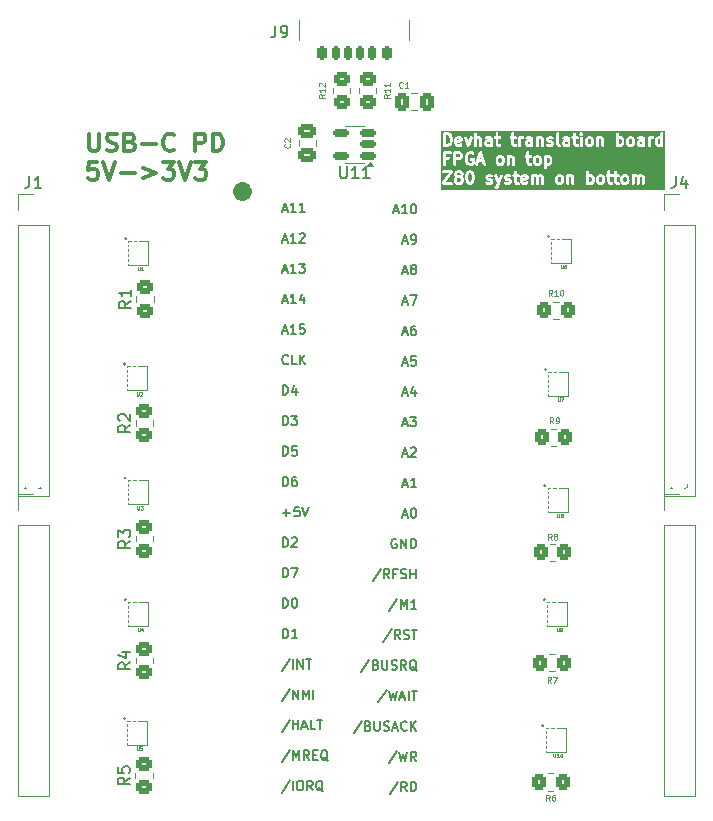
<source format=gto>
G04 #@! TF.GenerationSoftware,KiCad,Pcbnew,8.0.1*
G04 #@! TF.CreationDate,2025-01-27T18:08:07-06:00*
G04 #@! TF.ProjectId,level-shifter,6c657665-6c2d-4736-9869-667465722e6b,rev?*
G04 #@! TF.SameCoordinates,Original*
G04 #@! TF.FileFunction,Legend,Top*
G04 #@! TF.FilePolarity,Positive*
%FSLAX46Y46*%
G04 Gerber Fmt 4.6, Leading zero omitted, Abs format (unit mm)*
G04 Created by KiCad (PCBNEW 8.0.1) date 2025-01-27 18:08:07*
%MOMM*%
%LPD*%
G01*
G04 APERTURE LIST*
G04 Aperture macros list*
%AMRoundRect*
0 Rectangle with rounded corners*
0 $1 Rounding radius*
0 $2 $3 $4 $5 $6 $7 $8 $9 X,Y pos of 4 corners*
0 Add a 4 corners polygon primitive as box body*
4,1,4,$2,$3,$4,$5,$6,$7,$8,$9,$2,$3,0*
0 Add four circle primitives for the rounded corners*
1,1,$1+$1,$2,$3*
1,1,$1+$1,$4,$5*
1,1,$1+$1,$6,$7*
1,1,$1+$1,$8,$9*
0 Add four rect primitives between the rounded corners*
20,1,$1+$1,$2,$3,$4,$5,0*
20,1,$1+$1,$4,$5,$6,$7,0*
20,1,$1+$1,$6,$7,$8,$9,0*
20,1,$1+$1,$8,$9,$2,$3,0*%
G04 Aperture macros list end*
%ADD10C,0.807107*%
%ADD11C,0.250000*%
%ADD12C,0.200000*%
%ADD13C,0.300000*%
%ADD14C,0.150000*%
%ADD15C,0.075000*%
%ADD16C,0.125000*%
%ADD17C,0.120000*%
%ADD18C,0.025000*%
%ADD19C,0.100000*%
%ADD20R,1.700000X1.700000*%
%ADD21O,1.700000X1.700000*%
%ADD22RoundRect,0.250000X0.450000X-0.350000X0.450000X0.350000X-0.450000X0.350000X-0.450000X-0.350000X0*%
%ADD23R,0.500000X0.200000*%
%ADD24R,0.199200X0.303200*%
%ADD25R,0.252400X0.500000*%
%ADD26RoundRect,0.250000X-0.350000X-0.450000X0.350000X-0.450000X0.350000X0.450000X-0.350000X0.450000X0*%
%ADD27RoundRect,0.250000X0.475000X-0.337500X0.475000X0.337500X-0.475000X0.337500X-0.475000X-0.337500X0*%
%ADD28RoundRect,0.150000X0.512500X0.150000X-0.512500X0.150000X-0.512500X-0.150000X0.512500X-0.150000X0*%
%ADD29RoundRect,0.250000X-0.450000X0.350000X-0.450000X-0.350000X0.450000X-0.350000X0.450000X0.350000X0*%
%ADD30RoundRect,0.175000X0.175000X0.425000X-0.175000X0.425000X-0.175000X-0.425000X0.175000X-0.425000X0*%
%ADD31RoundRect,0.190000X-0.190000X-0.410000X0.190000X-0.410000X0.190000X0.410000X-0.190000X0.410000X0*%
%ADD32RoundRect,0.200000X-0.200000X-0.400000X0.200000X-0.400000X0.200000X0.400000X-0.200000X0.400000X0*%
%ADD33RoundRect,0.175000X-0.175000X-0.425000X0.175000X-0.425000X0.175000X0.425000X-0.175000X0.425000X0*%
%ADD34RoundRect,0.190000X0.190000X0.410000X-0.190000X0.410000X-0.190000X-0.410000X0.190000X-0.410000X0*%
%ADD35RoundRect,0.200000X0.200000X0.400000X-0.200000X0.400000X-0.200000X-0.400000X0.200000X-0.400000X0*%
%ADD36O,1.100000X1.700000*%
%ADD37RoundRect,0.250000X-0.337500X-0.475000X0.337500X-0.475000X0.337500X0.475000X-0.337500X0.475000X0*%
G04 APERTURE END LIST*
D10*
X138803553Y-64500000D02*
G75*
G02*
X137996447Y-64500000I-403553J0D01*
G01*
X137996447Y-64500000D02*
G75*
G02*
X138803553Y-64500000I403553J0D01*
G01*
D11*
G36*
X156827312Y-63380755D02*
G01*
X156847477Y-63399892D01*
X156874060Y-63450704D01*
X156875530Y-63582177D01*
X156851191Y-63633173D01*
X156832055Y-63653338D01*
X156781243Y-63679921D01*
X156649770Y-63681391D01*
X156598777Y-63657053D01*
X156578610Y-63637915D01*
X156552027Y-63587103D01*
X156550557Y-63455629D01*
X156574895Y-63404635D01*
X156594032Y-63384470D01*
X156644844Y-63357887D01*
X156776318Y-63356417D01*
X156827312Y-63380755D01*
G37*
G36*
X156827312Y-62952184D02*
G01*
X156847477Y-62971321D01*
X156871987Y-63018171D01*
X156851192Y-63061743D01*
X156832055Y-63081909D01*
X156781243Y-63108492D01*
X156649770Y-63109962D01*
X156598776Y-63085624D01*
X156578610Y-63066487D01*
X156554100Y-63019636D01*
X156574895Y-62976064D01*
X156594032Y-62955899D01*
X156644844Y-62929316D01*
X156776318Y-62927846D01*
X156827312Y-62952184D01*
G37*
G36*
X157732074Y-62952184D02*
G01*
X157752239Y-62971321D01*
X157783966Y-63031967D01*
X157826211Y-63193454D01*
X157828108Y-63400741D01*
X157789384Y-63563125D01*
X157755953Y-63633173D01*
X157736817Y-63653338D01*
X157685527Y-63680171D01*
X157648762Y-63680909D01*
X157598777Y-63657053D01*
X157578610Y-63637915D01*
X157546883Y-63577269D01*
X157504638Y-63415782D01*
X157502741Y-63208495D01*
X157541465Y-63046108D01*
X157574895Y-62976064D01*
X157594032Y-62955899D01*
X157645322Y-62929066D01*
X157682088Y-62928328D01*
X157732074Y-62952184D01*
G37*
G36*
X162381599Y-63277335D02*
G01*
X162169358Y-63320824D01*
X162169314Y-63313385D01*
X162185960Y-63278508D01*
X162216274Y-63262649D01*
X162347748Y-63261179D01*
X162381599Y-63277335D01*
G37*
G36*
X165351123Y-63285517D02*
G01*
X165371288Y-63304654D01*
X165397777Y-63355286D01*
X165399531Y-63581778D01*
X165375002Y-63633173D01*
X165355866Y-63653338D01*
X165304885Y-63680009D01*
X165220835Y-63681216D01*
X165170207Y-63657053D01*
X165150040Y-63637915D01*
X165123551Y-63587283D01*
X165121797Y-63360790D01*
X165146325Y-63309397D01*
X165165462Y-63289232D01*
X165216443Y-63262561D01*
X165300493Y-63261354D01*
X165351123Y-63285517D01*
G37*
G36*
X167922552Y-63285517D02*
G01*
X167942717Y-63304654D01*
X167969206Y-63355286D01*
X167970960Y-63581778D01*
X167946431Y-63633173D01*
X167927295Y-63653338D01*
X167876483Y-63679921D01*
X167745010Y-63681391D01*
X167742516Y-63680200D01*
X167741537Y-63262633D01*
X167871558Y-63261179D01*
X167922552Y-63285517D01*
G37*
G36*
X168827314Y-63285517D02*
G01*
X168847479Y-63304654D01*
X168873968Y-63355286D01*
X168875722Y-63581778D01*
X168851193Y-63633173D01*
X168832057Y-63653338D01*
X168781076Y-63680009D01*
X168697026Y-63681216D01*
X168646398Y-63657053D01*
X168626231Y-63637915D01*
X168599742Y-63587283D01*
X168597988Y-63360790D01*
X168622516Y-63309397D01*
X168641653Y-63289232D01*
X168692634Y-63262561D01*
X168776684Y-63261354D01*
X168827314Y-63285517D01*
G37*
G36*
X170874934Y-63285517D02*
G01*
X170895099Y-63304654D01*
X170921588Y-63355286D01*
X170923342Y-63581778D01*
X170898813Y-63633173D01*
X170879677Y-63653338D01*
X170828696Y-63680009D01*
X170744646Y-63681216D01*
X170694018Y-63657053D01*
X170673851Y-63637915D01*
X170647362Y-63587283D01*
X170645608Y-63360790D01*
X170670136Y-63309397D01*
X170689273Y-63289232D01*
X170740254Y-63262561D01*
X170824304Y-63261354D01*
X170874934Y-63285517D01*
G37*
G36*
X164351123Y-61675573D02*
G01*
X164371288Y-61694710D01*
X164397777Y-61745342D01*
X164399531Y-61971834D01*
X164375002Y-62023229D01*
X164355866Y-62043394D01*
X164305054Y-62069977D01*
X164173581Y-62071447D01*
X164170304Y-62069883D01*
X164169326Y-61652698D01*
X164300129Y-61651235D01*
X164351123Y-61675573D01*
G37*
G36*
X160303503Y-61675573D02*
G01*
X160323668Y-61694710D01*
X160350157Y-61745342D01*
X160351911Y-61971834D01*
X160327382Y-62023229D01*
X160308246Y-62043394D01*
X160257265Y-62070065D01*
X160173215Y-62071272D01*
X160122587Y-62047109D01*
X160102420Y-62027971D01*
X160075931Y-61977339D01*
X160074177Y-61750846D01*
X160098705Y-61699453D01*
X160117842Y-61679288D01*
X160168823Y-61652617D01*
X160252873Y-61651410D01*
X160303503Y-61675573D01*
G37*
G36*
X163446361Y-61675573D02*
G01*
X163466526Y-61694710D01*
X163493015Y-61745342D01*
X163494769Y-61971834D01*
X163470240Y-62023229D01*
X163451104Y-62043394D01*
X163400123Y-62070065D01*
X163316073Y-62071272D01*
X163265445Y-62047109D01*
X163245278Y-62027971D01*
X163218789Y-61977339D01*
X163217035Y-61750846D01*
X163241563Y-61699453D01*
X163260700Y-61679288D01*
X163311681Y-61652617D01*
X163395731Y-61651410D01*
X163446361Y-61675573D01*
G37*
G36*
X158636492Y-61784784D02*
G01*
X158503923Y-61785420D01*
X158569821Y-61586247D01*
X158636492Y-61784784D01*
G37*
G36*
X156779693Y-61342240D02*
G01*
X156799858Y-61361377D01*
X156826529Y-61412358D01*
X156827736Y-61496408D01*
X156803573Y-61547037D01*
X156784436Y-61567203D01*
X156733899Y-61593642D01*
X156503304Y-61595009D01*
X156502657Y-61318946D01*
X156728086Y-61317610D01*
X156779693Y-61342240D01*
G37*
G36*
X155834275Y-59739311D02*
G01*
X155894322Y-59797572D01*
X155926823Y-59859698D01*
X155969111Y-60021351D01*
X155970732Y-60134209D01*
X155932241Y-60295618D01*
X155899062Y-60365138D01*
X155838710Y-60427341D01*
X155745411Y-60459870D01*
X155647277Y-60460768D01*
X155645513Y-59708605D01*
X155735182Y-59707785D01*
X155834275Y-59739311D01*
G37*
G36*
X156810169Y-60057447D02*
G01*
X156597928Y-60100936D01*
X156597884Y-60093497D01*
X156614530Y-60058620D01*
X156644844Y-60042761D01*
X156776318Y-60041291D01*
X156810169Y-60057447D01*
G37*
G36*
X159351697Y-60459987D02*
G01*
X159173815Y-60461615D01*
X159139316Y-60445150D01*
X159123206Y-60414354D01*
X159122468Y-60377590D01*
X159138340Y-60344334D01*
X159168547Y-60328531D01*
X159351114Y-60326860D01*
X159351697Y-60459987D01*
G37*
G36*
X162780270Y-60459987D02*
G01*
X162602388Y-60461615D01*
X162567889Y-60445150D01*
X162551779Y-60414354D01*
X162551041Y-60377590D01*
X162566913Y-60344334D01*
X162597120Y-60328531D01*
X162779687Y-60326860D01*
X162780270Y-60459987D01*
G37*
G36*
X165923128Y-60459987D02*
G01*
X165745246Y-60461615D01*
X165710747Y-60445150D01*
X165694637Y-60414354D01*
X165693899Y-60377590D01*
X165709771Y-60344334D01*
X165739978Y-60328531D01*
X165922545Y-60326860D01*
X165923128Y-60459987D01*
G37*
G36*
X167874934Y-60065629D02*
G01*
X167895099Y-60084766D01*
X167921588Y-60135398D01*
X167923342Y-60361890D01*
X167898813Y-60413285D01*
X167879677Y-60433450D01*
X167828696Y-60460121D01*
X167744646Y-60461328D01*
X167694018Y-60437165D01*
X167673851Y-60418027D01*
X167647362Y-60367395D01*
X167645608Y-60140902D01*
X167670136Y-60089509D01*
X167689273Y-60069344D01*
X167740254Y-60042673D01*
X167824304Y-60041466D01*
X167874934Y-60065629D01*
G37*
G36*
X170446363Y-60065629D02*
G01*
X170466528Y-60084766D01*
X170493017Y-60135398D01*
X170494771Y-60361890D01*
X170470242Y-60413285D01*
X170451106Y-60433450D01*
X170400294Y-60460033D01*
X170268821Y-60461503D01*
X170266327Y-60460312D01*
X170265348Y-60042745D01*
X170395369Y-60041291D01*
X170446363Y-60065629D01*
G37*
G36*
X171351125Y-60065629D02*
G01*
X171371290Y-60084766D01*
X171397779Y-60135398D01*
X171399533Y-60361890D01*
X171375004Y-60413285D01*
X171355868Y-60433450D01*
X171304887Y-60460121D01*
X171220837Y-60461328D01*
X171170209Y-60437165D01*
X171150042Y-60418027D01*
X171123553Y-60367395D01*
X171121799Y-60140902D01*
X171146327Y-60089509D01*
X171165464Y-60069344D01*
X171216445Y-60042673D01*
X171300495Y-60041466D01*
X171351125Y-60065629D01*
G37*
G36*
X172256462Y-60459987D02*
G01*
X172078580Y-60461615D01*
X172044081Y-60445150D01*
X172027971Y-60414354D01*
X172027233Y-60377590D01*
X172043105Y-60344334D01*
X172073312Y-60328531D01*
X172255879Y-60326860D01*
X172256462Y-60459987D01*
G37*
G36*
X173779598Y-60042855D02*
G01*
X173780576Y-60460040D01*
X173649774Y-60461503D01*
X173598781Y-60437165D01*
X173578614Y-60418027D01*
X173552125Y-60367395D01*
X173550371Y-60140902D01*
X173574899Y-60089509D01*
X173594036Y-60069344D01*
X173644848Y-60042761D01*
X173776322Y-60041291D01*
X173779598Y-60042855D01*
G37*
G36*
X174153524Y-64386971D02*
G01*
X155177330Y-64386971D01*
X155177330Y-64122318D01*
X159731883Y-64122318D01*
X159735341Y-64170968D01*
X159757153Y-64214591D01*
X159793998Y-64246547D01*
X159840268Y-64261971D01*
X159888918Y-64258513D01*
X159911804Y-64249755D01*
X160007540Y-64199669D01*
X160020586Y-64194266D01*
X160025362Y-64190346D01*
X160027779Y-64189082D01*
X160029942Y-64186587D01*
X160039528Y-64178721D01*
X160102692Y-64112161D01*
X160102988Y-64111444D01*
X160103532Y-64110888D01*
X160114819Y-64089138D01*
X160200402Y-63869755D01*
X160201251Y-63868818D01*
X160211715Y-63846661D01*
X160411714Y-63280809D01*
X160540426Y-63280809D01*
X160541485Y-63312559D01*
X160541407Y-63312794D01*
X160541569Y-63315071D01*
X160542828Y-63352814D01*
X160544546Y-63356962D01*
X160544865Y-63361444D01*
X160553623Y-63384330D01*
X160600696Y-63474309D01*
X160604450Y-63485570D01*
X160609836Y-63491780D01*
X160614296Y-63500305D01*
X160626136Y-63510574D01*
X160636406Y-63522415D01*
X160648742Y-63530181D01*
X160651141Y-63532261D01*
X160653066Y-63532902D01*
X160657143Y-63535469D01*
X160737383Y-63573765D01*
X160738837Y-63575219D01*
X160750886Y-63580210D01*
X160775267Y-63591846D01*
X160779747Y-63592164D01*
X160783897Y-63593883D01*
X160808283Y-63596285D01*
X160919540Y-63594687D01*
X160953440Y-63610866D01*
X160967226Y-63637218D01*
X160954415Y-63664062D01*
X160924101Y-63679921D01*
X160792628Y-63681391D01*
X160698442Y-63636439D01*
X160649792Y-63632981D01*
X160603522Y-63648405D01*
X160566677Y-63680361D01*
X160544865Y-63723984D01*
X160541407Y-63772634D01*
X160556831Y-63818904D01*
X160588787Y-63855749D01*
X160609524Y-63868803D01*
X160689764Y-63907099D01*
X160691218Y-63908553D01*
X160703267Y-63913544D01*
X160727648Y-63925180D01*
X160732128Y-63925498D01*
X160736278Y-63927217D01*
X160760664Y-63929619D01*
X160932680Y-63927695D01*
X160935506Y-63928638D01*
X160951759Y-63927482D01*
X160975526Y-63927217D01*
X160979674Y-63925498D01*
X160984156Y-63925180D01*
X161007042Y-63916422D01*
X161097020Y-63869349D01*
X161108283Y-63865595D01*
X161114494Y-63860207D01*
X161123017Y-63855749D01*
X161133283Y-63843911D01*
X161145128Y-63833639D01*
X161152895Y-63821299D01*
X161154973Y-63818904D01*
X161155614Y-63816980D01*
X161158182Y-63812901D01*
X161196477Y-63732660D01*
X161197931Y-63731207D01*
X161202920Y-63719160D01*
X161214558Y-63694777D01*
X161214876Y-63690296D01*
X161216595Y-63686147D01*
X161218997Y-63661761D01*
X161217937Y-63630006D01*
X161218015Y-63629775D01*
X161217854Y-63627520D01*
X161216595Y-63589756D01*
X161214876Y-63585606D01*
X161214558Y-63581126D01*
X161205800Y-63558240D01*
X161158725Y-63468259D01*
X161154973Y-63457000D01*
X161149586Y-63450789D01*
X161145127Y-63442265D01*
X161133286Y-63431995D01*
X161123017Y-63420155D01*
X161110679Y-63412388D01*
X161108282Y-63410309D01*
X161106357Y-63409667D01*
X161102279Y-63407100D01*
X161022039Y-63368804D01*
X161020586Y-63367351D01*
X161008537Y-63362360D01*
X160984156Y-63350724D01*
X160979674Y-63350405D01*
X160975526Y-63348687D01*
X160951140Y-63346285D01*
X160839882Y-63347882D01*
X160805982Y-63331703D01*
X160792196Y-63305350D01*
X160805007Y-63278508D01*
X160835490Y-63262561D01*
X160919540Y-63261354D01*
X161013362Y-63306132D01*
X161062011Y-63309589D01*
X161108282Y-63294166D01*
X161145127Y-63262210D01*
X161166938Y-63218587D01*
X161170396Y-63169937D01*
X161167863Y-63162338D01*
X161257114Y-63162338D01*
X161275778Y-63207398D01*
X161310266Y-63241886D01*
X161355326Y-63260550D01*
X161379712Y-63262952D01*
X161398817Y-63262838D01*
X161399851Y-63642223D01*
X161398550Y-63646127D01*
X161399914Y-63665320D01*
X161399971Y-63686147D01*
X161401689Y-63690296D01*
X161402008Y-63694776D01*
X161410765Y-63717662D01*
X161457840Y-63807645D01*
X161461593Y-63818904D01*
X161466978Y-63825113D01*
X161471438Y-63833638D01*
X161483280Y-63843909D01*
X161493549Y-63855749D01*
X161505882Y-63863513D01*
X161508283Y-63865595D01*
X161510210Y-63866237D01*
X161514286Y-63868803D01*
X161594526Y-63907099D01*
X161595980Y-63908553D01*
X161608029Y-63913544D01*
X161632410Y-63925180D01*
X161636890Y-63925498D01*
X161641040Y-63927217D01*
X161665426Y-63929619D01*
X161785050Y-63927217D01*
X161830110Y-63908553D01*
X161864598Y-63874065D01*
X161883262Y-63829005D01*
X161883262Y-63780233D01*
X161864598Y-63735173D01*
X161830110Y-63700685D01*
X161785050Y-63682021D01*
X161760664Y-63679619D01*
X161696382Y-63680909D01*
X161663126Y-63665038D01*
X161647496Y-63635160D01*
X161647050Y-63471416D01*
X161921379Y-63471416D01*
X161922543Y-63477236D01*
X161923523Y-63642637D01*
X161922360Y-63646127D01*
X161923651Y-63664296D01*
X161923781Y-63686147D01*
X161925499Y-63690296D01*
X161925818Y-63694776D01*
X161934575Y-63717662D01*
X161981650Y-63807645D01*
X161985403Y-63818904D01*
X161990788Y-63825113D01*
X161995248Y-63833638D01*
X162007090Y-63843909D01*
X162017359Y-63855749D01*
X162029692Y-63863513D01*
X162032093Y-63865595D01*
X162034020Y-63866237D01*
X162038096Y-63868803D01*
X162118336Y-63907099D01*
X162119790Y-63908553D01*
X162131839Y-63913544D01*
X162156220Y-63925180D01*
X162160700Y-63925498D01*
X162164850Y-63927217D01*
X162189236Y-63929619D01*
X162361252Y-63927695D01*
X162364078Y-63928638D01*
X162380331Y-63927482D01*
X162404098Y-63927217D01*
X162408246Y-63925498D01*
X162412728Y-63925180D01*
X162435614Y-63916422D01*
X162551589Y-63855749D01*
X162583545Y-63818904D01*
X162598968Y-63772634D01*
X162595510Y-63723984D01*
X162573699Y-63680361D01*
X162536854Y-63648405D01*
X162490583Y-63632982D01*
X162441934Y-63636439D01*
X162419048Y-63645197D01*
X162352673Y-63679921D01*
X162221200Y-63681391D01*
X162186936Y-63665038D01*
X162171220Y-63634995D01*
X162170855Y-63573375D01*
X162535566Y-63498645D01*
X162546955Y-63498645D01*
X162558104Y-63494026D01*
X162570524Y-63491482D01*
X162580698Y-63484668D01*
X162592015Y-63479981D01*
X162600767Y-63471228D01*
X162611049Y-63464343D01*
X162617841Y-63454154D01*
X162626503Y-63445493D01*
X162631239Y-63434057D01*
X162638104Y-63423761D01*
X162640480Y-63411748D01*
X162645167Y-63400433D01*
X162647569Y-63376047D01*
X162647566Y-63375923D01*
X162647568Y-63375916D01*
X162647566Y-63375906D01*
X162646005Y-63298186D01*
X162646587Y-63296442D01*
X162645727Y-63284350D01*
X162645167Y-63256423D01*
X162643448Y-63252273D01*
X162643130Y-63247793D01*
X162634372Y-63224907D01*
X162588880Y-63137952D01*
X162826141Y-63137952D01*
X162828543Y-63829005D01*
X162847207Y-63874065D01*
X162881695Y-63908553D01*
X162926755Y-63927217D01*
X162975527Y-63927217D01*
X163020587Y-63908553D01*
X163055075Y-63874065D01*
X163073739Y-63829005D01*
X163076141Y-63804619D01*
X163074342Y-63287078D01*
X163121205Y-63262561D01*
X163205255Y-63261354D01*
X163239155Y-63277533D01*
X163254828Y-63307493D01*
X163257114Y-63829005D01*
X163275778Y-63874065D01*
X163310266Y-63908553D01*
X163355326Y-63927217D01*
X163404098Y-63927217D01*
X163449158Y-63908553D01*
X163483646Y-63874065D01*
X163502310Y-63829005D01*
X163504712Y-63804619D01*
X163502560Y-63313568D01*
X163519293Y-63278508D01*
X163549776Y-63262561D01*
X163633826Y-63261354D01*
X163667727Y-63277533D01*
X163683400Y-63307493D01*
X163685686Y-63829005D01*
X163704350Y-63874065D01*
X163738838Y-63908553D01*
X163783898Y-63927217D01*
X163832670Y-63927217D01*
X163877730Y-63908553D01*
X163912218Y-63874065D01*
X163930882Y-63829005D01*
X163933284Y-63804619D01*
X163931197Y-63328428D01*
X164873760Y-63328428D01*
X164875826Y-63595250D01*
X164874741Y-63598508D01*
X164875987Y-63616050D01*
X164876162Y-63638528D01*
X164877880Y-63642676D01*
X164878199Y-63647158D01*
X164886957Y-63670044D01*
X164937041Y-63765778D01*
X164942445Y-63778825D01*
X164946365Y-63783602D01*
X164947630Y-63786019D01*
X164950124Y-63788182D01*
X164957990Y-63797767D01*
X165009317Y-63846477D01*
X165017359Y-63855749D01*
X165022492Y-63858980D01*
X165024550Y-63860933D01*
X165027603Y-63862197D01*
X165038096Y-63868803D01*
X165118336Y-63907099D01*
X165119790Y-63908553D01*
X165131839Y-63913544D01*
X165156220Y-63925180D01*
X165160700Y-63925498D01*
X165164850Y-63927217D01*
X165189236Y-63929619D01*
X165314025Y-63927826D01*
X165316459Y-63928638D01*
X165331379Y-63927577D01*
X165356479Y-63927217D01*
X165360627Y-63925498D01*
X165365109Y-63925180D01*
X165387995Y-63916422D01*
X165483727Y-63866338D01*
X165496778Y-63860933D01*
X165501555Y-63857012D01*
X165503970Y-63855749D01*
X165506132Y-63853255D01*
X165515720Y-63845387D01*
X165564421Y-63794065D01*
X165573699Y-63786019D01*
X165576934Y-63780879D01*
X165578884Y-63778825D01*
X165580146Y-63775776D01*
X165586753Y-63765282D01*
X165625049Y-63685041D01*
X165626503Y-63683588D01*
X165631494Y-63671538D01*
X165643130Y-63647158D01*
X165643448Y-63642677D01*
X165645167Y-63638528D01*
X165647569Y-63614142D01*
X165645502Y-63347315D01*
X165646587Y-63344061D01*
X165645341Y-63326529D01*
X165645167Y-63304042D01*
X165643448Y-63299892D01*
X165643130Y-63295412D01*
X165634372Y-63272526D01*
X165584288Y-63176792D01*
X165578883Y-63163743D01*
X165574961Y-63158965D01*
X165573699Y-63156551D01*
X165571207Y-63154389D01*
X165563338Y-63144801D01*
X165556121Y-63137952D01*
X165826141Y-63137952D01*
X165828543Y-63829005D01*
X165847207Y-63874065D01*
X165881695Y-63908553D01*
X165926755Y-63927217D01*
X165975527Y-63927217D01*
X166020587Y-63908553D01*
X166055075Y-63874065D01*
X166073739Y-63829005D01*
X166076141Y-63804619D01*
X166074342Y-63287078D01*
X166121205Y-63262561D01*
X166205255Y-63261354D01*
X166239155Y-63277533D01*
X166254828Y-63307493D01*
X166257114Y-63829005D01*
X166275778Y-63874065D01*
X166310266Y-63908553D01*
X166355326Y-63927217D01*
X166404098Y-63927217D01*
X166449158Y-63908553D01*
X166483646Y-63874065D01*
X166502310Y-63829005D01*
X166504712Y-63804619D01*
X166502501Y-63300127D01*
X166503730Y-63296442D01*
X166502403Y-63277775D01*
X166502310Y-63256423D01*
X166500591Y-63252273D01*
X166500273Y-63247793D01*
X166491515Y-63224907D01*
X166444440Y-63134926D01*
X166440688Y-63123667D01*
X166435301Y-63117456D01*
X166430842Y-63108932D01*
X166419001Y-63098662D01*
X166408732Y-63086822D01*
X166396394Y-63079055D01*
X166393997Y-63076976D01*
X166392072Y-63076334D01*
X166387994Y-63073767D01*
X166307754Y-63035471D01*
X166306301Y-63034018D01*
X166294252Y-63029027D01*
X166269871Y-63017391D01*
X166265389Y-63017072D01*
X166261241Y-63015354D01*
X166236855Y-63012952D01*
X166112062Y-63014744D01*
X166109631Y-63013934D01*
X166094723Y-63014993D01*
X166069612Y-63015354D01*
X166065462Y-63017072D01*
X166060982Y-63017391D01*
X166038096Y-63026149D01*
X166021434Y-63034865D01*
X166020587Y-63034018D01*
X165975527Y-63015354D01*
X165926755Y-63015354D01*
X165881695Y-63034018D01*
X165847207Y-63068506D01*
X165828543Y-63113566D01*
X165826141Y-63137952D01*
X165556121Y-63137952D01*
X165512016Y-63096099D01*
X165503970Y-63086822D01*
X165498830Y-63083586D01*
X165496777Y-63081638D01*
X165493730Y-63080376D01*
X165483232Y-63073767D01*
X165402992Y-63035471D01*
X165401539Y-63034018D01*
X165389490Y-63029027D01*
X165365109Y-63017391D01*
X165360627Y-63017072D01*
X165356479Y-63015354D01*
X165332093Y-63012952D01*
X165207300Y-63014744D01*
X165204869Y-63013934D01*
X165189961Y-63014993D01*
X165164850Y-63015354D01*
X165160700Y-63017072D01*
X165156220Y-63017391D01*
X165133334Y-63026149D01*
X165037600Y-63076232D01*
X165024551Y-63081638D01*
X165019773Y-63085559D01*
X165017359Y-63086822D01*
X165015197Y-63089313D01*
X165005609Y-63097183D01*
X164956907Y-63148504D01*
X164947630Y-63156551D01*
X164944394Y-63161690D01*
X164942446Y-63163744D01*
X164941184Y-63166790D01*
X164934575Y-63177289D01*
X164896279Y-63257528D01*
X164894826Y-63258982D01*
X164889835Y-63271030D01*
X164878199Y-63295412D01*
X164877880Y-63299893D01*
X164876162Y-63304042D01*
X164873760Y-63328428D01*
X163931197Y-63328428D01*
X163931073Y-63300127D01*
X163932302Y-63296442D01*
X163930975Y-63277775D01*
X163930882Y-63256423D01*
X163929163Y-63252273D01*
X163928845Y-63247793D01*
X163920087Y-63224907D01*
X163873013Y-63134927D01*
X163869260Y-63123666D01*
X163863872Y-63117454D01*
X163859414Y-63108932D01*
X163847574Y-63098663D01*
X163837303Y-63086821D01*
X163824965Y-63079054D01*
X163822569Y-63076976D01*
X163820644Y-63076334D01*
X163816566Y-63073767D01*
X163736325Y-63035471D01*
X163734872Y-63034018D01*
X163722819Y-63029025D01*
X163698441Y-63017391D01*
X163693961Y-63017072D01*
X163689812Y-63015354D01*
X163665426Y-63012952D01*
X163540633Y-63014744D01*
X163538202Y-63013934D01*
X163523294Y-63014993D01*
X163498183Y-63015354D01*
X163494033Y-63017072D01*
X163489553Y-63017391D01*
X163466667Y-63026149D01*
X163381536Y-63070685D01*
X163307754Y-63035471D01*
X163306301Y-63034018D01*
X163294252Y-63029027D01*
X163269871Y-63017391D01*
X163265389Y-63017072D01*
X163261241Y-63015354D01*
X163236855Y-63012952D01*
X163112062Y-63014744D01*
X163109631Y-63013934D01*
X163094723Y-63014993D01*
X163069612Y-63015354D01*
X163065462Y-63017072D01*
X163060982Y-63017391D01*
X163038096Y-63026149D01*
X163021434Y-63034865D01*
X163020587Y-63034018D01*
X162975527Y-63015354D01*
X162926755Y-63015354D01*
X162881695Y-63034018D01*
X162847207Y-63068506D01*
X162828543Y-63113566D01*
X162826141Y-63137952D01*
X162588880Y-63137952D01*
X162587297Y-63134926D01*
X162583545Y-63123667D01*
X162578158Y-63117456D01*
X162573699Y-63108932D01*
X162561858Y-63098662D01*
X162551589Y-63086822D01*
X162539251Y-63079055D01*
X162536854Y-63076976D01*
X162534929Y-63076334D01*
X162530851Y-63073767D01*
X162450611Y-63035471D01*
X162449158Y-63034018D01*
X162437109Y-63029027D01*
X162412728Y-63017391D01*
X162408246Y-63017072D01*
X162404098Y-63015354D01*
X162379712Y-63012952D01*
X162207692Y-63014875D01*
X162204869Y-63013934D01*
X162188626Y-63015088D01*
X162164850Y-63015354D01*
X162160700Y-63017072D01*
X162156220Y-63017391D01*
X162133334Y-63026149D01*
X162043353Y-63073223D01*
X162032094Y-63076976D01*
X162025883Y-63082362D01*
X162017359Y-63086822D01*
X162007089Y-63098662D01*
X161995249Y-63108932D01*
X161987482Y-63121269D01*
X161985403Y-63123667D01*
X161984761Y-63125591D01*
X161982194Y-63129670D01*
X161943898Y-63209909D01*
X161942445Y-63211363D01*
X161937454Y-63223411D01*
X161925818Y-63247793D01*
X161925499Y-63252274D01*
X161923781Y-63256423D01*
X161921379Y-63280809D01*
X161922475Y-63465872D01*
X161921379Y-63471416D01*
X161647050Y-63471416D01*
X161646478Y-63261371D01*
X161785050Y-63260550D01*
X161830110Y-63241886D01*
X161864598Y-63207398D01*
X161883262Y-63162338D01*
X161883262Y-63113566D01*
X161864598Y-63068506D01*
X161830110Y-63034018D01*
X161785050Y-63015354D01*
X161760664Y-63012952D01*
X161645802Y-63013632D01*
X161645233Y-62804619D01*
X167492808Y-62804619D01*
X167495036Y-63755080D01*
X167493789Y-63772634D01*
X167495086Y-63776527D01*
X167495210Y-63829005D01*
X167513874Y-63874065D01*
X167548362Y-63908553D01*
X167593422Y-63927217D01*
X167642194Y-63927217D01*
X167664735Y-63917880D01*
X167680030Y-63925180D01*
X167684510Y-63925498D01*
X167688660Y-63927217D01*
X167713046Y-63929619D01*
X167885062Y-63927695D01*
X167887888Y-63928638D01*
X167904141Y-63927482D01*
X167927908Y-63927217D01*
X167932056Y-63925498D01*
X167936538Y-63925180D01*
X167959424Y-63916422D01*
X168055156Y-63866338D01*
X168068207Y-63860933D01*
X168072984Y-63857012D01*
X168075399Y-63855749D01*
X168077561Y-63853255D01*
X168087149Y-63845387D01*
X168135850Y-63794065D01*
X168145128Y-63786019D01*
X168148363Y-63780879D01*
X168150313Y-63778825D01*
X168151575Y-63775776D01*
X168158182Y-63765282D01*
X168196478Y-63685041D01*
X168197932Y-63683588D01*
X168202923Y-63671538D01*
X168214559Y-63647158D01*
X168214877Y-63642677D01*
X168216596Y-63638528D01*
X168218998Y-63614142D01*
X168216931Y-63347315D01*
X168218016Y-63344061D01*
X168216905Y-63328428D01*
X168349951Y-63328428D01*
X168352017Y-63595250D01*
X168350932Y-63598508D01*
X168352178Y-63616050D01*
X168352353Y-63638528D01*
X168354071Y-63642676D01*
X168354390Y-63647158D01*
X168363148Y-63670044D01*
X168413232Y-63765778D01*
X168418636Y-63778825D01*
X168422556Y-63783602D01*
X168423821Y-63786019D01*
X168426315Y-63788182D01*
X168434181Y-63797767D01*
X168485508Y-63846477D01*
X168493550Y-63855749D01*
X168498683Y-63858980D01*
X168500741Y-63860933D01*
X168503794Y-63862197D01*
X168514287Y-63868803D01*
X168594527Y-63907099D01*
X168595981Y-63908553D01*
X168608030Y-63913544D01*
X168632411Y-63925180D01*
X168636891Y-63925498D01*
X168641041Y-63927217D01*
X168665427Y-63929619D01*
X168790216Y-63927826D01*
X168792650Y-63928638D01*
X168807570Y-63927577D01*
X168832670Y-63927217D01*
X168836818Y-63925498D01*
X168841300Y-63925180D01*
X168864186Y-63916422D01*
X168959918Y-63866338D01*
X168972969Y-63860933D01*
X168977746Y-63857012D01*
X168980161Y-63855749D01*
X168982323Y-63853255D01*
X168991911Y-63845387D01*
X169040612Y-63794065D01*
X169049890Y-63786019D01*
X169053125Y-63780879D01*
X169055075Y-63778825D01*
X169056337Y-63775776D01*
X169062944Y-63765282D01*
X169101240Y-63685041D01*
X169102694Y-63683588D01*
X169107685Y-63671538D01*
X169119321Y-63647158D01*
X169119639Y-63642677D01*
X169121358Y-63638528D01*
X169123760Y-63614142D01*
X169121693Y-63347315D01*
X169122778Y-63344061D01*
X169121532Y-63326529D01*
X169121358Y-63304042D01*
X169119639Y-63299892D01*
X169119321Y-63295412D01*
X169110563Y-63272526D01*
X169060479Y-63176792D01*
X169055074Y-63163743D01*
X169053921Y-63162338D01*
X169161877Y-63162338D01*
X169180541Y-63207398D01*
X169215029Y-63241886D01*
X169260089Y-63260550D01*
X169284475Y-63262952D01*
X169303580Y-63262838D01*
X169304614Y-63642223D01*
X169303313Y-63646127D01*
X169304677Y-63665320D01*
X169304734Y-63686147D01*
X169306452Y-63690296D01*
X169306771Y-63694776D01*
X169315528Y-63717662D01*
X169362603Y-63807645D01*
X169366356Y-63818904D01*
X169371741Y-63825113D01*
X169376201Y-63833638D01*
X169388043Y-63843909D01*
X169398312Y-63855749D01*
X169410645Y-63863513D01*
X169413046Y-63865595D01*
X169414973Y-63866237D01*
X169419049Y-63868803D01*
X169499289Y-63907099D01*
X169500743Y-63908553D01*
X169512792Y-63913544D01*
X169537173Y-63925180D01*
X169541653Y-63925498D01*
X169545803Y-63927217D01*
X169570189Y-63929619D01*
X169689813Y-63927217D01*
X169734873Y-63908553D01*
X169769361Y-63874065D01*
X169788025Y-63829005D01*
X169788025Y-63780233D01*
X169769361Y-63735173D01*
X169734873Y-63700685D01*
X169689813Y-63682021D01*
X169665427Y-63679619D01*
X169601145Y-63680909D01*
X169567889Y-63665038D01*
X169552259Y-63635160D01*
X169551241Y-63261371D01*
X169689813Y-63260550D01*
X169734873Y-63241886D01*
X169760665Y-63216093D01*
X169786458Y-63241886D01*
X169831518Y-63260550D01*
X169855904Y-63262952D01*
X169875009Y-63262838D01*
X169876043Y-63642223D01*
X169874742Y-63646127D01*
X169876106Y-63665320D01*
X169876163Y-63686147D01*
X169877881Y-63690296D01*
X169878200Y-63694776D01*
X169886957Y-63717662D01*
X169934032Y-63807645D01*
X169937785Y-63818904D01*
X169943170Y-63825113D01*
X169947630Y-63833638D01*
X169959472Y-63843909D01*
X169969741Y-63855749D01*
X169982074Y-63863513D01*
X169984475Y-63865595D01*
X169986402Y-63866237D01*
X169990478Y-63868803D01*
X170070718Y-63907099D01*
X170072172Y-63908553D01*
X170084221Y-63913544D01*
X170108602Y-63925180D01*
X170113082Y-63925498D01*
X170117232Y-63927217D01*
X170141618Y-63929619D01*
X170261242Y-63927217D01*
X170306302Y-63908553D01*
X170340790Y-63874065D01*
X170359454Y-63829005D01*
X170359454Y-63780233D01*
X170340790Y-63735173D01*
X170306302Y-63700685D01*
X170261242Y-63682021D01*
X170236856Y-63679619D01*
X170172574Y-63680909D01*
X170139318Y-63665038D01*
X170123688Y-63635160D01*
X170122853Y-63328428D01*
X170397571Y-63328428D01*
X170399637Y-63595250D01*
X170398552Y-63598508D01*
X170399798Y-63616050D01*
X170399973Y-63638528D01*
X170401691Y-63642676D01*
X170402010Y-63647158D01*
X170410768Y-63670044D01*
X170460852Y-63765778D01*
X170466256Y-63778825D01*
X170470176Y-63783602D01*
X170471441Y-63786019D01*
X170473935Y-63788182D01*
X170481801Y-63797767D01*
X170533128Y-63846477D01*
X170541170Y-63855749D01*
X170546303Y-63858980D01*
X170548361Y-63860933D01*
X170551414Y-63862197D01*
X170561907Y-63868803D01*
X170642147Y-63907099D01*
X170643601Y-63908553D01*
X170655650Y-63913544D01*
X170680031Y-63925180D01*
X170684511Y-63925498D01*
X170688661Y-63927217D01*
X170713047Y-63929619D01*
X170837836Y-63927826D01*
X170840270Y-63928638D01*
X170855190Y-63927577D01*
X170880290Y-63927217D01*
X170884438Y-63925498D01*
X170888920Y-63925180D01*
X170911806Y-63916422D01*
X171007538Y-63866338D01*
X171020589Y-63860933D01*
X171025366Y-63857012D01*
X171027781Y-63855749D01*
X171029943Y-63853255D01*
X171039531Y-63845387D01*
X171088232Y-63794065D01*
X171097510Y-63786019D01*
X171100745Y-63780879D01*
X171102695Y-63778825D01*
X171103957Y-63775776D01*
X171110564Y-63765282D01*
X171148860Y-63685041D01*
X171150314Y-63683588D01*
X171155305Y-63671538D01*
X171166941Y-63647158D01*
X171167259Y-63642677D01*
X171168978Y-63638528D01*
X171171380Y-63614142D01*
X171169313Y-63347315D01*
X171170398Y-63344061D01*
X171169152Y-63326529D01*
X171168978Y-63304042D01*
X171167259Y-63299892D01*
X171166941Y-63295412D01*
X171158183Y-63272526D01*
X171108099Y-63176792D01*
X171102694Y-63163743D01*
X171098772Y-63158965D01*
X171097510Y-63156551D01*
X171095018Y-63154389D01*
X171087149Y-63144801D01*
X171079932Y-63137952D01*
X171349952Y-63137952D01*
X171352354Y-63829005D01*
X171371018Y-63874065D01*
X171405506Y-63908553D01*
X171450566Y-63927217D01*
X171499338Y-63927217D01*
X171544398Y-63908553D01*
X171578886Y-63874065D01*
X171597550Y-63829005D01*
X171599952Y-63804619D01*
X171598153Y-63287078D01*
X171645016Y-63262561D01*
X171729066Y-63261354D01*
X171762966Y-63277533D01*
X171778639Y-63307493D01*
X171780925Y-63829005D01*
X171799589Y-63874065D01*
X171834077Y-63908553D01*
X171879137Y-63927217D01*
X171927909Y-63927217D01*
X171972969Y-63908553D01*
X172007457Y-63874065D01*
X172026121Y-63829005D01*
X172028523Y-63804619D01*
X172026371Y-63313568D01*
X172043104Y-63278508D01*
X172073587Y-63262561D01*
X172157637Y-63261354D01*
X172191538Y-63277533D01*
X172207211Y-63307493D01*
X172209497Y-63829005D01*
X172228161Y-63874065D01*
X172262649Y-63908553D01*
X172307709Y-63927217D01*
X172356481Y-63927217D01*
X172401541Y-63908553D01*
X172436029Y-63874065D01*
X172454693Y-63829005D01*
X172457095Y-63804619D01*
X172454884Y-63300127D01*
X172456113Y-63296442D01*
X172454786Y-63277775D01*
X172454693Y-63256423D01*
X172452974Y-63252273D01*
X172452656Y-63247793D01*
X172443898Y-63224907D01*
X172396824Y-63134927D01*
X172393071Y-63123666D01*
X172387683Y-63117454D01*
X172383225Y-63108932D01*
X172371385Y-63098663D01*
X172361114Y-63086821D01*
X172348776Y-63079054D01*
X172346380Y-63076976D01*
X172344455Y-63076334D01*
X172340377Y-63073767D01*
X172260136Y-63035471D01*
X172258683Y-63034018D01*
X172246630Y-63029025D01*
X172222252Y-63017391D01*
X172217772Y-63017072D01*
X172213623Y-63015354D01*
X172189237Y-63012952D01*
X172064444Y-63014744D01*
X172062013Y-63013934D01*
X172047105Y-63014993D01*
X172021994Y-63015354D01*
X172017844Y-63017072D01*
X172013364Y-63017391D01*
X171990478Y-63026149D01*
X171905347Y-63070685D01*
X171831565Y-63035471D01*
X171830112Y-63034018D01*
X171818063Y-63029027D01*
X171793682Y-63017391D01*
X171789200Y-63017072D01*
X171785052Y-63015354D01*
X171760666Y-63012952D01*
X171635873Y-63014744D01*
X171633442Y-63013934D01*
X171618534Y-63014993D01*
X171593423Y-63015354D01*
X171589273Y-63017072D01*
X171584793Y-63017391D01*
X171561907Y-63026149D01*
X171545245Y-63034865D01*
X171544398Y-63034018D01*
X171499338Y-63015354D01*
X171450566Y-63015354D01*
X171405506Y-63034018D01*
X171371018Y-63068506D01*
X171352354Y-63113566D01*
X171349952Y-63137952D01*
X171079932Y-63137952D01*
X171035827Y-63096099D01*
X171027781Y-63086822D01*
X171022641Y-63083586D01*
X171020588Y-63081638D01*
X171017541Y-63080376D01*
X171007043Y-63073767D01*
X170926803Y-63035471D01*
X170925350Y-63034018D01*
X170913301Y-63029027D01*
X170888920Y-63017391D01*
X170884438Y-63017072D01*
X170880290Y-63015354D01*
X170855904Y-63012952D01*
X170731111Y-63014744D01*
X170728680Y-63013934D01*
X170713772Y-63014993D01*
X170688661Y-63015354D01*
X170684511Y-63017072D01*
X170680031Y-63017391D01*
X170657145Y-63026149D01*
X170561411Y-63076232D01*
X170548362Y-63081638D01*
X170543584Y-63085559D01*
X170541170Y-63086822D01*
X170539008Y-63089313D01*
X170529420Y-63097183D01*
X170480718Y-63148504D01*
X170471441Y-63156551D01*
X170468205Y-63161690D01*
X170466257Y-63163744D01*
X170464995Y-63166790D01*
X170458386Y-63177289D01*
X170420090Y-63257528D01*
X170418637Y-63258982D01*
X170413646Y-63271030D01*
X170402010Y-63295412D01*
X170401691Y-63299893D01*
X170399973Y-63304042D01*
X170397571Y-63328428D01*
X170122853Y-63328428D01*
X170122670Y-63261371D01*
X170261242Y-63260550D01*
X170306302Y-63241886D01*
X170340790Y-63207398D01*
X170359454Y-63162338D01*
X170359454Y-63113566D01*
X170340790Y-63068506D01*
X170306302Y-63034018D01*
X170261242Y-63015354D01*
X170236856Y-63012952D01*
X170121994Y-63013632D01*
X170121359Y-62780233D01*
X170102695Y-62735173D01*
X170068207Y-62700685D01*
X170023147Y-62682021D01*
X169974375Y-62682021D01*
X169929315Y-62700685D01*
X169894827Y-62735173D01*
X169876163Y-62780233D01*
X169873761Y-62804619D01*
X169874334Y-63015100D01*
X169831518Y-63015354D01*
X169786458Y-63034018D01*
X169760665Y-63059810D01*
X169734873Y-63034018D01*
X169689813Y-63015354D01*
X169665427Y-63012952D01*
X169550565Y-63013632D01*
X169549930Y-62780233D01*
X169531266Y-62735173D01*
X169496778Y-62700685D01*
X169451718Y-62682021D01*
X169402946Y-62682021D01*
X169357886Y-62700685D01*
X169323398Y-62735173D01*
X169304734Y-62780233D01*
X169302332Y-62804619D01*
X169302905Y-63015100D01*
X169260089Y-63015354D01*
X169215029Y-63034018D01*
X169180541Y-63068506D01*
X169161877Y-63113566D01*
X169161877Y-63162338D01*
X169053921Y-63162338D01*
X169051152Y-63158965D01*
X169049890Y-63156551D01*
X169047398Y-63154389D01*
X169039529Y-63144801D01*
X168988207Y-63096099D01*
X168980161Y-63086822D01*
X168975021Y-63083586D01*
X168972968Y-63081638D01*
X168969921Y-63080376D01*
X168959423Y-63073767D01*
X168879183Y-63035471D01*
X168877730Y-63034018D01*
X168865681Y-63029027D01*
X168841300Y-63017391D01*
X168836818Y-63017072D01*
X168832670Y-63015354D01*
X168808284Y-63012952D01*
X168683491Y-63014744D01*
X168681060Y-63013934D01*
X168666152Y-63014993D01*
X168641041Y-63015354D01*
X168636891Y-63017072D01*
X168632411Y-63017391D01*
X168609525Y-63026149D01*
X168513791Y-63076232D01*
X168500742Y-63081638D01*
X168495964Y-63085559D01*
X168493550Y-63086822D01*
X168491388Y-63089313D01*
X168481800Y-63097183D01*
X168433098Y-63148504D01*
X168423821Y-63156551D01*
X168420585Y-63161690D01*
X168418637Y-63163744D01*
X168417375Y-63166790D01*
X168410766Y-63177289D01*
X168372470Y-63257528D01*
X168371017Y-63258982D01*
X168366026Y-63271030D01*
X168354390Y-63295412D01*
X168354071Y-63299893D01*
X168352353Y-63304042D01*
X168349951Y-63328428D01*
X168216905Y-63328428D01*
X168216770Y-63326529D01*
X168216596Y-63304042D01*
X168214877Y-63299892D01*
X168214559Y-63295412D01*
X168205801Y-63272526D01*
X168155717Y-63176792D01*
X168150312Y-63163743D01*
X168146390Y-63158965D01*
X168145128Y-63156551D01*
X168142636Y-63154389D01*
X168134767Y-63144801D01*
X168083445Y-63096099D01*
X168075399Y-63086822D01*
X168070259Y-63083586D01*
X168068206Y-63081638D01*
X168065159Y-63080376D01*
X168054661Y-63073767D01*
X167974421Y-63035471D01*
X167972968Y-63034018D01*
X167960919Y-63029027D01*
X167936538Y-63017391D01*
X167932056Y-63017072D01*
X167927908Y-63015354D01*
X167903522Y-63012952D01*
X167740955Y-63014769D01*
X167740406Y-62780233D01*
X167721742Y-62735173D01*
X167687254Y-62700685D01*
X167642194Y-62682021D01*
X167593422Y-62682021D01*
X167548362Y-62700685D01*
X167513874Y-62735173D01*
X167495210Y-62780233D01*
X167492808Y-62804619D01*
X161645233Y-62804619D01*
X161645167Y-62780233D01*
X161626503Y-62735173D01*
X161592015Y-62700685D01*
X161546955Y-62682021D01*
X161498183Y-62682021D01*
X161453123Y-62700685D01*
X161418635Y-62735173D01*
X161399971Y-62780233D01*
X161397569Y-62804619D01*
X161398142Y-63015100D01*
X161355326Y-63015354D01*
X161310266Y-63034018D01*
X161275778Y-63068506D01*
X161257114Y-63113566D01*
X161257114Y-63162338D01*
X161167863Y-63162338D01*
X161154973Y-63123667D01*
X161123017Y-63086822D01*
X161102279Y-63073767D01*
X161022039Y-63035471D01*
X161020586Y-63034018D01*
X161008537Y-63029027D01*
X160984156Y-63017391D01*
X160979674Y-63017072D01*
X160975526Y-63015354D01*
X160951140Y-63012952D01*
X160826347Y-63014744D01*
X160823916Y-63013934D01*
X160809008Y-63014993D01*
X160783897Y-63015354D01*
X160779747Y-63017072D01*
X160775267Y-63017391D01*
X160752381Y-63026149D01*
X160662400Y-63073223D01*
X160651141Y-63076976D01*
X160644930Y-63082362D01*
X160636406Y-63086822D01*
X160626136Y-63098662D01*
X160614296Y-63108932D01*
X160606529Y-63121269D01*
X160604450Y-63123667D01*
X160603808Y-63125591D01*
X160601241Y-63129670D01*
X160562945Y-63209909D01*
X160561492Y-63211363D01*
X160556501Y-63223411D01*
X160544865Y-63247793D01*
X160544546Y-63252274D01*
X160542828Y-63256423D01*
X160540426Y-63280809D01*
X160411714Y-63280809D01*
X160455749Y-63156221D01*
X160453328Y-63107509D01*
X160432449Y-63063430D01*
X160396291Y-63030698D01*
X160350361Y-63014295D01*
X160301648Y-63016716D01*
X160257570Y-63037595D01*
X160224838Y-63073753D01*
X160214374Y-63095910D01*
X160094021Y-63436417D01*
X159963156Y-63073753D01*
X159930424Y-63037595D01*
X159886345Y-63016716D01*
X159837633Y-63014294D01*
X159791703Y-63030698D01*
X159755545Y-63063430D01*
X159734666Y-63107509D01*
X159732244Y-63156221D01*
X159738184Y-63179994D01*
X159961774Y-63799624D01*
X159895179Y-63970333D01*
X159879675Y-63986671D01*
X159779263Y-64039203D01*
X159747307Y-64076048D01*
X159731883Y-64122318D01*
X155177330Y-64122318D01*
X155177330Y-63804749D01*
X155302330Y-63804749D01*
X155304732Y-63816759D01*
X155304732Y-63829005D01*
X155309467Y-63840437D01*
X155311895Y-63852576D01*
X155318710Y-63862751D01*
X155323396Y-63874065D01*
X155332148Y-63882817D01*
X155339035Y-63893100D01*
X155349223Y-63899892D01*
X155357884Y-63908553D01*
X155369317Y-63913288D01*
X155379615Y-63920154D01*
X155391630Y-63922531D01*
X155402944Y-63927217D01*
X155427330Y-63929619D01*
X155427457Y-63929618D01*
X155427460Y-63929619D01*
X155427462Y-63929618D01*
X156118382Y-63927217D01*
X156163442Y-63908553D01*
X156197930Y-63874065D01*
X156216594Y-63829005D01*
X156216594Y-63780233D01*
X156197930Y-63735173D01*
X156163442Y-63700685D01*
X156118382Y-63682021D01*
X156093996Y-63679619D01*
X155659342Y-63681129D01*
X155830257Y-63423666D01*
X156302330Y-63423666D01*
X156304253Y-63595682D01*
X156303311Y-63598508D01*
X156304466Y-63614761D01*
X156304732Y-63638528D01*
X156306450Y-63642676D01*
X156306769Y-63647158D01*
X156315527Y-63670044D01*
X156365611Y-63765778D01*
X156371015Y-63778825D01*
X156374935Y-63783602D01*
X156376200Y-63786019D01*
X156378694Y-63788182D01*
X156386560Y-63797767D01*
X156437887Y-63846477D01*
X156445929Y-63855749D01*
X156451062Y-63858980D01*
X156453120Y-63860933D01*
X156456173Y-63862197D01*
X156466666Y-63868803D01*
X156546906Y-63907099D01*
X156548360Y-63908553D01*
X156560409Y-63913544D01*
X156584790Y-63925180D01*
X156589270Y-63925498D01*
X156593420Y-63927217D01*
X156617806Y-63929619D01*
X156789822Y-63927695D01*
X156792648Y-63928638D01*
X156808901Y-63927482D01*
X156832668Y-63927217D01*
X156836816Y-63925498D01*
X156841298Y-63925180D01*
X156864184Y-63916422D01*
X156959916Y-63866338D01*
X156972967Y-63860933D01*
X156977744Y-63857012D01*
X156980159Y-63855749D01*
X156982321Y-63853255D01*
X156991909Y-63845387D01*
X157040610Y-63794065D01*
X157049888Y-63786019D01*
X157053123Y-63780879D01*
X157055073Y-63778825D01*
X157056335Y-63775776D01*
X157062942Y-63765282D01*
X157101238Y-63685041D01*
X157102692Y-63683588D01*
X157107683Y-63671538D01*
X157119319Y-63647158D01*
X157119637Y-63642677D01*
X157121356Y-63638528D01*
X157123758Y-63614142D01*
X157121834Y-63442122D01*
X157122776Y-63439299D01*
X157121621Y-63423056D01*
X157121356Y-63399280D01*
X157119637Y-63395130D01*
X157119319Y-63390650D01*
X157110561Y-63367764D01*
X157060477Y-63272030D01*
X157055072Y-63258981D01*
X157051150Y-63254203D01*
X157049888Y-63251789D01*
X157047396Y-63249627D01*
X157039527Y-63240039D01*
X157031408Y-63232334D01*
X157040613Y-63222634D01*
X157049888Y-63214591D01*
X157053121Y-63209454D01*
X157055072Y-63207399D01*
X157056335Y-63204348D01*
X157062942Y-63193854D01*
X157066895Y-63185571D01*
X157254711Y-63185571D01*
X157256824Y-63416532D01*
X157254859Y-63429742D01*
X157257083Y-63444785D01*
X157257113Y-63448052D01*
X157257817Y-63449753D01*
X157258443Y-63453983D01*
X157305945Y-63635569D01*
X157306769Y-63647158D01*
X157313746Y-63665391D01*
X157314307Y-63667534D01*
X157314843Y-63668258D01*
X157315527Y-63670044D01*
X157365611Y-63765778D01*
X157371015Y-63778825D01*
X157374935Y-63783602D01*
X157376200Y-63786019D01*
X157378694Y-63788182D01*
X157386560Y-63797767D01*
X157437887Y-63846477D01*
X157445929Y-63855749D01*
X157451062Y-63858980D01*
X157453120Y-63860933D01*
X157456173Y-63862197D01*
X157466666Y-63868803D01*
X157546906Y-63907099D01*
X157548360Y-63908553D01*
X157560409Y-63913544D01*
X157584790Y-63925180D01*
X157589270Y-63925498D01*
X157593420Y-63927217D01*
X157617806Y-63929619D01*
X157695663Y-63928055D01*
X157697410Y-63928638D01*
X157709516Y-63927777D01*
X157737430Y-63927217D01*
X157741578Y-63925498D01*
X157746060Y-63925180D01*
X157768946Y-63916422D01*
X157864678Y-63866338D01*
X157877729Y-63860933D01*
X157882506Y-63857012D01*
X157884921Y-63855749D01*
X157887083Y-63853255D01*
X157896671Y-63845387D01*
X157945372Y-63794065D01*
X157954650Y-63786019D01*
X157957885Y-63780879D01*
X157959835Y-63778825D01*
X157961097Y-63775776D01*
X157967704Y-63765282D01*
X158010397Y-63675828D01*
X158016543Y-63667534D01*
X158023056Y-63649303D01*
X158024081Y-63647158D01*
X158024144Y-63646258D01*
X158024788Y-63644459D01*
X158068758Y-63460070D01*
X158073737Y-63448052D01*
X158075223Y-63432962D01*
X158075991Y-63429743D01*
X158075719Y-63427920D01*
X158076139Y-63423666D01*
X158074831Y-63280809D01*
X158968997Y-63280809D01*
X158970056Y-63312559D01*
X158969978Y-63312794D01*
X158970140Y-63315071D01*
X158971399Y-63352814D01*
X158973117Y-63356962D01*
X158973436Y-63361444D01*
X158982194Y-63384330D01*
X159029267Y-63474309D01*
X159033021Y-63485570D01*
X159038407Y-63491780D01*
X159042867Y-63500305D01*
X159054707Y-63510574D01*
X159064977Y-63522415D01*
X159077313Y-63530181D01*
X159079712Y-63532261D01*
X159081637Y-63532902D01*
X159085714Y-63535469D01*
X159165954Y-63573765D01*
X159167408Y-63575219D01*
X159179457Y-63580210D01*
X159203838Y-63591846D01*
X159208318Y-63592164D01*
X159212468Y-63593883D01*
X159236854Y-63596285D01*
X159348111Y-63594687D01*
X159382011Y-63610866D01*
X159395797Y-63637218D01*
X159382986Y-63664062D01*
X159352672Y-63679921D01*
X159221199Y-63681391D01*
X159127013Y-63636439D01*
X159078363Y-63632981D01*
X159032093Y-63648405D01*
X158995248Y-63680361D01*
X158973436Y-63723984D01*
X158969978Y-63772634D01*
X158985402Y-63818904D01*
X159017358Y-63855749D01*
X159038095Y-63868803D01*
X159118335Y-63907099D01*
X159119789Y-63908553D01*
X159131838Y-63913544D01*
X159156219Y-63925180D01*
X159160699Y-63925498D01*
X159164849Y-63927217D01*
X159189235Y-63929619D01*
X159361251Y-63927695D01*
X159364077Y-63928638D01*
X159380330Y-63927482D01*
X159404097Y-63927217D01*
X159408245Y-63925498D01*
X159412727Y-63925180D01*
X159435613Y-63916422D01*
X159525591Y-63869349D01*
X159536854Y-63865595D01*
X159543065Y-63860207D01*
X159551588Y-63855749D01*
X159561854Y-63843911D01*
X159573699Y-63833639D01*
X159581466Y-63821299D01*
X159583544Y-63818904D01*
X159584185Y-63816980D01*
X159586753Y-63812901D01*
X159625048Y-63732660D01*
X159626502Y-63731207D01*
X159631491Y-63719160D01*
X159643129Y-63694777D01*
X159643447Y-63690296D01*
X159645166Y-63686147D01*
X159647568Y-63661761D01*
X159646508Y-63630006D01*
X159646586Y-63629775D01*
X159646425Y-63627520D01*
X159645166Y-63589756D01*
X159643447Y-63585606D01*
X159643129Y-63581126D01*
X159634371Y-63558240D01*
X159587296Y-63468259D01*
X159583544Y-63457000D01*
X159578157Y-63450789D01*
X159573698Y-63442265D01*
X159561857Y-63431995D01*
X159551588Y-63420155D01*
X159539250Y-63412388D01*
X159536853Y-63410309D01*
X159534928Y-63409667D01*
X159530850Y-63407100D01*
X159450610Y-63368804D01*
X159449157Y-63367351D01*
X159437108Y-63362360D01*
X159412727Y-63350724D01*
X159408245Y-63350405D01*
X159404097Y-63348687D01*
X159379711Y-63346285D01*
X159268453Y-63347882D01*
X159234553Y-63331703D01*
X159220767Y-63305350D01*
X159233578Y-63278508D01*
X159264061Y-63262561D01*
X159348111Y-63261354D01*
X159441933Y-63306132D01*
X159490582Y-63309589D01*
X159536853Y-63294166D01*
X159573698Y-63262210D01*
X159595509Y-63218587D01*
X159598967Y-63169937D01*
X159583544Y-63123667D01*
X159551588Y-63086822D01*
X159530850Y-63073767D01*
X159450610Y-63035471D01*
X159449157Y-63034018D01*
X159437108Y-63029027D01*
X159412727Y-63017391D01*
X159408245Y-63017072D01*
X159404097Y-63015354D01*
X159379711Y-63012952D01*
X159254918Y-63014744D01*
X159252487Y-63013934D01*
X159237579Y-63014993D01*
X159212468Y-63015354D01*
X159208318Y-63017072D01*
X159203838Y-63017391D01*
X159180952Y-63026149D01*
X159090971Y-63073223D01*
X159079712Y-63076976D01*
X159073501Y-63082362D01*
X159064977Y-63086822D01*
X159054707Y-63098662D01*
X159042867Y-63108932D01*
X159035100Y-63121269D01*
X159033021Y-63123667D01*
X159032379Y-63125591D01*
X159029812Y-63129670D01*
X158991516Y-63209909D01*
X158990063Y-63211363D01*
X158985072Y-63223411D01*
X158973436Y-63247793D01*
X158973117Y-63252274D01*
X158971399Y-63256423D01*
X158968997Y-63280809D01*
X158074831Y-63280809D01*
X158074025Y-63192704D01*
X158075991Y-63179494D01*
X158073766Y-63164451D01*
X158073737Y-63161185D01*
X158073032Y-63159483D01*
X158072407Y-63155254D01*
X158024904Y-62973665D01*
X158024081Y-62962079D01*
X158017103Y-62943845D01*
X158016543Y-62941703D01*
X158016006Y-62940978D01*
X158015323Y-62939193D01*
X157965239Y-62843459D01*
X157959834Y-62830410D01*
X157955912Y-62825632D01*
X157954650Y-62823218D01*
X157952158Y-62821056D01*
X157944289Y-62811468D01*
X157892967Y-62762766D01*
X157884921Y-62753489D01*
X157879781Y-62750253D01*
X157877728Y-62748305D01*
X157874681Y-62747043D01*
X157864183Y-62740434D01*
X157783943Y-62702138D01*
X157782490Y-62700685D01*
X157770441Y-62695694D01*
X157746060Y-62684058D01*
X157741578Y-62683739D01*
X157737430Y-62682021D01*
X157713044Y-62679619D01*
X157635183Y-62681182D01*
X157633439Y-62680601D01*
X157621347Y-62681460D01*
X157593420Y-62682021D01*
X157589270Y-62683739D01*
X157584790Y-62684058D01*
X157561904Y-62692816D01*
X157466170Y-62742899D01*
X157453121Y-62748305D01*
X157448343Y-62752226D01*
X157445929Y-62753489D01*
X157443767Y-62755980D01*
X157434179Y-62763850D01*
X157385477Y-62815171D01*
X157376200Y-62823218D01*
X157372964Y-62828357D01*
X157371016Y-62830411D01*
X157369754Y-62833457D01*
X157363145Y-62843956D01*
X157320452Y-62933408D01*
X157314307Y-62941703D01*
X157307793Y-62959933D01*
X157306769Y-62962079D01*
X157306705Y-62962978D01*
X157306062Y-62964778D01*
X157262091Y-63149165D01*
X157257113Y-63161185D01*
X157255626Y-63176276D01*
X157254859Y-63179495D01*
X157255130Y-63181316D01*
X157254711Y-63185571D01*
X157066895Y-63185571D01*
X157101238Y-63113613D01*
X157102692Y-63112160D01*
X157107683Y-63100110D01*
X157119319Y-63075730D01*
X157119637Y-63071249D01*
X157121356Y-63067100D01*
X157123758Y-63042714D01*
X157122698Y-63010959D01*
X157122776Y-63010728D01*
X157122615Y-63008473D01*
X157121356Y-62970709D01*
X157119637Y-62966559D01*
X157119319Y-62962079D01*
X157110561Y-62939193D01*
X157060477Y-62843459D01*
X157055072Y-62830410D01*
X157051150Y-62825632D01*
X157049888Y-62823218D01*
X157047396Y-62821056D01*
X157039527Y-62811468D01*
X156988205Y-62762766D01*
X156980159Y-62753489D01*
X156975019Y-62750253D01*
X156972966Y-62748305D01*
X156969919Y-62747043D01*
X156959421Y-62740434D01*
X156879181Y-62702138D01*
X156877728Y-62700685D01*
X156865679Y-62695694D01*
X156841298Y-62684058D01*
X156836816Y-62683739D01*
X156832668Y-62682021D01*
X156808282Y-62679619D01*
X156636262Y-62681542D01*
X156633439Y-62680601D01*
X156617196Y-62681755D01*
X156593420Y-62682021D01*
X156589270Y-62683739D01*
X156584790Y-62684058D01*
X156561904Y-62692816D01*
X156466170Y-62742899D01*
X156453121Y-62748305D01*
X156448343Y-62752226D01*
X156445929Y-62753489D01*
X156443767Y-62755980D01*
X156434179Y-62763850D01*
X156385477Y-62815171D01*
X156376200Y-62823218D01*
X156372964Y-62828357D01*
X156371016Y-62830411D01*
X156369754Y-62833457D01*
X156363145Y-62843956D01*
X156324849Y-62924195D01*
X156323396Y-62925649D01*
X156318405Y-62937697D01*
X156306769Y-62962079D01*
X156306450Y-62966560D01*
X156304732Y-62970709D01*
X156302330Y-62995095D01*
X156303389Y-63026845D01*
X156303311Y-63027080D01*
X156303473Y-63029357D01*
X156304732Y-63067100D01*
X156306450Y-63071248D01*
X156306769Y-63075730D01*
X156315527Y-63098616D01*
X156365612Y-63194352D01*
X156371016Y-63207398D01*
X156374935Y-63212174D01*
X156376200Y-63214591D01*
X156378694Y-63216754D01*
X156386561Y-63226340D01*
X156394680Y-63234044D01*
X156385477Y-63243742D01*
X156376200Y-63251789D01*
X156372964Y-63256928D01*
X156371016Y-63258982D01*
X156369754Y-63262028D01*
X156363145Y-63272527D01*
X156324849Y-63352766D01*
X156323396Y-63354220D01*
X156318405Y-63366268D01*
X156306769Y-63390650D01*
X156306450Y-63395131D01*
X156304732Y-63399280D01*
X156302330Y-63423666D01*
X155830257Y-63423666D01*
X156189526Y-62882468D01*
X156197930Y-62874065D01*
X156202617Y-62862748D01*
X156209531Y-62852334D01*
X156211908Y-62840318D01*
X156216594Y-62829005D01*
X156216594Y-62816630D01*
X156218996Y-62804489D01*
X156216594Y-62792478D01*
X156216594Y-62780233D01*
X156211858Y-62768800D01*
X156209431Y-62756662D01*
X156202615Y-62746486D01*
X156197930Y-62735173D01*
X156189177Y-62726420D01*
X156182291Y-62716138D01*
X156172102Y-62709345D01*
X156163442Y-62700685D01*
X156152008Y-62695949D01*
X156141711Y-62689084D01*
X156129695Y-62686706D01*
X156118382Y-62682021D01*
X156093996Y-62679619D01*
X156093868Y-62679619D01*
X156093866Y-62679619D01*
X156093863Y-62679619D01*
X155402944Y-62682021D01*
X155357884Y-62700685D01*
X155323396Y-62735173D01*
X155304732Y-62780233D01*
X155304732Y-62829005D01*
X155323396Y-62874065D01*
X155357884Y-62908553D01*
X155402944Y-62927217D01*
X155427330Y-62929619D01*
X155861983Y-62928108D01*
X155331799Y-63726769D01*
X155323396Y-63735173D01*
X155318708Y-63746489D01*
X155311795Y-63756904D01*
X155309417Y-63768919D01*
X155304732Y-63780233D01*
X155304732Y-63792607D01*
X155302330Y-63804749D01*
X155177330Y-63804749D01*
X155177330Y-61194675D01*
X155397568Y-61194675D01*
X155399970Y-62219061D01*
X155418634Y-62264121D01*
X155453122Y-62298609D01*
X155498182Y-62317273D01*
X155546954Y-62317273D01*
X155592014Y-62298609D01*
X155626502Y-62264121D01*
X155645166Y-62219061D01*
X155647568Y-62194675D01*
X155646630Y-61795031D01*
X155880287Y-61793463D01*
X155925347Y-61774799D01*
X155959835Y-61740311D01*
X155978499Y-61695251D01*
X155978499Y-61646479D01*
X155959835Y-61601419D01*
X155925347Y-61566931D01*
X155880287Y-61548267D01*
X155855901Y-61545865D01*
X155646049Y-61547274D01*
X155645514Y-61319085D01*
X156023144Y-61317273D01*
X156068204Y-61298609D01*
X156102692Y-61264121D01*
X156121356Y-61219061D01*
X156121356Y-61194675D01*
X156254711Y-61194675D01*
X156257113Y-62219061D01*
X156275777Y-62264121D01*
X156310265Y-62298609D01*
X156355325Y-62317273D01*
X156404097Y-62317273D01*
X156449157Y-62298609D01*
X156483645Y-62264121D01*
X156502309Y-62219061D01*
X156504711Y-62194675D01*
X156503885Y-61842748D01*
X156741539Y-61841339D01*
X156745029Y-61842503D01*
X156763199Y-61841211D01*
X156785049Y-61841082D01*
X156789197Y-61839363D01*
X156793679Y-61839045D01*
X156816565Y-61830287D01*
X156912301Y-61780201D01*
X156925347Y-61774798D01*
X156930123Y-61770878D01*
X156932540Y-61769614D01*
X156934703Y-61767119D01*
X156944289Y-61759253D01*
X156992994Y-61707928D01*
X157002269Y-61699885D01*
X157005502Y-61694748D01*
X157007453Y-61692693D01*
X157008716Y-61689642D01*
X157015323Y-61679148D01*
X157042003Y-61623246D01*
X157207092Y-61623246D01*
X157209055Y-61759975D01*
X157207240Y-61772179D01*
X157209445Y-61787094D01*
X157209494Y-61790489D01*
X157210198Y-61792190D01*
X157210824Y-61796420D01*
X157258326Y-61978006D01*
X157259150Y-61989595D01*
X157266127Y-62007828D01*
X157266688Y-62009971D01*
X157267224Y-62010695D01*
X157267908Y-62012481D01*
X157317990Y-62108212D01*
X157323396Y-62121263D01*
X157327318Y-62126042D01*
X157328581Y-62128456D01*
X157331072Y-62130616D01*
X157338941Y-62140205D01*
X157422714Y-62221486D01*
X157423819Y-62223696D01*
X157434862Y-62233273D01*
X157453121Y-62250989D01*
X157457272Y-62252708D01*
X157460665Y-62255651D01*
X157483040Y-62265641D01*
X157626836Y-62311390D01*
X157641039Y-62317273D01*
X157647249Y-62317884D01*
X157649790Y-62318693D01*
X157653081Y-62318459D01*
X157665425Y-62319675D01*
X157762644Y-62317722D01*
X157776297Y-62318693D01*
X157782299Y-62317328D01*
X157785049Y-62317273D01*
X157788100Y-62316009D01*
X157800191Y-62313260D01*
X157925260Y-62269654D01*
X157927908Y-62269654D01*
X157941985Y-62263822D01*
X157965423Y-62255651D01*
X157968815Y-62252708D01*
X157972967Y-62250989D01*
X157991909Y-62235443D01*
X158045431Y-62179041D01*
X158112836Y-62179041D01*
X158116293Y-62227690D01*
X158138105Y-62271315D01*
X158174951Y-62303270D01*
X158221220Y-62318693D01*
X158269869Y-62315236D01*
X158313494Y-62293424D01*
X158345449Y-62256578D01*
X158355439Y-62234203D01*
X158421834Y-62033529D01*
X158719543Y-62032100D01*
X158794925Y-62256578D01*
X158826880Y-62293424D01*
X158870504Y-62315236D01*
X158919154Y-62318693D01*
X158965423Y-62303270D01*
X159002269Y-62271314D01*
X159024081Y-62227690D01*
X159027538Y-62179040D01*
X159022105Y-62155146D01*
X158875469Y-61718484D01*
X159826140Y-61718484D01*
X159828206Y-61985306D01*
X159827121Y-61988564D01*
X159828367Y-62006106D01*
X159828542Y-62028584D01*
X159830260Y-62032732D01*
X159830579Y-62037214D01*
X159839337Y-62060100D01*
X159889421Y-62155834D01*
X159894825Y-62168881D01*
X159898745Y-62173658D01*
X159900010Y-62176075D01*
X159902504Y-62178238D01*
X159910370Y-62187823D01*
X159961697Y-62236533D01*
X159969739Y-62245805D01*
X159974872Y-62249036D01*
X159976930Y-62250989D01*
X159979983Y-62252253D01*
X159990476Y-62258859D01*
X160070716Y-62297155D01*
X160072170Y-62298609D01*
X160084219Y-62303600D01*
X160108600Y-62315236D01*
X160113080Y-62315554D01*
X160117230Y-62317273D01*
X160141616Y-62319675D01*
X160266405Y-62317882D01*
X160268839Y-62318694D01*
X160283759Y-62317633D01*
X160308859Y-62317273D01*
X160313007Y-62315554D01*
X160317489Y-62315236D01*
X160340375Y-62306478D01*
X160436107Y-62256394D01*
X160449158Y-62250989D01*
X160453935Y-62247068D01*
X160456350Y-62245805D01*
X160458512Y-62243311D01*
X160468100Y-62235443D01*
X160516801Y-62184121D01*
X160526079Y-62176075D01*
X160529314Y-62170935D01*
X160531264Y-62168881D01*
X160532526Y-62165832D01*
X160539133Y-62155338D01*
X160577429Y-62075097D01*
X160578883Y-62073644D01*
X160583874Y-62061594D01*
X160595510Y-62037214D01*
X160595828Y-62032733D01*
X160597547Y-62028584D01*
X160599949Y-62004198D01*
X160597882Y-61737371D01*
X160598967Y-61734117D01*
X160597721Y-61716585D01*
X160597547Y-61694098D01*
X160595828Y-61689948D01*
X160595510Y-61685468D01*
X160586752Y-61662582D01*
X160536668Y-61566848D01*
X160531263Y-61553799D01*
X160527341Y-61549021D01*
X160526079Y-61546607D01*
X160523587Y-61544445D01*
X160515718Y-61534857D01*
X160508501Y-61528008D01*
X160778521Y-61528008D01*
X160780923Y-62219061D01*
X160799587Y-62264121D01*
X160834075Y-62298609D01*
X160879135Y-62317273D01*
X160927907Y-62317273D01*
X160972967Y-62298609D01*
X161007455Y-62264121D01*
X161026119Y-62219061D01*
X161028521Y-62194675D01*
X161026722Y-61677134D01*
X161073585Y-61652617D01*
X161157635Y-61651410D01*
X161191535Y-61667589D01*
X161207208Y-61697549D01*
X161209494Y-62219061D01*
X161228158Y-62264121D01*
X161262646Y-62298609D01*
X161307706Y-62317273D01*
X161356478Y-62317273D01*
X161401538Y-62298609D01*
X161436026Y-62264121D01*
X161454690Y-62219061D01*
X161457092Y-62194675D01*
X161454881Y-61690183D01*
X161456110Y-61686498D01*
X161454783Y-61667831D01*
X161454690Y-61646479D01*
X161452971Y-61642329D01*
X161452653Y-61637849D01*
X161443895Y-61614963D01*
X161411161Y-61552394D01*
X162304733Y-61552394D01*
X162323397Y-61597454D01*
X162357885Y-61631942D01*
X162402945Y-61650606D01*
X162427331Y-61653008D01*
X162446436Y-61652894D01*
X162447470Y-62032279D01*
X162446169Y-62036183D01*
X162447533Y-62055376D01*
X162447590Y-62076203D01*
X162449308Y-62080352D01*
X162449627Y-62084832D01*
X162458384Y-62107718D01*
X162505459Y-62197701D01*
X162509212Y-62208960D01*
X162514597Y-62215169D01*
X162519057Y-62223694D01*
X162530899Y-62233965D01*
X162541168Y-62245805D01*
X162553501Y-62253569D01*
X162555902Y-62255651D01*
X162557829Y-62256293D01*
X162561905Y-62258859D01*
X162642145Y-62297155D01*
X162643599Y-62298609D01*
X162655648Y-62303600D01*
X162680029Y-62315236D01*
X162684509Y-62315554D01*
X162688659Y-62317273D01*
X162713045Y-62319675D01*
X162832669Y-62317273D01*
X162877729Y-62298609D01*
X162912217Y-62264121D01*
X162930881Y-62219061D01*
X162930881Y-62170289D01*
X162912217Y-62125229D01*
X162877729Y-62090741D01*
X162832669Y-62072077D01*
X162808283Y-62069675D01*
X162744001Y-62070965D01*
X162710745Y-62055094D01*
X162695115Y-62025216D01*
X162694280Y-61718484D01*
X162968998Y-61718484D01*
X162971064Y-61985306D01*
X162969979Y-61988564D01*
X162971225Y-62006106D01*
X162971400Y-62028584D01*
X162973118Y-62032732D01*
X162973437Y-62037214D01*
X162982195Y-62060100D01*
X163032279Y-62155834D01*
X163037683Y-62168881D01*
X163041603Y-62173658D01*
X163042868Y-62176075D01*
X163045362Y-62178238D01*
X163053228Y-62187823D01*
X163104555Y-62236533D01*
X163112597Y-62245805D01*
X163117730Y-62249036D01*
X163119788Y-62250989D01*
X163122841Y-62252253D01*
X163133334Y-62258859D01*
X163213574Y-62297155D01*
X163215028Y-62298609D01*
X163227077Y-62303600D01*
X163251458Y-62315236D01*
X163255938Y-62315554D01*
X163260088Y-62317273D01*
X163284474Y-62319675D01*
X163409263Y-62317882D01*
X163411697Y-62318694D01*
X163426617Y-62317633D01*
X163451717Y-62317273D01*
X163455865Y-62315554D01*
X163460347Y-62315236D01*
X163483233Y-62306478D01*
X163578965Y-62256394D01*
X163592016Y-62250989D01*
X163596793Y-62247068D01*
X163599208Y-62245805D01*
X163601370Y-62243311D01*
X163610958Y-62235443D01*
X163659659Y-62184121D01*
X163668937Y-62176075D01*
X163672172Y-62170935D01*
X163674122Y-62168881D01*
X163675384Y-62165832D01*
X163681991Y-62155338D01*
X163720287Y-62075097D01*
X163721741Y-62073644D01*
X163726732Y-62061594D01*
X163738368Y-62037214D01*
X163738686Y-62032733D01*
X163740405Y-62028584D01*
X163742807Y-62004198D01*
X163740740Y-61737371D01*
X163741825Y-61734117D01*
X163740579Y-61716585D01*
X163740405Y-61694098D01*
X163738686Y-61689948D01*
X163738368Y-61685468D01*
X163729610Y-61662582D01*
X163679526Y-61566848D01*
X163674121Y-61553799D01*
X163670199Y-61549021D01*
X163668937Y-61546607D01*
X163666445Y-61544445D01*
X163658576Y-61534857D01*
X163651359Y-61528008D01*
X163921379Y-61528008D01*
X163922851Y-62155781D01*
X163922360Y-62162690D01*
X163922870Y-62164222D01*
X163923781Y-62552394D01*
X163942445Y-62597454D01*
X163976933Y-62631942D01*
X164021993Y-62650606D01*
X164070765Y-62650606D01*
X164115825Y-62631942D01*
X164150313Y-62597454D01*
X164168977Y-62552394D01*
X164171379Y-62528008D01*
X164170889Y-62319347D01*
X164313633Y-62317751D01*
X164316459Y-62318694D01*
X164332712Y-62317538D01*
X164356479Y-62317273D01*
X164360627Y-62315554D01*
X164365109Y-62315236D01*
X164387995Y-62306478D01*
X164483727Y-62256394D01*
X164496778Y-62250989D01*
X164501555Y-62247068D01*
X164503970Y-62245805D01*
X164506132Y-62243311D01*
X164515720Y-62235443D01*
X164564421Y-62184121D01*
X164573699Y-62176075D01*
X164576934Y-62170935D01*
X164578884Y-62168881D01*
X164580146Y-62165832D01*
X164586753Y-62155338D01*
X164625049Y-62075097D01*
X164626503Y-62073644D01*
X164631494Y-62061594D01*
X164643130Y-62037214D01*
X164643448Y-62032733D01*
X164645167Y-62028584D01*
X164647569Y-62004198D01*
X164645502Y-61737371D01*
X164646587Y-61734117D01*
X164645341Y-61716585D01*
X164645167Y-61694098D01*
X164643448Y-61689948D01*
X164643130Y-61685468D01*
X164634372Y-61662582D01*
X164584288Y-61566848D01*
X164578883Y-61553799D01*
X164574961Y-61549021D01*
X164573699Y-61546607D01*
X164571207Y-61544445D01*
X164563338Y-61534857D01*
X164512016Y-61486155D01*
X164503970Y-61476878D01*
X164498830Y-61473642D01*
X164496777Y-61471694D01*
X164493730Y-61470432D01*
X164483232Y-61463823D01*
X164402992Y-61425527D01*
X164401539Y-61424074D01*
X164389490Y-61419083D01*
X164365109Y-61407447D01*
X164360627Y-61407128D01*
X164356479Y-61405410D01*
X164332093Y-61403008D01*
X164160073Y-61404931D01*
X164157250Y-61403990D01*
X164141007Y-61405144D01*
X164117231Y-61405410D01*
X164113081Y-61407128D01*
X164108601Y-61407447D01*
X164091490Y-61413994D01*
X164070765Y-61405410D01*
X164021993Y-61405410D01*
X163976933Y-61424074D01*
X163942445Y-61458562D01*
X163923781Y-61503622D01*
X163921379Y-61528008D01*
X163651359Y-61528008D01*
X163607254Y-61486155D01*
X163599208Y-61476878D01*
X163594068Y-61473642D01*
X163592015Y-61471694D01*
X163588968Y-61470432D01*
X163578470Y-61463823D01*
X163498230Y-61425527D01*
X163496777Y-61424074D01*
X163484728Y-61419083D01*
X163460347Y-61407447D01*
X163455865Y-61407128D01*
X163451717Y-61405410D01*
X163427331Y-61403008D01*
X163302538Y-61404800D01*
X163300107Y-61403990D01*
X163285199Y-61405049D01*
X163260088Y-61405410D01*
X163255938Y-61407128D01*
X163251458Y-61407447D01*
X163228572Y-61416205D01*
X163132838Y-61466288D01*
X163119789Y-61471694D01*
X163115011Y-61475615D01*
X163112597Y-61476878D01*
X163110435Y-61479369D01*
X163100847Y-61487239D01*
X163052145Y-61538560D01*
X163042868Y-61546607D01*
X163039632Y-61551746D01*
X163037684Y-61553800D01*
X163036422Y-61556846D01*
X163029813Y-61567345D01*
X162991517Y-61647584D01*
X162990064Y-61649038D01*
X162985073Y-61661086D01*
X162973437Y-61685468D01*
X162973118Y-61689949D01*
X162971400Y-61694098D01*
X162968998Y-61718484D01*
X162694280Y-61718484D01*
X162694097Y-61651427D01*
X162832669Y-61650606D01*
X162877729Y-61631942D01*
X162912217Y-61597454D01*
X162930881Y-61552394D01*
X162930881Y-61503622D01*
X162912217Y-61458562D01*
X162877729Y-61424074D01*
X162832669Y-61405410D01*
X162808283Y-61403008D01*
X162693421Y-61403688D01*
X162692786Y-61170289D01*
X162674122Y-61125229D01*
X162639634Y-61090741D01*
X162594574Y-61072077D01*
X162545802Y-61072077D01*
X162500742Y-61090741D01*
X162466254Y-61125229D01*
X162447590Y-61170289D01*
X162445188Y-61194675D01*
X162445761Y-61405156D01*
X162402945Y-61405410D01*
X162357885Y-61424074D01*
X162323397Y-61458562D01*
X162304733Y-61503622D01*
X162304733Y-61552394D01*
X161411161Y-61552394D01*
X161396820Y-61524982D01*
X161393068Y-61513723D01*
X161387681Y-61507512D01*
X161383222Y-61498988D01*
X161371381Y-61488718D01*
X161361112Y-61476878D01*
X161348774Y-61469111D01*
X161346377Y-61467032D01*
X161344452Y-61466390D01*
X161340374Y-61463823D01*
X161260134Y-61425527D01*
X161258681Y-61424074D01*
X161246632Y-61419083D01*
X161222251Y-61407447D01*
X161217769Y-61407128D01*
X161213621Y-61405410D01*
X161189235Y-61403008D01*
X161064442Y-61404800D01*
X161062011Y-61403990D01*
X161047103Y-61405049D01*
X161021992Y-61405410D01*
X161017842Y-61407128D01*
X161013362Y-61407447D01*
X160990476Y-61416205D01*
X160973814Y-61424921D01*
X160972967Y-61424074D01*
X160927907Y-61405410D01*
X160879135Y-61405410D01*
X160834075Y-61424074D01*
X160799587Y-61458562D01*
X160780923Y-61503622D01*
X160778521Y-61528008D01*
X160508501Y-61528008D01*
X160464396Y-61486155D01*
X160456350Y-61476878D01*
X160451210Y-61473642D01*
X160449157Y-61471694D01*
X160446110Y-61470432D01*
X160435612Y-61463823D01*
X160355372Y-61425527D01*
X160353919Y-61424074D01*
X160341870Y-61419083D01*
X160317489Y-61407447D01*
X160313007Y-61407128D01*
X160308859Y-61405410D01*
X160284473Y-61403008D01*
X160159680Y-61404800D01*
X160157249Y-61403990D01*
X160142341Y-61405049D01*
X160117230Y-61405410D01*
X160113080Y-61407128D01*
X160108600Y-61407447D01*
X160085714Y-61416205D01*
X159989980Y-61466288D01*
X159976931Y-61471694D01*
X159972153Y-61475615D01*
X159969739Y-61476878D01*
X159967577Y-61479369D01*
X159957989Y-61487239D01*
X159909287Y-61538560D01*
X159900010Y-61546607D01*
X159896774Y-61551746D01*
X159894826Y-61553800D01*
X159893564Y-61556846D01*
X159886955Y-61567345D01*
X159848659Y-61647584D01*
X159847206Y-61649038D01*
X159842215Y-61661086D01*
X159830579Y-61685468D01*
X159830260Y-61689949D01*
X159828542Y-61694098D01*
X159826140Y-61718484D01*
X158875469Y-61718484D01*
X158691355Y-61170215D01*
X158690748Y-61161660D01*
X158683850Y-61147864D01*
X158678782Y-61132772D01*
X158672930Y-61126024D01*
X158668936Y-61118036D01*
X158657098Y-61107769D01*
X158646827Y-61095926D01*
X158638835Y-61091930D01*
X158632090Y-61086080D01*
X158617222Y-61081124D01*
X158603202Y-61074114D01*
X158594292Y-61073480D01*
X158585821Y-61070657D01*
X158570186Y-61071767D01*
X158554553Y-61070657D01*
X158546081Y-61073480D01*
X158537171Y-61074114D01*
X158523149Y-61081125D01*
X158508284Y-61086080D01*
X158501538Y-61091930D01*
X158493547Y-61095926D01*
X158483278Y-61107766D01*
X158471438Y-61118035D01*
X158467442Y-61126025D01*
X158461592Y-61132772D01*
X158451601Y-61155147D01*
X158213316Y-61875344D01*
X158209494Y-61884574D01*
X158209494Y-61886898D01*
X158112836Y-62179041D01*
X158045431Y-62179041D01*
X158055054Y-62168900D01*
X158055073Y-62168882D01*
X158073737Y-62123822D01*
X158076139Y-62099436D01*
X158073737Y-61741717D01*
X158055073Y-61696657D01*
X158020585Y-61662169D01*
X157975525Y-61643505D01*
X157951139Y-61641103D01*
X157736277Y-61643505D01*
X157691217Y-61662169D01*
X157656729Y-61696657D01*
X157638065Y-61741717D01*
X157638065Y-61790489D01*
X157656729Y-61835549D01*
X157691217Y-61870037D01*
X157736277Y-61888701D01*
X157760663Y-61891103D01*
X157826973Y-61890361D01*
X157827985Y-62041024D01*
X157744904Y-62069991D01*
X157689296Y-62071108D01*
X157591814Y-62040094D01*
X157531765Y-61981831D01*
X157499264Y-61919706D01*
X157456976Y-61758053D01*
X157455355Y-61645195D01*
X157493846Y-61483783D01*
X157527026Y-61414265D01*
X157587375Y-61352065D01*
X157680913Y-61319452D01*
X157776682Y-61318077D01*
X157870504Y-61362855D01*
X157919153Y-61366312D01*
X157965424Y-61350889D01*
X158002269Y-61318933D01*
X158024080Y-61275310D01*
X158027538Y-61226660D01*
X158012115Y-61180390D01*
X157980159Y-61143545D01*
X157959421Y-61130490D01*
X157879181Y-61092194D01*
X157877728Y-61090741D01*
X157865679Y-61085750D01*
X157841298Y-61074114D01*
X157836816Y-61073795D01*
X157832668Y-61072077D01*
X157808282Y-61069675D01*
X157664942Y-61071733D01*
X157649790Y-61070657D01*
X157643713Y-61072038D01*
X157641039Y-61072077D01*
X157637989Y-61073340D01*
X157625896Y-61076090D01*
X157500828Y-61119696D01*
X157498181Y-61119696D01*
X157484109Y-61125524D01*
X157460665Y-61133699D01*
X157457271Y-61136642D01*
X157453122Y-61138361D01*
X157434180Y-61153906D01*
X157339906Y-61251070D01*
X157328581Y-61260893D01*
X157325264Y-61266161D01*
X157323397Y-61268086D01*
X157322135Y-61271132D01*
X157315526Y-61281631D01*
X157272833Y-61371083D01*
X157266688Y-61379378D01*
X157260174Y-61397608D01*
X157259150Y-61399754D01*
X157259086Y-61400653D01*
X157258443Y-61402453D01*
X157214472Y-61586840D01*
X157209494Y-61598860D01*
X157208007Y-61613951D01*
X157207240Y-61617170D01*
X157207511Y-61618991D01*
X157207092Y-61623246D01*
X157042003Y-61623246D01*
X157053619Y-61598907D01*
X157055073Y-61597454D01*
X157060064Y-61585404D01*
X157071700Y-61561024D01*
X157072018Y-61556543D01*
X157073737Y-61552394D01*
X157076139Y-61528008D01*
X157074346Y-61403215D01*
X157075157Y-61400784D01*
X157074097Y-61385876D01*
X157073737Y-61360765D01*
X157072018Y-61356615D01*
X157071700Y-61352135D01*
X157062942Y-61329249D01*
X157012858Y-61233515D01*
X157007453Y-61220466D01*
X157003531Y-61215688D01*
X157002269Y-61213274D01*
X156999777Y-61211112D01*
X156991908Y-61201524D01*
X156940586Y-61152822D01*
X156932540Y-61143545D01*
X156927400Y-61140309D01*
X156925347Y-61138361D01*
X156922300Y-61137099D01*
X156911802Y-61130490D01*
X156831562Y-61092194D01*
X156830109Y-61090741D01*
X156818060Y-61085750D01*
X156793679Y-61074114D01*
X156789197Y-61073795D01*
X156785049Y-61072077D01*
X156760663Y-61069675D01*
X156355325Y-61072077D01*
X156310265Y-61090741D01*
X156275777Y-61125229D01*
X156257113Y-61170289D01*
X156254711Y-61194675D01*
X156121356Y-61194675D01*
X156121356Y-61170289D01*
X156102692Y-61125229D01*
X156068204Y-61090741D01*
X156023144Y-61072077D01*
X155998758Y-61069675D01*
X155498182Y-61072077D01*
X155453122Y-61090741D01*
X155418634Y-61125229D01*
X155399970Y-61170289D01*
X155397568Y-61194675D01*
X155177330Y-61194675D01*
X155177330Y-59584731D01*
X155397568Y-59584731D01*
X155399970Y-60609117D01*
X155418634Y-60654177D01*
X155453122Y-60688665D01*
X155498182Y-60707329D01*
X155522568Y-60709731D01*
X155759592Y-60707561D01*
X155776297Y-60708749D01*
X155782436Y-60707352D01*
X155785049Y-60707329D01*
X155788100Y-60706065D01*
X155800191Y-60703316D01*
X155925260Y-60659710D01*
X155927907Y-60659710D01*
X155941981Y-60653880D01*
X155965423Y-60645707D01*
X155968815Y-60642764D01*
X155972967Y-60641045D01*
X155991909Y-60625500D01*
X156086188Y-60528328D01*
X156097507Y-60518512D01*
X156100821Y-60513247D01*
X156102692Y-60511319D01*
X156103956Y-60508267D01*
X156110561Y-60497775D01*
X156153254Y-60408321D01*
X156159400Y-60400027D01*
X156165913Y-60381796D01*
X156166938Y-60379651D01*
X156167001Y-60378751D01*
X156167645Y-60376952D01*
X156197554Y-60251528D01*
X156349949Y-60251528D01*
X156351113Y-60257348D01*
X156352093Y-60422749D01*
X156350930Y-60426239D01*
X156352221Y-60444408D01*
X156352351Y-60466259D01*
X156354069Y-60470408D01*
X156354388Y-60474888D01*
X156363145Y-60497774D01*
X156410220Y-60587757D01*
X156413973Y-60599016D01*
X156419358Y-60605225D01*
X156423818Y-60613750D01*
X156435660Y-60624021D01*
X156445929Y-60635861D01*
X156458262Y-60643625D01*
X156460663Y-60645707D01*
X156462590Y-60646349D01*
X156466666Y-60648915D01*
X156546906Y-60687211D01*
X156548360Y-60688665D01*
X156560409Y-60693656D01*
X156584790Y-60705292D01*
X156589270Y-60705610D01*
X156593420Y-60707329D01*
X156617806Y-60709731D01*
X156789822Y-60707807D01*
X156792648Y-60708750D01*
X156808901Y-60707594D01*
X156832668Y-60707329D01*
X156836816Y-60705610D01*
X156841298Y-60705292D01*
X156864184Y-60696534D01*
X156980159Y-60635861D01*
X157012115Y-60599016D01*
X157027538Y-60552746D01*
X157024080Y-60504096D01*
X157002269Y-60460473D01*
X156965424Y-60428517D01*
X156919153Y-60413094D01*
X156870504Y-60416551D01*
X156847618Y-60425309D01*
X156781243Y-60460033D01*
X156649770Y-60461503D01*
X156615506Y-60445150D01*
X156599790Y-60415107D01*
X156599425Y-60353487D01*
X156964136Y-60278757D01*
X156975525Y-60278757D01*
X156986674Y-60274138D01*
X156999094Y-60271594D01*
X157009268Y-60264780D01*
X157020585Y-60260093D01*
X157029337Y-60251340D01*
X157039619Y-60244455D01*
X157046411Y-60234266D01*
X157055073Y-60225605D01*
X157059809Y-60214169D01*
X157066674Y-60203873D01*
X157069050Y-60191860D01*
X157073737Y-60180545D01*
X157076139Y-60156159D01*
X157076136Y-60156035D01*
X157076138Y-60156028D01*
X157076136Y-60156018D01*
X157074575Y-60078298D01*
X157075157Y-60076554D01*
X157074297Y-60064462D01*
X157073737Y-60036535D01*
X157072018Y-60032385D01*
X157071700Y-60027905D01*
X157062942Y-60005019D01*
X157027008Y-59936333D01*
X157160815Y-59936333D01*
X157166755Y-59960106D01*
X157401044Y-60609384D01*
X157401332Y-60615174D01*
X157408894Y-60631139D01*
X157415314Y-60648930D01*
X157419524Y-60653581D01*
X157422211Y-60659253D01*
X157435770Y-60671528D01*
X157448046Y-60685088D01*
X157453718Y-60687774D01*
X157458369Y-60691985D01*
X157475593Y-60698136D01*
X157492124Y-60705967D01*
X157498389Y-60706278D01*
X157504299Y-60708389D01*
X157522574Y-60707480D01*
X157540837Y-60708388D01*
X157546743Y-60706278D01*
X157553011Y-60705967D01*
X157569543Y-60698136D01*
X157586767Y-60691985D01*
X157591418Y-60687774D01*
X157597090Y-60685088D01*
X157609365Y-60671528D01*
X157622925Y-60659253D01*
X157625611Y-60653581D01*
X157629822Y-60648930D01*
X157640286Y-60626773D01*
X157884320Y-59936333D01*
X157881899Y-59887621D01*
X157861020Y-59843542D01*
X157824862Y-59810810D01*
X157778932Y-59794407D01*
X157730219Y-59796828D01*
X157686141Y-59817707D01*
X157653409Y-59853865D01*
X157642945Y-59876022D01*
X157522592Y-60216529D01*
X157391727Y-59853865D01*
X157358995Y-59817707D01*
X157314916Y-59796828D01*
X157266204Y-59794406D01*
X157220274Y-59810810D01*
X157184116Y-59843542D01*
X157163237Y-59887621D01*
X157160815Y-59936333D01*
X157027008Y-59936333D01*
X157015867Y-59915038D01*
X157012115Y-59903779D01*
X157006728Y-59897568D01*
X157002269Y-59889044D01*
X156990428Y-59878774D01*
X156980159Y-59866934D01*
X156967821Y-59859167D01*
X156965424Y-59857088D01*
X156963499Y-59856446D01*
X156959421Y-59853879D01*
X156879181Y-59815583D01*
X156877728Y-59814130D01*
X156865679Y-59809139D01*
X156841298Y-59797503D01*
X156836816Y-59797184D01*
X156832668Y-59795466D01*
X156808282Y-59793064D01*
X156636262Y-59794987D01*
X156633439Y-59794046D01*
X156617196Y-59795200D01*
X156593420Y-59795466D01*
X156589270Y-59797184D01*
X156584790Y-59797503D01*
X156561904Y-59806261D01*
X156471923Y-59853335D01*
X156460664Y-59857088D01*
X156454453Y-59862474D01*
X156445929Y-59866934D01*
X156435659Y-59878774D01*
X156423819Y-59889044D01*
X156416052Y-59901381D01*
X156413973Y-59903779D01*
X156413331Y-59905703D01*
X156410764Y-59909782D01*
X156372468Y-59990021D01*
X156371015Y-59991475D01*
X156366024Y-60003523D01*
X156354388Y-60027905D01*
X156354069Y-60032386D01*
X156352351Y-60036535D01*
X156349949Y-60060921D01*
X156351045Y-60245984D01*
X156349949Y-60251528D01*
X156197554Y-60251528D01*
X156211615Y-60192563D01*
X156216594Y-60180545D01*
X156218080Y-60165455D01*
X156218848Y-60162236D01*
X156218576Y-60160413D01*
X156218996Y-60156159D01*
X156217032Y-60019428D01*
X156218848Y-60007225D01*
X156216642Y-59992309D01*
X156216594Y-59988916D01*
X156215889Y-59987214D01*
X156215264Y-59982985D01*
X156167761Y-59801396D01*
X156166938Y-59789810D01*
X156159960Y-59771576D01*
X156159400Y-59769434D01*
X156158863Y-59768709D01*
X156158180Y-59766924D01*
X156108094Y-59671187D01*
X156102691Y-59658142D01*
X156098771Y-59653365D01*
X156097507Y-59650949D01*
X156095012Y-59648785D01*
X156087146Y-59639200D01*
X156031007Y-59584731D01*
X158016616Y-59584731D01*
X158019018Y-60609117D01*
X158037682Y-60654177D01*
X158072170Y-60688665D01*
X158117230Y-60707329D01*
X158166002Y-60707329D01*
X158211062Y-60688665D01*
X158245550Y-60654177D01*
X158264214Y-60609117D01*
X158266616Y-60584731D01*
X158265401Y-60066884D01*
X158311680Y-60042673D01*
X158395730Y-60041466D01*
X158429630Y-60057645D01*
X158445303Y-60087605D01*
X158447589Y-60609117D01*
X158466253Y-60654177D01*
X158500741Y-60688665D01*
X158545801Y-60707329D01*
X158594573Y-60707329D01*
X158639633Y-60688665D01*
X158674121Y-60654177D01*
X158692785Y-60609117D01*
X158695187Y-60584731D01*
X158694144Y-60346635D01*
X158873759Y-60346635D01*
X158875322Y-60424492D01*
X158874740Y-60426239D01*
X158875600Y-60438344D01*
X158876161Y-60466259D01*
X158877879Y-60470408D01*
X158878198Y-60474888D01*
X158886955Y-60497774D01*
X158934030Y-60587757D01*
X158937783Y-60599016D01*
X158943168Y-60605225D01*
X158947628Y-60613750D01*
X158959470Y-60624021D01*
X158969739Y-60635861D01*
X158982072Y-60643625D01*
X158984473Y-60645707D01*
X158986400Y-60646349D01*
X158990476Y-60648915D01*
X159070716Y-60687211D01*
X159072170Y-60688665D01*
X159084219Y-60693656D01*
X159108600Y-60705292D01*
X159113080Y-60705610D01*
X159117230Y-60707329D01*
X159141616Y-60709731D01*
X159360997Y-60707723D01*
X159364077Y-60708750D01*
X159381109Y-60707539D01*
X159404097Y-60707329D01*
X159408245Y-60705610D01*
X159412727Y-60705292D01*
X159429837Y-60698744D01*
X159450563Y-60707329D01*
X159499335Y-60707329D01*
X159544395Y-60688665D01*
X159578883Y-60654177D01*
X159597547Y-60609117D01*
X159599949Y-60584731D01*
X159598150Y-60174242D01*
X159598967Y-60171793D01*
X159598085Y-60159388D01*
X159597738Y-60080239D01*
X159598967Y-60076554D01*
X159597640Y-60057887D01*
X159597547Y-60036535D01*
X159595828Y-60032385D01*
X159595510Y-60027905D01*
X159586752Y-60005019D01*
X159554018Y-59942450D01*
X159685685Y-59942450D01*
X159704349Y-59987510D01*
X159738837Y-60021998D01*
X159783897Y-60040662D01*
X159808283Y-60043064D01*
X159827388Y-60042950D01*
X159828422Y-60422335D01*
X159827121Y-60426239D01*
X159828485Y-60445432D01*
X159828542Y-60466259D01*
X159830260Y-60470408D01*
X159830579Y-60474888D01*
X159839336Y-60497774D01*
X159886411Y-60587757D01*
X159890164Y-60599016D01*
X159895549Y-60605225D01*
X159900009Y-60613750D01*
X159911851Y-60624021D01*
X159922120Y-60635861D01*
X159934453Y-60643625D01*
X159936854Y-60645707D01*
X159938781Y-60646349D01*
X159942857Y-60648915D01*
X160023097Y-60687211D01*
X160024551Y-60688665D01*
X160036600Y-60693656D01*
X160060981Y-60705292D01*
X160065461Y-60705610D01*
X160069611Y-60707329D01*
X160093997Y-60709731D01*
X160213621Y-60707329D01*
X160258681Y-60688665D01*
X160293169Y-60654177D01*
X160311833Y-60609117D01*
X160311833Y-60560345D01*
X160293169Y-60515285D01*
X160258681Y-60480797D01*
X160213621Y-60462133D01*
X160189235Y-60459731D01*
X160124953Y-60461021D01*
X160091697Y-60445150D01*
X160076067Y-60415272D01*
X160075049Y-60041483D01*
X160213621Y-60040662D01*
X160258681Y-60021998D01*
X160293169Y-59987510D01*
X160311833Y-59942450D01*
X161019019Y-59942450D01*
X161037683Y-59987510D01*
X161072171Y-60021998D01*
X161117231Y-60040662D01*
X161141617Y-60043064D01*
X161160722Y-60042950D01*
X161161756Y-60422335D01*
X161160455Y-60426239D01*
X161161819Y-60445432D01*
X161161876Y-60466259D01*
X161163594Y-60470408D01*
X161163913Y-60474888D01*
X161172670Y-60497774D01*
X161219745Y-60587757D01*
X161223498Y-60599016D01*
X161228883Y-60605225D01*
X161233343Y-60613750D01*
X161245185Y-60624021D01*
X161255454Y-60635861D01*
X161267787Y-60643625D01*
X161270188Y-60645707D01*
X161272115Y-60646349D01*
X161276191Y-60648915D01*
X161356431Y-60687211D01*
X161357885Y-60688665D01*
X161369934Y-60693656D01*
X161394315Y-60705292D01*
X161398795Y-60705610D01*
X161402945Y-60707329D01*
X161427331Y-60709731D01*
X161546955Y-60707329D01*
X161592015Y-60688665D01*
X161626503Y-60654177D01*
X161645167Y-60609117D01*
X161645167Y-60560345D01*
X161626503Y-60515285D01*
X161592015Y-60480797D01*
X161546955Y-60462133D01*
X161522569Y-60459731D01*
X161458287Y-60461021D01*
X161425031Y-60445150D01*
X161409401Y-60415272D01*
X161408383Y-60041483D01*
X161546955Y-60040662D01*
X161592015Y-60021998D01*
X161626503Y-59987510D01*
X161645167Y-59942450D01*
X161645167Y-59918064D01*
X161730903Y-59918064D01*
X161733305Y-60609117D01*
X161751969Y-60654177D01*
X161786457Y-60688665D01*
X161831517Y-60707329D01*
X161880289Y-60707329D01*
X161925349Y-60688665D01*
X161959837Y-60654177D01*
X161978501Y-60609117D01*
X161980903Y-60584731D01*
X161980075Y-60346635D01*
X162302332Y-60346635D01*
X162303895Y-60424492D01*
X162303313Y-60426239D01*
X162304173Y-60438344D01*
X162304734Y-60466259D01*
X162306452Y-60470408D01*
X162306771Y-60474888D01*
X162315528Y-60497774D01*
X162362603Y-60587757D01*
X162366356Y-60599016D01*
X162371741Y-60605225D01*
X162376201Y-60613750D01*
X162388043Y-60624021D01*
X162398312Y-60635861D01*
X162410645Y-60643625D01*
X162413046Y-60645707D01*
X162414973Y-60646349D01*
X162419049Y-60648915D01*
X162499289Y-60687211D01*
X162500743Y-60688665D01*
X162512792Y-60693656D01*
X162537173Y-60705292D01*
X162541653Y-60705610D01*
X162545803Y-60707329D01*
X162570189Y-60709731D01*
X162789570Y-60707723D01*
X162792650Y-60708750D01*
X162809682Y-60707539D01*
X162832670Y-60707329D01*
X162836818Y-60705610D01*
X162841300Y-60705292D01*
X162858410Y-60698744D01*
X162879136Y-60707329D01*
X162927908Y-60707329D01*
X162972968Y-60688665D01*
X163007456Y-60654177D01*
X163026120Y-60609117D01*
X163028522Y-60584731D01*
X163026723Y-60174242D01*
X163027540Y-60171793D01*
X163026658Y-60159388D01*
X163026311Y-60080239D01*
X163027540Y-60076554D01*
X163026213Y-60057887D01*
X163026120Y-60036535D01*
X163024401Y-60032385D01*
X163024083Y-60027905D01*
X163015325Y-60005019D01*
X162969833Y-59918064D01*
X163254713Y-59918064D01*
X163257115Y-60609117D01*
X163275779Y-60654177D01*
X163310267Y-60688665D01*
X163355327Y-60707329D01*
X163404099Y-60707329D01*
X163449159Y-60688665D01*
X163483647Y-60654177D01*
X163502311Y-60609117D01*
X163504713Y-60584731D01*
X163502914Y-60067190D01*
X163549777Y-60042673D01*
X163633827Y-60041466D01*
X163667727Y-60057645D01*
X163683400Y-60087605D01*
X163685686Y-60609117D01*
X163704350Y-60654177D01*
X163738838Y-60688665D01*
X163783898Y-60707329D01*
X163832670Y-60707329D01*
X163877730Y-60688665D01*
X163912218Y-60654177D01*
X163930882Y-60609117D01*
X163933284Y-60584731D01*
X163931073Y-60080239D01*
X163932302Y-60076554D01*
X163931191Y-60060921D01*
X164111856Y-60060921D01*
X164112915Y-60092671D01*
X164112837Y-60092906D01*
X164112999Y-60095183D01*
X164114258Y-60132926D01*
X164115976Y-60137074D01*
X164116295Y-60141556D01*
X164125053Y-60164442D01*
X164172126Y-60254421D01*
X164175880Y-60265682D01*
X164181266Y-60271892D01*
X164185726Y-60280417D01*
X164197566Y-60290686D01*
X164207836Y-60302527D01*
X164220172Y-60310293D01*
X164222571Y-60312373D01*
X164224496Y-60313014D01*
X164228573Y-60315581D01*
X164308813Y-60353877D01*
X164310267Y-60355331D01*
X164322316Y-60360322D01*
X164346697Y-60371958D01*
X164351177Y-60372276D01*
X164355327Y-60373995D01*
X164379713Y-60376397D01*
X164490970Y-60374799D01*
X164524870Y-60390978D01*
X164538656Y-60417330D01*
X164525845Y-60444174D01*
X164495531Y-60460033D01*
X164364058Y-60461503D01*
X164269872Y-60416551D01*
X164221222Y-60413093D01*
X164174952Y-60428517D01*
X164138107Y-60460473D01*
X164116295Y-60504096D01*
X164112837Y-60552746D01*
X164128261Y-60599016D01*
X164160217Y-60635861D01*
X164180954Y-60648915D01*
X164261194Y-60687211D01*
X164262648Y-60688665D01*
X164274697Y-60693656D01*
X164299078Y-60705292D01*
X164303558Y-60705610D01*
X164307708Y-60707329D01*
X164332094Y-60709731D01*
X164504110Y-60707807D01*
X164506936Y-60708750D01*
X164523189Y-60707594D01*
X164546956Y-60707329D01*
X164551104Y-60705610D01*
X164555586Y-60705292D01*
X164578472Y-60696534D01*
X164668450Y-60649461D01*
X164679713Y-60645707D01*
X164685924Y-60640319D01*
X164694447Y-60635861D01*
X164704713Y-60624023D01*
X164716558Y-60613751D01*
X164724325Y-60601411D01*
X164726403Y-60599016D01*
X164727044Y-60597092D01*
X164729612Y-60593013D01*
X164767907Y-60512772D01*
X164769361Y-60511319D01*
X164774350Y-60499272D01*
X164785988Y-60474889D01*
X164786306Y-60470408D01*
X164788025Y-60466259D01*
X164790427Y-60441873D01*
X164789367Y-60410118D01*
X164789445Y-60409887D01*
X164789284Y-60407632D01*
X164788025Y-60369868D01*
X164786306Y-60365718D01*
X164785988Y-60361238D01*
X164777230Y-60338352D01*
X164730155Y-60248371D01*
X164726403Y-60237112D01*
X164721016Y-60230901D01*
X164716557Y-60222377D01*
X164704716Y-60212107D01*
X164694447Y-60200267D01*
X164682109Y-60192500D01*
X164679712Y-60190421D01*
X164677787Y-60189779D01*
X164673709Y-60187212D01*
X164593469Y-60148916D01*
X164592016Y-60147463D01*
X164579967Y-60142472D01*
X164555586Y-60130836D01*
X164551104Y-60130517D01*
X164546956Y-60128799D01*
X164522570Y-60126397D01*
X164411312Y-60127994D01*
X164377412Y-60111815D01*
X164363626Y-60085462D01*
X164376437Y-60058620D01*
X164406920Y-60042673D01*
X164490970Y-60041466D01*
X164584792Y-60086244D01*
X164633441Y-60089701D01*
X164679712Y-60074278D01*
X164716557Y-60042322D01*
X164738368Y-59998699D01*
X164741826Y-59950049D01*
X164726403Y-59903779D01*
X164694447Y-59866934D01*
X164673709Y-59853879D01*
X164593469Y-59815583D01*
X164592016Y-59814130D01*
X164579967Y-59809139D01*
X164555586Y-59797503D01*
X164551104Y-59797184D01*
X164546956Y-59795466D01*
X164522570Y-59793064D01*
X164397777Y-59794856D01*
X164395346Y-59794046D01*
X164380438Y-59795105D01*
X164355327Y-59795466D01*
X164351177Y-59797184D01*
X164346697Y-59797503D01*
X164323811Y-59806261D01*
X164233830Y-59853335D01*
X164222571Y-59857088D01*
X164216360Y-59862474D01*
X164207836Y-59866934D01*
X164197566Y-59878774D01*
X164185726Y-59889044D01*
X164177959Y-59901381D01*
X164175880Y-59903779D01*
X164175238Y-59905703D01*
X164172671Y-59909782D01*
X164134375Y-59990021D01*
X164132922Y-59991475D01*
X164127931Y-60003523D01*
X164116295Y-60027905D01*
X164115976Y-60032386D01*
X164114258Y-60036535D01*
X164111856Y-60060921D01*
X163931191Y-60060921D01*
X163930975Y-60057887D01*
X163930882Y-60036535D01*
X163929163Y-60032385D01*
X163928845Y-60027905D01*
X163920087Y-60005019D01*
X163873012Y-59915038D01*
X163869260Y-59903779D01*
X163863873Y-59897568D01*
X163859414Y-59889044D01*
X163847573Y-59878774D01*
X163837304Y-59866934D01*
X163824966Y-59859167D01*
X163822569Y-59857088D01*
X163820644Y-59856446D01*
X163816566Y-59853879D01*
X163736326Y-59815583D01*
X163734873Y-59814130D01*
X163722824Y-59809139D01*
X163698443Y-59797503D01*
X163693961Y-59797184D01*
X163689813Y-59795466D01*
X163665427Y-59793064D01*
X163540634Y-59794856D01*
X163538203Y-59794046D01*
X163523295Y-59795105D01*
X163498184Y-59795466D01*
X163494034Y-59797184D01*
X163489554Y-59797503D01*
X163466668Y-59806261D01*
X163450006Y-59814977D01*
X163449159Y-59814130D01*
X163404099Y-59795466D01*
X163355327Y-59795466D01*
X163310267Y-59814130D01*
X163275779Y-59848618D01*
X163257115Y-59893678D01*
X163254713Y-59918064D01*
X162969833Y-59918064D01*
X162968250Y-59915038D01*
X162964498Y-59903779D01*
X162959111Y-59897568D01*
X162954652Y-59889044D01*
X162942811Y-59878774D01*
X162932542Y-59866934D01*
X162920204Y-59859167D01*
X162917807Y-59857088D01*
X162915882Y-59856446D01*
X162911804Y-59853879D01*
X162831564Y-59815583D01*
X162830111Y-59814130D01*
X162818062Y-59809139D01*
X162793681Y-59797503D01*
X162789199Y-59797184D01*
X162785051Y-59795466D01*
X162760665Y-59793064D01*
X162588645Y-59794987D01*
X162585822Y-59794046D01*
X162569579Y-59795200D01*
X162545803Y-59795466D01*
X162541653Y-59797184D01*
X162537173Y-59797503D01*
X162514287Y-59806261D01*
X162398312Y-59866934D01*
X162366356Y-59903779D01*
X162350932Y-59950049D01*
X162354390Y-59998699D01*
X162376202Y-60042322D01*
X162413047Y-60074278D01*
X162459317Y-60089702D01*
X162507967Y-60086244D01*
X162530853Y-60077486D01*
X162597227Y-60042761D01*
X162728701Y-60041291D01*
X162762965Y-60057645D01*
X162774184Y-60079090D01*
X162588899Y-60080785D01*
X162585822Y-60079760D01*
X162568800Y-60080969D01*
X162545803Y-60081180D01*
X162541653Y-60082898D01*
X162537173Y-60083217D01*
X162514287Y-60091975D01*
X162424306Y-60139049D01*
X162413047Y-60142802D01*
X162406836Y-60148188D01*
X162398312Y-60152648D01*
X162388042Y-60164488D01*
X162376202Y-60174758D01*
X162368435Y-60187095D01*
X162366356Y-60189493D01*
X162365714Y-60191417D01*
X162363147Y-60195496D01*
X162324851Y-60275735D01*
X162323398Y-60277189D01*
X162318407Y-60289237D01*
X162306771Y-60313619D01*
X162306452Y-60318100D01*
X162304734Y-60322249D01*
X162302332Y-60346635D01*
X161980075Y-60346635D01*
X161979357Y-60140029D01*
X162003468Y-60089509D01*
X162022605Y-60069344D01*
X162073895Y-60042511D01*
X162166003Y-60040662D01*
X162211063Y-60021998D01*
X162245551Y-59987510D01*
X162264215Y-59942450D01*
X162264215Y-59893678D01*
X162245551Y-59848618D01*
X162211063Y-59814130D01*
X162166003Y-59795466D01*
X162141617Y-59793064D01*
X162063756Y-59794627D01*
X162062012Y-59794046D01*
X162049920Y-59794905D01*
X162021993Y-59795466D01*
X162017843Y-59797184D01*
X162013363Y-59797503D01*
X161990477Y-59806261D01*
X161942552Y-59831333D01*
X161925349Y-59814130D01*
X161880289Y-59795466D01*
X161831517Y-59795466D01*
X161786457Y-59814130D01*
X161751969Y-59848618D01*
X161733305Y-59893678D01*
X161730903Y-59918064D01*
X161645167Y-59918064D01*
X161645167Y-59893678D01*
X161626503Y-59848618D01*
X161592015Y-59814130D01*
X161546955Y-59795466D01*
X161522569Y-59793064D01*
X161407707Y-59793744D01*
X161407138Y-59584731D01*
X164968999Y-59584731D01*
X164971281Y-60422335D01*
X164969980Y-60426239D01*
X164971344Y-60445432D01*
X164971401Y-60466259D01*
X164973119Y-60470408D01*
X164973438Y-60474888D01*
X164982195Y-60497774D01*
X165029270Y-60587757D01*
X165033023Y-60599016D01*
X165038408Y-60605225D01*
X165042868Y-60613750D01*
X165054710Y-60624021D01*
X165064979Y-60635861D01*
X165077312Y-60643625D01*
X165079713Y-60645707D01*
X165081640Y-60646349D01*
X165085716Y-60648915D01*
X165203840Y-60705292D01*
X165252489Y-60708749D01*
X165298760Y-60693326D01*
X165335605Y-60661370D01*
X165357416Y-60617747D01*
X165360874Y-60569097D01*
X165345451Y-60522827D01*
X165313495Y-60485982D01*
X165292757Y-60472927D01*
X165234556Y-60445150D01*
X165218926Y-60415272D01*
X165218739Y-60346635D01*
X165445190Y-60346635D01*
X165446753Y-60424492D01*
X165446171Y-60426239D01*
X165447031Y-60438344D01*
X165447592Y-60466259D01*
X165449310Y-60470408D01*
X165449629Y-60474888D01*
X165458386Y-60497774D01*
X165505461Y-60587757D01*
X165509214Y-60599016D01*
X165514599Y-60605225D01*
X165519059Y-60613750D01*
X165530901Y-60624021D01*
X165541170Y-60635861D01*
X165553503Y-60643625D01*
X165555904Y-60645707D01*
X165557831Y-60646349D01*
X165561907Y-60648915D01*
X165642147Y-60687211D01*
X165643601Y-60688665D01*
X165655650Y-60693656D01*
X165680031Y-60705292D01*
X165684511Y-60705610D01*
X165688661Y-60707329D01*
X165713047Y-60709731D01*
X165932428Y-60707723D01*
X165935508Y-60708750D01*
X165952540Y-60707539D01*
X165975528Y-60707329D01*
X165979676Y-60705610D01*
X165984158Y-60705292D01*
X166001268Y-60698744D01*
X166021994Y-60707329D01*
X166070766Y-60707329D01*
X166115826Y-60688665D01*
X166150314Y-60654177D01*
X166168978Y-60609117D01*
X166171380Y-60584731D01*
X166169581Y-60174242D01*
X166170398Y-60171793D01*
X166169516Y-60159388D01*
X166169169Y-60080239D01*
X166170398Y-60076554D01*
X166169071Y-60057887D01*
X166168978Y-60036535D01*
X166167259Y-60032385D01*
X166166941Y-60027905D01*
X166158183Y-60005019D01*
X166125449Y-59942450D01*
X166257116Y-59942450D01*
X166275780Y-59987510D01*
X166310268Y-60021998D01*
X166355328Y-60040662D01*
X166379714Y-60043064D01*
X166398819Y-60042950D01*
X166399853Y-60422335D01*
X166398552Y-60426239D01*
X166399916Y-60445432D01*
X166399973Y-60466259D01*
X166401691Y-60470408D01*
X166402010Y-60474888D01*
X166410767Y-60497774D01*
X166457842Y-60587757D01*
X166461595Y-60599016D01*
X166466980Y-60605225D01*
X166471440Y-60613750D01*
X166483282Y-60624021D01*
X166493551Y-60635861D01*
X166505884Y-60643625D01*
X166508285Y-60645707D01*
X166510212Y-60646349D01*
X166514288Y-60648915D01*
X166594528Y-60687211D01*
X166595982Y-60688665D01*
X166608031Y-60693656D01*
X166632412Y-60705292D01*
X166636892Y-60705610D01*
X166641042Y-60707329D01*
X166665428Y-60709731D01*
X166785052Y-60707329D01*
X166830112Y-60688665D01*
X166864600Y-60654177D01*
X166883264Y-60609117D01*
X166883264Y-60560345D01*
X166864600Y-60515285D01*
X166830112Y-60480797D01*
X166785052Y-60462133D01*
X166760666Y-60459731D01*
X166696384Y-60461021D01*
X166663128Y-60445150D01*
X166647498Y-60415272D01*
X166646480Y-60041483D01*
X166785052Y-60040662D01*
X166830112Y-60021998D01*
X166864600Y-59987510D01*
X166883264Y-59942450D01*
X166883264Y-59893678D01*
X166864600Y-59848618D01*
X166830112Y-59814130D01*
X166785052Y-59795466D01*
X166760666Y-59793064D01*
X166645804Y-59793744D01*
X166645431Y-59656737D01*
X166923783Y-59656737D01*
X166942448Y-59701796D01*
X166957993Y-59720738D01*
X167024553Y-59783902D01*
X167024554Y-59783903D01*
X167046671Y-59793064D01*
X167061041Y-59799016D01*
X167024554Y-59814130D01*
X166990066Y-59848618D01*
X166971402Y-59893678D01*
X166969000Y-59918064D01*
X166971402Y-60609117D01*
X166990066Y-60654177D01*
X167024554Y-60688665D01*
X167069614Y-60707329D01*
X167118386Y-60707329D01*
X167163446Y-60688665D01*
X167197934Y-60654177D01*
X167216598Y-60609117D01*
X167219000Y-60584731D01*
X167217345Y-60108540D01*
X167397571Y-60108540D01*
X167399637Y-60375362D01*
X167398552Y-60378620D01*
X167399798Y-60396162D01*
X167399973Y-60418640D01*
X167401691Y-60422788D01*
X167402010Y-60427270D01*
X167410768Y-60450156D01*
X167460852Y-60545890D01*
X167466256Y-60558937D01*
X167470176Y-60563714D01*
X167471441Y-60566131D01*
X167473935Y-60568294D01*
X167481801Y-60577879D01*
X167533128Y-60626589D01*
X167541170Y-60635861D01*
X167546303Y-60639092D01*
X167548361Y-60641045D01*
X167551414Y-60642309D01*
X167561907Y-60648915D01*
X167642147Y-60687211D01*
X167643601Y-60688665D01*
X167655650Y-60693656D01*
X167680031Y-60705292D01*
X167684511Y-60705610D01*
X167688661Y-60707329D01*
X167713047Y-60709731D01*
X167837836Y-60707938D01*
X167840270Y-60708750D01*
X167855190Y-60707689D01*
X167880290Y-60707329D01*
X167884438Y-60705610D01*
X167888920Y-60705292D01*
X167911806Y-60696534D01*
X168007538Y-60646450D01*
X168020589Y-60641045D01*
X168025366Y-60637124D01*
X168027781Y-60635861D01*
X168029943Y-60633367D01*
X168039531Y-60625499D01*
X168088232Y-60574177D01*
X168097510Y-60566131D01*
X168100745Y-60560991D01*
X168102695Y-60558937D01*
X168103957Y-60555888D01*
X168110564Y-60545394D01*
X168148860Y-60465153D01*
X168150314Y-60463700D01*
X168155305Y-60451650D01*
X168166941Y-60427270D01*
X168167259Y-60422789D01*
X168168978Y-60418640D01*
X168171380Y-60394254D01*
X168169313Y-60127427D01*
X168170398Y-60124173D01*
X168169152Y-60106641D01*
X168168978Y-60084154D01*
X168167259Y-60080004D01*
X168166941Y-60075524D01*
X168158183Y-60052638D01*
X168108099Y-59956904D01*
X168102694Y-59943855D01*
X168098772Y-59939077D01*
X168097510Y-59936663D01*
X168095018Y-59934501D01*
X168087149Y-59924913D01*
X168079932Y-59918064D01*
X168349952Y-59918064D01*
X168352354Y-60609117D01*
X168371018Y-60654177D01*
X168405506Y-60688665D01*
X168450566Y-60707329D01*
X168499338Y-60707329D01*
X168544398Y-60688665D01*
X168578886Y-60654177D01*
X168597550Y-60609117D01*
X168599952Y-60584731D01*
X168598153Y-60067190D01*
X168645016Y-60042673D01*
X168729066Y-60041466D01*
X168762966Y-60057645D01*
X168778639Y-60087605D01*
X168780925Y-60609117D01*
X168799589Y-60654177D01*
X168834077Y-60688665D01*
X168879137Y-60707329D01*
X168927909Y-60707329D01*
X168972969Y-60688665D01*
X169007457Y-60654177D01*
X169026121Y-60609117D01*
X169028523Y-60584731D01*
X169026312Y-60080239D01*
X169027541Y-60076554D01*
X169026214Y-60057887D01*
X169026121Y-60036535D01*
X169024402Y-60032385D01*
X169024084Y-60027905D01*
X169015326Y-60005019D01*
X168968251Y-59915038D01*
X168964499Y-59903779D01*
X168959112Y-59897568D01*
X168954653Y-59889044D01*
X168942812Y-59878774D01*
X168932543Y-59866934D01*
X168920205Y-59859167D01*
X168917808Y-59857088D01*
X168915883Y-59856446D01*
X168911805Y-59853879D01*
X168831565Y-59815583D01*
X168830112Y-59814130D01*
X168818063Y-59809139D01*
X168793682Y-59797503D01*
X168789200Y-59797184D01*
X168785052Y-59795466D01*
X168760666Y-59793064D01*
X168635873Y-59794856D01*
X168633442Y-59794046D01*
X168618534Y-59795105D01*
X168593423Y-59795466D01*
X168589273Y-59797184D01*
X168584793Y-59797503D01*
X168561907Y-59806261D01*
X168545245Y-59814977D01*
X168544398Y-59814130D01*
X168499338Y-59795466D01*
X168450566Y-59795466D01*
X168405506Y-59814130D01*
X168371018Y-59848618D01*
X168352354Y-59893678D01*
X168349952Y-59918064D01*
X168079932Y-59918064D01*
X168035827Y-59876211D01*
X168027781Y-59866934D01*
X168022641Y-59863698D01*
X168020588Y-59861750D01*
X168017541Y-59860488D01*
X168007043Y-59853879D01*
X167926803Y-59815583D01*
X167925350Y-59814130D01*
X167913301Y-59809139D01*
X167888920Y-59797503D01*
X167884438Y-59797184D01*
X167880290Y-59795466D01*
X167855904Y-59793064D01*
X167731111Y-59794856D01*
X167728680Y-59794046D01*
X167713772Y-59795105D01*
X167688661Y-59795466D01*
X167684511Y-59797184D01*
X167680031Y-59797503D01*
X167657145Y-59806261D01*
X167561411Y-59856344D01*
X167548362Y-59861750D01*
X167543584Y-59865671D01*
X167541170Y-59866934D01*
X167539008Y-59869425D01*
X167529420Y-59877295D01*
X167480718Y-59928616D01*
X167471441Y-59936663D01*
X167468205Y-59941802D01*
X167466257Y-59943856D01*
X167464995Y-59946902D01*
X167458386Y-59957401D01*
X167420090Y-60037640D01*
X167418637Y-60039094D01*
X167413646Y-60051142D01*
X167402010Y-60075524D01*
X167401691Y-60080005D01*
X167399973Y-60084154D01*
X167397571Y-60108540D01*
X167217345Y-60108540D01*
X167216598Y-59893678D01*
X167197934Y-59848618D01*
X167163446Y-59814130D01*
X167126958Y-59799016D01*
X167131744Y-59797034D01*
X167163446Y-59783903D01*
X167163451Y-59783897D01*
X167182388Y-59768357D01*
X167245552Y-59701797D01*
X167264217Y-59656737D01*
X167264217Y-59607964D01*
X167262397Y-59603569D01*
X167254594Y-59584731D01*
X170016619Y-59584731D01*
X170018847Y-60535192D01*
X170017600Y-60552746D01*
X170018897Y-60556639D01*
X170019021Y-60609117D01*
X170037685Y-60654177D01*
X170072173Y-60688665D01*
X170117233Y-60707329D01*
X170166005Y-60707329D01*
X170188546Y-60697992D01*
X170203841Y-60705292D01*
X170208321Y-60705610D01*
X170212471Y-60707329D01*
X170236857Y-60709731D01*
X170408873Y-60707807D01*
X170411699Y-60708750D01*
X170427952Y-60707594D01*
X170451719Y-60707329D01*
X170455867Y-60705610D01*
X170460349Y-60705292D01*
X170483235Y-60696534D01*
X170578967Y-60646450D01*
X170592018Y-60641045D01*
X170596795Y-60637124D01*
X170599210Y-60635861D01*
X170601372Y-60633367D01*
X170610960Y-60625499D01*
X170659661Y-60574177D01*
X170668939Y-60566131D01*
X170672174Y-60560991D01*
X170674124Y-60558937D01*
X170675386Y-60555888D01*
X170681993Y-60545394D01*
X170720289Y-60465153D01*
X170721743Y-60463700D01*
X170726734Y-60451650D01*
X170738370Y-60427270D01*
X170738688Y-60422789D01*
X170740407Y-60418640D01*
X170742809Y-60394254D01*
X170740742Y-60127427D01*
X170741827Y-60124173D01*
X170740716Y-60108540D01*
X170873762Y-60108540D01*
X170875828Y-60375362D01*
X170874743Y-60378620D01*
X170875989Y-60396162D01*
X170876164Y-60418640D01*
X170877882Y-60422788D01*
X170878201Y-60427270D01*
X170886959Y-60450156D01*
X170937043Y-60545890D01*
X170942447Y-60558937D01*
X170946367Y-60563714D01*
X170947632Y-60566131D01*
X170950126Y-60568294D01*
X170957992Y-60577879D01*
X171009319Y-60626589D01*
X171017361Y-60635861D01*
X171022494Y-60639092D01*
X171024552Y-60641045D01*
X171027605Y-60642309D01*
X171038098Y-60648915D01*
X171118338Y-60687211D01*
X171119792Y-60688665D01*
X171131841Y-60693656D01*
X171156222Y-60705292D01*
X171160702Y-60705610D01*
X171164852Y-60707329D01*
X171189238Y-60709731D01*
X171314027Y-60707938D01*
X171316461Y-60708750D01*
X171331381Y-60707689D01*
X171356481Y-60707329D01*
X171360629Y-60705610D01*
X171365111Y-60705292D01*
X171387997Y-60696534D01*
X171483729Y-60646450D01*
X171496780Y-60641045D01*
X171501557Y-60637124D01*
X171503972Y-60635861D01*
X171506134Y-60633367D01*
X171515722Y-60625499D01*
X171564423Y-60574177D01*
X171573701Y-60566131D01*
X171576936Y-60560991D01*
X171578886Y-60558937D01*
X171580148Y-60555888D01*
X171586755Y-60545394D01*
X171625051Y-60465153D01*
X171626505Y-60463700D01*
X171631496Y-60451650D01*
X171643132Y-60427270D01*
X171643450Y-60422789D01*
X171645169Y-60418640D01*
X171647571Y-60394254D01*
X171647202Y-60346635D01*
X171778524Y-60346635D01*
X171780087Y-60424492D01*
X171779505Y-60426239D01*
X171780365Y-60438344D01*
X171780926Y-60466259D01*
X171782644Y-60470408D01*
X171782963Y-60474888D01*
X171791720Y-60497774D01*
X171838795Y-60587757D01*
X171842548Y-60599016D01*
X171847933Y-60605225D01*
X171852393Y-60613750D01*
X171864235Y-60624021D01*
X171874504Y-60635861D01*
X171886837Y-60643625D01*
X171889238Y-60645707D01*
X171891165Y-60646349D01*
X171895241Y-60648915D01*
X171975481Y-60687211D01*
X171976935Y-60688665D01*
X171988984Y-60693656D01*
X172013365Y-60705292D01*
X172017845Y-60705610D01*
X172021995Y-60707329D01*
X172046381Y-60709731D01*
X172265762Y-60707723D01*
X172268842Y-60708750D01*
X172285874Y-60707539D01*
X172308862Y-60707329D01*
X172313010Y-60705610D01*
X172317492Y-60705292D01*
X172334602Y-60698744D01*
X172355328Y-60707329D01*
X172404100Y-60707329D01*
X172449160Y-60688665D01*
X172483648Y-60654177D01*
X172502312Y-60609117D01*
X172504714Y-60584731D01*
X172502915Y-60174242D01*
X172503732Y-60171793D01*
X172502850Y-60159388D01*
X172502503Y-60080239D01*
X172503732Y-60076554D01*
X172502405Y-60057887D01*
X172502312Y-60036535D01*
X172500593Y-60032385D01*
X172500275Y-60027905D01*
X172491517Y-60005019D01*
X172446025Y-59918064D01*
X172730905Y-59918064D01*
X172733307Y-60609117D01*
X172751971Y-60654177D01*
X172786459Y-60688665D01*
X172831519Y-60707329D01*
X172880291Y-60707329D01*
X172925351Y-60688665D01*
X172959839Y-60654177D01*
X172978503Y-60609117D01*
X172980905Y-60584731D01*
X172979359Y-60140029D01*
X172994387Y-60108540D01*
X173302334Y-60108540D01*
X173304400Y-60375362D01*
X173303315Y-60378620D01*
X173304561Y-60396162D01*
X173304736Y-60418640D01*
X173306454Y-60422788D01*
X173306773Y-60427270D01*
X173315531Y-60450156D01*
X173365615Y-60545890D01*
X173371019Y-60558937D01*
X173374939Y-60563714D01*
X173376204Y-60566131D01*
X173378698Y-60568294D01*
X173386564Y-60577879D01*
X173437891Y-60626589D01*
X173445933Y-60635861D01*
X173451066Y-60639092D01*
X173453124Y-60641045D01*
X173456177Y-60642309D01*
X173466670Y-60648915D01*
X173546910Y-60687211D01*
X173548364Y-60688665D01*
X173560413Y-60693656D01*
X173584794Y-60705292D01*
X173589274Y-60705610D01*
X173593424Y-60707329D01*
X173617810Y-60709731D01*
X173789826Y-60707807D01*
X173792652Y-60708750D01*
X173808905Y-60707594D01*
X173832672Y-60707329D01*
X173836820Y-60705610D01*
X173841302Y-60705292D01*
X173858412Y-60698744D01*
X173879138Y-60707329D01*
X173927910Y-60707329D01*
X173972970Y-60688665D01*
X174007458Y-60654177D01*
X174026122Y-60609117D01*
X174028524Y-60584731D01*
X174027051Y-59956943D01*
X174027542Y-59950049D01*
X174027032Y-59948519D01*
X174026122Y-59560345D01*
X174007458Y-59515285D01*
X173972970Y-59480797D01*
X173927910Y-59462133D01*
X173879138Y-59462133D01*
X173834078Y-59480797D01*
X173799590Y-59515285D01*
X173780926Y-59560345D01*
X173778524Y-59584731D01*
X173779013Y-59793391D01*
X173636266Y-59794987D01*
X173633443Y-59794046D01*
X173617200Y-59795200D01*
X173593424Y-59795466D01*
X173589274Y-59797184D01*
X173584794Y-59797503D01*
X173561908Y-59806261D01*
X173466174Y-59856344D01*
X173453125Y-59861750D01*
X173448347Y-59865671D01*
X173445933Y-59866934D01*
X173443771Y-59869425D01*
X173434183Y-59877295D01*
X173385481Y-59928616D01*
X173376204Y-59936663D01*
X173372968Y-59941802D01*
X173371020Y-59943856D01*
X173369758Y-59946902D01*
X173363149Y-59957401D01*
X173324853Y-60037640D01*
X173323400Y-60039094D01*
X173318409Y-60051142D01*
X173306773Y-60075524D01*
X173306454Y-60080005D01*
X173304736Y-60084154D01*
X173302334Y-60108540D01*
X172994387Y-60108540D01*
X173003470Y-60089509D01*
X173022607Y-60069344D01*
X173073897Y-60042511D01*
X173166005Y-60040662D01*
X173211065Y-60021998D01*
X173245553Y-59987510D01*
X173264217Y-59942450D01*
X173264217Y-59893678D01*
X173245553Y-59848618D01*
X173211065Y-59814130D01*
X173166005Y-59795466D01*
X173141619Y-59793064D01*
X173063758Y-59794627D01*
X173062014Y-59794046D01*
X173049922Y-59794905D01*
X173021995Y-59795466D01*
X173017845Y-59797184D01*
X173013365Y-59797503D01*
X172990479Y-59806261D01*
X172942554Y-59831333D01*
X172925351Y-59814130D01*
X172880291Y-59795466D01*
X172831519Y-59795466D01*
X172786459Y-59814130D01*
X172751971Y-59848618D01*
X172733307Y-59893678D01*
X172730905Y-59918064D01*
X172446025Y-59918064D01*
X172444442Y-59915038D01*
X172440690Y-59903779D01*
X172435303Y-59897568D01*
X172430844Y-59889044D01*
X172419003Y-59878774D01*
X172408734Y-59866934D01*
X172396396Y-59859167D01*
X172393999Y-59857088D01*
X172392074Y-59856446D01*
X172387996Y-59853879D01*
X172307756Y-59815583D01*
X172306303Y-59814130D01*
X172294254Y-59809139D01*
X172269873Y-59797503D01*
X172265391Y-59797184D01*
X172261243Y-59795466D01*
X172236857Y-59793064D01*
X172064837Y-59794987D01*
X172062014Y-59794046D01*
X172045771Y-59795200D01*
X172021995Y-59795466D01*
X172017845Y-59797184D01*
X172013365Y-59797503D01*
X171990479Y-59806261D01*
X171874504Y-59866934D01*
X171842548Y-59903779D01*
X171827124Y-59950049D01*
X171830582Y-59998699D01*
X171852394Y-60042322D01*
X171889239Y-60074278D01*
X171935509Y-60089702D01*
X171984159Y-60086244D01*
X172007045Y-60077486D01*
X172073419Y-60042761D01*
X172204893Y-60041291D01*
X172239157Y-60057645D01*
X172250376Y-60079090D01*
X172065091Y-60080785D01*
X172062014Y-60079760D01*
X172044992Y-60080969D01*
X172021995Y-60081180D01*
X172017845Y-60082898D01*
X172013365Y-60083217D01*
X171990479Y-60091975D01*
X171900498Y-60139049D01*
X171889239Y-60142802D01*
X171883028Y-60148188D01*
X171874504Y-60152648D01*
X171864234Y-60164488D01*
X171852394Y-60174758D01*
X171844627Y-60187095D01*
X171842548Y-60189493D01*
X171841906Y-60191417D01*
X171839339Y-60195496D01*
X171801043Y-60275735D01*
X171799590Y-60277189D01*
X171794599Y-60289237D01*
X171782963Y-60313619D01*
X171782644Y-60318100D01*
X171780926Y-60322249D01*
X171778524Y-60346635D01*
X171647202Y-60346635D01*
X171645504Y-60127427D01*
X171646589Y-60124173D01*
X171645343Y-60106641D01*
X171645169Y-60084154D01*
X171643450Y-60080004D01*
X171643132Y-60075524D01*
X171634374Y-60052638D01*
X171584290Y-59956904D01*
X171578885Y-59943855D01*
X171574963Y-59939077D01*
X171573701Y-59936663D01*
X171571209Y-59934501D01*
X171563340Y-59924913D01*
X171512018Y-59876211D01*
X171503972Y-59866934D01*
X171498832Y-59863698D01*
X171496779Y-59861750D01*
X171493732Y-59860488D01*
X171483234Y-59853879D01*
X171402994Y-59815583D01*
X171401541Y-59814130D01*
X171389492Y-59809139D01*
X171365111Y-59797503D01*
X171360629Y-59797184D01*
X171356481Y-59795466D01*
X171332095Y-59793064D01*
X171207302Y-59794856D01*
X171204871Y-59794046D01*
X171189963Y-59795105D01*
X171164852Y-59795466D01*
X171160702Y-59797184D01*
X171156222Y-59797503D01*
X171133336Y-59806261D01*
X171037602Y-59856344D01*
X171024553Y-59861750D01*
X171019775Y-59865671D01*
X171017361Y-59866934D01*
X171015199Y-59869425D01*
X171005611Y-59877295D01*
X170956909Y-59928616D01*
X170947632Y-59936663D01*
X170944396Y-59941802D01*
X170942448Y-59943856D01*
X170941186Y-59946902D01*
X170934577Y-59957401D01*
X170896281Y-60037640D01*
X170894828Y-60039094D01*
X170889837Y-60051142D01*
X170878201Y-60075524D01*
X170877882Y-60080005D01*
X170876164Y-60084154D01*
X170873762Y-60108540D01*
X170740716Y-60108540D01*
X170740581Y-60106641D01*
X170740407Y-60084154D01*
X170738688Y-60080004D01*
X170738370Y-60075524D01*
X170729612Y-60052638D01*
X170679528Y-59956904D01*
X170674123Y-59943855D01*
X170670201Y-59939077D01*
X170668939Y-59936663D01*
X170666447Y-59934501D01*
X170658578Y-59924913D01*
X170607256Y-59876211D01*
X170599210Y-59866934D01*
X170594070Y-59863698D01*
X170592017Y-59861750D01*
X170588970Y-59860488D01*
X170578472Y-59853879D01*
X170498232Y-59815583D01*
X170496779Y-59814130D01*
X170484730Y-59809139D01*
X170460349Y-59797503D01*
X170455867Y-59797184D01*
X170451719Y-59795466D01*
X170427333Y-59793064D01*
X170264766Y-59794881D01*
X170264217Y-59560345D01*
X170245553Y-59515285D01*
X170211065Y-59480797D01*
X170166005Y-59462133D01*
X170117233Y-59462133D01*
X170072173Y-59480797D01*
X170037685Y-59515285D01*
X170019021Y-59560345D01*
X170016619Y-59584731D01*
X167254594Y-59584731D01*
X167245552Y-59562903D01*
X167230007Y-59543961D01*
X167163465Y-59480816D01*
X167163446Y-59480797D01*
X167131584Y-59467599D01*
X167118387Y-59462133D01*
X167118386Y-59462133D01*
X167069613Y-59462133D01*
X167050949Y-59469864D01*
X167024554Y-59480797D01*
X167024553Y-59480798D01*
X167005611Y-59496343D01*
X166942449Y-59562903D01*
X166942448Y-59562904D01*
X166923783Y-59607963D01*
X166923783Y-59656737D01*
X166645431Y-59656737D01*
X166645169Y-59560345D01*
X166626505Y-59515285D01*
X166592017Y-59480797D01*
X166546957Y-59462133D01*
X166498185Y-59462133D01*
X166453125Y-59480797D01*
X166418637Y-59515285D01*
X166399973Y-59560345D01*
X166397571Y-59584731D01*
X166398144Y-59795212D01*
X166355328Y-59795466D01*
X166310268Y-59814130D01*
X166275780Y-59848618D01*
X166257116Y-59893678D01*
X166257116Y-59942450D01*
X166125449Y-59942450D01*
X166111108Y-59915038D01*
X166107356Y-59903779D01*
X166101969Y-59897568D01*
X166097510Y-59889044D01*
X166085669Y-59878774D01*
X166075400Y-59866934D01*
X166063062Y-59859167D01*
X166060665Y-59857088D01*
X166058740Y-59856446D01*
X166054662Y-59853879D01*
X165974422Y-59815583D01*
X165972969Y-59814130D01*
X165960920Y-59809139D01*
X165936539Y-59797503D01*
X165932057Y-59797184D01*
X165927909Y-59795466D01*
X165903523Y-59793064D01*
X165731503Y-59794987D01*
X165728680Y-59794046D01*
X165712437Y-59795200D01*
X165688661Y-59795466D01*
X165684511Y-59797184D01*
X165680031Y-59797503D01*
X165657145Y-59806261D01*
X165541170Y-59866934D01*
X165509214Y-59903779D01*
X165493790Y-59950049D01*
X165497248Y-59998699D01*
X165519060Y-60042322D01*
X165555905Y-60074278D01*
X165602175Y-60089702D01*
X165650825Y-60086244D01*
X165673711Y-60077486D01*
X165740085Y-60042761D01*
X165871559Y-60041291D01*
X165905823Y-60057645D01*
X165917042Y-60079090D01*
X165731757Y-60080785D01*
X165728680Y-60079760D01*
X165711658Y-60080969D01*
X165688661Y-60081180D01*
X165684511Y-60082898D01*
X165680031Y-60083217D01*
X165657145Y-60091975D01*
X165567164Y-60139049D01*
X165555905Y-60142802D01*
X165549694Y-60148188D01*
X165541170Y-60152648D01*
X165530900Y-60164488D01*
X165519060Y-60174758D01*
X165511293Y-60187095D01*
X165509214Y-60189493D01*
X165508572Y-60191417D01*
X165506005Y-60195496D01*
X165467709Y-60275735D01*
X165466256Y-60277189D01*
X165461265Y-60289237D01*
X165449629Y-60313619D01*
X165449310Y-60318100D01*
X165447592Y-60322249D01*
X165445190Y-60346635D01*
X165218739Y-60346635D01*
X165216597Y-59560345D01*
X165197933Y-59515285D01*
X165163445Y-59480797D01*
X165118385Y-59462133D01*
X165069613Y-59462133D01*
X165024553Y-59480797D01*
X164990065Y-59515285D01*
X164971401Y-59560345D01*
X164968999Y-59584731D01*
X161407138Y-59584731D01*
X161407072Y-59560345D01*
X161388408Y-59515285D01*
X161353920Y-59480797D01*
X161308860Y-59462133D01*
X161260088Y-59462133D01*
X161215028Y-59480797D01*
X161180540Y-59515285D01*
X161161876Y-59560345D01*
X161159474Y-59584731D01*
X161160047Y-59795212D01*
X161117231Y-59795466D01*
X161072171Y-59814130D01*
X161037683Y-59848618D01*
X161019019Y-59893678D01*
X161019019Y-59942450D01*
X160311833Y-59942450D01*
X160311833Y-59893678D01*
X160293169Y-59848618D01*
X160258681Y-59814130D01*
X160213621Y-59795466D01*
X160189235Y-59793064D01*
X160074373Y-59793744D01*
X160073738Y-59560345D01*
X160055074Y-59515285D01*
X160020586Y-59480797D01*
X159975526Y-59462133D01*
X159926754Y-59462133D01*
X159881694Y-59480797D01*
X159847206Y-59515285D01*
X159828542Y-59560345D01*
X159826140Y-59584731D01*
X159826713Y-59795212D01*
X159783897Y-59795466D01*
X159738837Y-59814130D01*
X159704349Y-59848618D01*
X159685685Y-59893678D01*
X159685685Y-59942450D01*
X159554018Y-59942450D01*
X159539677Y-59915038D01*
X159535925Y-59903779D01*
X159530538Y-59897568D01*
X159526079Y-59889044D01*
X159514238Y-59878774D01*
X159503969Y-59866934D01*
X159491631Y-59859167D01*
X159489234Y-59857088D01*
X159487309Y-59856446D01*
X159483231Y-59853879D01*
X159402991Y-59815583D01*
X159401538Y-59814130D01*
X159389489Y-59809139D01*
X159365108Y-59797503D01*
X159360626Y-59797184D01*
X159356478Y-59795466D01*
X159332092Y-59793064D01*
X159160072Y-59794987D01*
X159157249Y-59794046D01*
X159141006Y-59795200D01*
X159117230Y-59795466D01*
X159113080Y-59797184D01*
X159108600Y-59797503D01*
X159085714Y-59806261D01*
X158969739Y-59866934D01*
X158937783Y-59903779D01*
X158922359Y-59950049D01*
X158925817Y-59998699D01*
X158947629Y-60042322D01*
X158984474Y-60074278D01*
X159030744Y-60089702D01*
X159079394Y-60086244D01*
X159102280Y-60077486D01*
X159168654Y-60042761D01*
X159300128Y-60041291D01*
X159334392Y-60057645D01*
X159345611Y-60079090D01*
X159160326Y-60080785D01*
X159157249Y-60079760D01*
X159140227Y-60080969D01*
X159117230Y-60081180D01*
X159113080Y-60082898D01*
X159108600Y-60083217D01*
X159085714Y-60091975D01*
X158995733Y-60139049D01*
X158984474Y-60142802D01*
X158978263Y-60148188D01*
X158969739Y-60152648D01*
X158959469Y-60164488D01*
X158947629Y-60174758D01*
X158939862Y-60187095D01*
X158937783Y-60189493D01*
X158937141Y-60191417D01*
X158934574Y-60195496D01*
X158896278Y-60275735D01*
X158894825Y-60277189D01*
X158889834Y-60289237D01*
X158878198Y-60313619D01*
X158877879Y-60318100D01*
X158876161Y-60322249D01*
X158873759Y-60346635D01*
X158694144Y-60346635D01*
X158692976Y-60080239D01*
X158694205Y-60076554D01*
X158692878Y-60057887D01*
X158692785Y-60036535D01*
X158691066Y-60032385D01*
X158690748Y-60027905D01*
X158681990Y-60005019D01*
X158634915Y-59915038D01*
X158631163Y-59903779D01*
X158625776Y-59897568D01*
X158621317Y-59889044D01*
X158609476Y-59878774D01*
X158599207Y-59866934D01*
X158586869Y-59859167D01*
X158584472Y-59857088D01*
X158582547Y-59856446D01*
X158578469Y-59853879D01*
X158498229Y-59815583D01*
X158496776Y-59814130D01*
X158484727Y-59809139D01*
X158460346Y-59797503D01*
X158455864Y-59797184D01*
X158451716Y-59795466D01*
X158427330Y-59793064D01*
X158302537Y-59794856D01*
X158300106Y-59794046D01*
X158285198Y-59795105D01*
X158264765Y-59795398D01*
X158264214Y-59560345D01*
X158245550Y-59515285D01*
X158211062Y-59480797D01*
X158166002Y-59462133D01*
X158117230Y-59462133D01*
X158072170Y-59480797D01*
X158037682Y-59515285D01*
X158019018Y-59560345D01*
X158016616Y-59584731D01*
X156031007Y-59584731D01*
X156003374Y-59557920D01*
X156002269Y-59555710D01*
X155991217Y-59546125D01*
X155972966Y-59528417D01*
X155968816Y-59526698D01*
X155965423Y-59523755D01*
X155943048Y-59513764D01*
X155799252Y-59468016D01*
X155785049Y-59462133D01*
X155778837Y-59461521D01*
X155776297Y-59460713D01*
X155773006Y-59460946D01*
X155760663Y-59459731D01*
X155498182Y-59462133D01*
X155453122Y-59480797D01*
X155418634Y-59515285D01*
X155399970Y-59560345D01*
X155397568Y-59584731D01*
X155177330Y-59584731D01*
X155177330Y-59334731D01*
X174153524Y-59334731D01*
X174153524Y-64386971D01*
G37*
D12*
X151211278Y-66120833D02*
X151592231Y-66120833D01*
X151135088Y-66349405D02*
X151401755Y-65549405D01*
X151401755Y-65549405D02*
X151668421Y-66349405D01*
X152354135Y-66349405D02*
X151896992Y-66349405D01*
X152125564Y-66349405D02*
X152125564Y-65549405D01*
X152125564Y-65549405D02*
X152049373Y-65663690D01*
X152049373Y-65663690D02*
X151973183Y-65739881D01*
X151973183Y-65739881D02*
X151896992Y-65777976D01*
X152849374Y-65549405D02*
X152925564Y-65549405D01*
X152925564Y-65549405D02*
X153001755Y-65587500D01*
X153001755Y-65587500D02*
X153039850Y-65625595D01*
X153039850Y-65625595D02*
X153077945Y-65701786D01*
X153077945Y-65701786D02*
X153116040Y-65854167D01*
X153116040Y-65854167D02*
X153116040Y-66044643D01*
X153116040Y-66044643D02*
X153077945Y-66197024D01*
X153077945Y-66197024D02*
X153039850Y-66273214D01*
X153039850Y-66273214D02*
X153001755Y-66311310D01*
X153001755Y-66311310D02*
X152925564Y-66349405D01*
X152925564Y-66349405D02*
X152849374Y-66349405D01*
X152849374Y-66349405D02*
X152773183Y-66311310D01*
X152773183Y-66311310D02*
X152735088Y-66273214D01*
X152735088Y-66273214D02*
X152696993Y-66197024D01*
X152696993Y-66197024D02*
X152658897Y-66044643D01*
X152658897Y-66044643D02*
X152658897Y-65854167D01*
X152658897Y-65854167D02*
X152696993Y-65701786D01*
X152696993Y-65701786D02*
X152735088Y-65625595D01*
X152735088Y-65625595D02*
X152773183Y-65587500D01*
X152773183Y-65587500D02*
X152849374Y-65549405D01*
X151973183Y-68696743D02*
X152354136Y-68696743D01*
X151896993Y-68925315D02*
X152163660Y-68125315D01*
X152163660Y-68125315D02*
X152430326Y-68925315D01*
X152735088Y-68925315D02*
X152887469Y-68925315D01*
X152887469Y-68925315D02*
X152963659Y-68887220D01*
X152963659Y-68887220D02*
X153001755Y-68849124D01*
X153001755Y-68849124D02*
X153077945Y-68734839D01*
X153077945Y-68734839D02*
X153116040Y-68582458D01*
X153116040Y-68582458D02*
X153116040Y-68277696D01*
X153116040Y-68277696D02*
X153077945Y-68201505D01*
X153077945Y-68201505D02*
X153039850Y-68163410D01*
X153039850Y-68163410D02*
X152963659Y-68125315D01*
X152963659Y-68125315D02*
X152811278Y-68125315D01*
X152811278Y-68125315D02*
X152735088Y-68163410D01*
X152735088Y-68163410D02*
X152696993Y-68201505D01*
X152696993Y-68201505D02*
X152658897Y-68277696D01*
X152658897Y-68277696D02*
X152658897Y-68468172D01*
X152658897Y-68468172D02*
X152696993Y-68544362D01*
X152696993Y-68544362D02*
X152735088Y-68582458D01*
X152735088Y-68582458D02*
X152811278Y-68620553D01*
X152811278Y-68620553D02*
X152963659Y-68620553D01*
X152963659Y-68620553D02*
X153039850Y-68582458D01*
X153039850Y-68582458D02*
X153077945Y-68544362D01*
X153077945Y-68544362D02*
X153116040Y-68468172D01*
X151973183Y-71272653D02*
X152354136Y-71272653D01*
X151896993Y-71501225D02*
X152163660Y-70701225D01*
X152163660Y-70701225D02*
X152430326Y-71501225D01*
X152811278Y-71044082D02*
X152735088Y-71005987D01*
X152735088Y-71005987D02*
X152696993Y-70967891D01*
X152696993Y-70967891D02*
X152658897Y-70891701D01*
X152658897Y-70891701D02*
X152658897Y-70853606D01*
X152658897Y-70853606D02*
X152696993Y-70777415D01*
X152696993Y-70777415D02*
X152735088Y-70739320D01*
X152735088Y-70739320D02*
X152811278Y-70701225D01*
X152811278Y-70701225D02*
X152963659Y-70701225D01*
X152963659Y-70701225D02*
X153039850Y-70739320D01*
X153039850Y-70739320D02*
X153077945Y-70777415D01*
X153077945Y-70777415D02*
X153116040Y-70853606D01*
X153116040Y-70853606D02*
X153116040Y-70891701D01*
X153116040Y-70891701D02*
X153077945Y-70967891D01*
X153077945Y-70967891D02*
X153039850Y-71005987D01*
X153039850Y-71005987D02*
X152963659Y-71044082D01*
X152963659Y-71044082D02*
X152811278Y-71044082D01*
X152811278Y-71044082D02*
X152735088Y-71082177D01*
X152735088Y-71082177D02*
X152696993Y-71120272D01*
X152696993Y-71120272D02*
X152658897Y-71196463D01*
X152658897Y-71196463D02*
X152658897Y-71348844D01*
X152658897Y-71348844D02*
X152696993Y-71425034D01*
X152696993Y-71425034D02*
X152735088Y-71463130D01*
X152735088Y-71463130D02*
X152811278Y-71501225D01*
X152811278Y-71501225D02*
X152963659Y-71501225D01*
X152963659Y-71501225D02*
X153039850Y-71463130D01*
X153039850Y-71463130D02*
X153077945Y-71425034D01*
X153077945Y-71425034D02*
X153116040Y-71348844D01*
X153116040Y-71348844D02*
X153116040Y-71196463D01*
X153116040Y-71196463D02*
X153077945Y-71120272D01*
X153077945Y-71120272D02*
X153039850Y-71082177D01*
X153039850Y-71082177D02*
X152963659Y-71044082D01*
X151973183Y-73848563D02*
X152354136Y-73848563D01*
X151896993Y-74077135D02*
X152163660Y-73277135D01*
X152163660Y-73277135D02*
X152430326Y-74077135D01*
X152620802Y-73277135D02*
X153154136Y-73277135D01*
X153154136Y-73277135D02*
X152811278Y-74077135D01*
X151973183Y-76424473D02*
X152354136Y-76424473D01*
X151896993Y-76653045D02*
X152163660Y-75853045D01*
X152163660Y-75853045D02*
X152430326Y-76653045D01*
X153039850Y-75853045D02*
X152887469Y-75853045D01*
X152887469Y-75853045D02*
X152811278Y-75891140D01*
X152811278Y-75891140D02*
X152773183Y-75929235D01*
X152773183Y-75929235D02*
X152696993Y-76043521D01*
X152696993Y-76043521D02*
X152658897Y-76195902D01*
X152658897Y-76195902D02*
X152658897Y-76500664D01*
X152658897Y-76500664D02*
X152696993Y-76576854D01*
X152696993Y-76576854D02*
X152735088Y-76614950D01*
X152735088Y-76614950D02*
X152811278Y-76653045D01*
X152811278Y-76653045D02*
X152963659Y-76653045D01*
X152963659Y-76653045D02*
X153039850Y-76614950D01*
X153039850Y-76614950D02*
X153077945Y-76576854D01*
X153077945Y-76576854D02*
X153116040Y-76500664D01*
X153116040Y-76500664D02*
X153116040Y-76310188D01*
X153116040Y-76310188D02*
X153077945Y-76233997D01*
X153077945Y-76233997D02*
X153039850Y-76195902D01*
X153039850Y-76195902D02*
X152963659Y-76157807D01*
X152963659Y-76157807D02*
X152811278Y-76157807D01*
X152811278Y-76157807D02*
X152735088Y-76195902D01*
X152735088Y-76195902D02*
X152696993Y-76233997D01*
X152696993Y-76233997D02*
X152658897Y-76310188D01*
X151973183Y-79000383D02*
X152354136Y-79000383D01*
X151896993Y-79228955D02*
X152163660Y-78428955D01*
X152163660Y-78428955D02*
X152430326Y-79228955D01*
X153077945Y-78428955D02*
X152696993Y-78428955D01*
X152696993Y-78428955D02*
X152658897Y-78809907D01*
X152658897Y-78809907D02*
X152696993Y-78771812D01*
X152696993Y-78771812D02*
X152773183Y-78733717D01*
X152773183Y-78733717D02*
X152963659Y-78733717D01*
X152963659Y-78733717D02*
X153039850Y-78771812D01*
X153039850Y-78771812D02*
X153077945Y-78809907D01*
X153077945Y-78809907D02*
X153116040Y-78886098D01*
X153116040Y-78886098D02*
X153116040Y-79076574D01*
X153116040Y-79076574D02*
X153077945Y-79152764D01*
X153077945Y-79152764D02*
X153039850Y-79190860D01*
X153039850Y-79190860D02*
X152963659Y-79228955D01*
X152963659Y-79228955D02*
X152773183Y-79228955D01*
X152773183Y-79228955D02*
X152696993Y-79190860D01*
X152696993Y-79190860D02*
X152658897Y-79152764D01*
X151973183Y-81576293D02*
X152354136Y-81576293D01*
X151896993Y-81804865D02*
X152163660Y-81004865D01*
X152163660Y-81004865D02*
X152430326Y-81804865D01*
X153039850Y-81271531D02*
X153039850Y-81804865D01*
X152849374Y-80966770D02*
X152658897Y-81538198D01*
X152658897Y-81538198D02*
X153154136Y-81538198D01*
X151973183Y-84152203D02*
X152354136Y-84152203D01*
X151896993Y-84380775D02*
X152163660Y-83580775D01*
X152163660Y-83580775D02*
X152430326Y-84380775D01*
X152620802Y-83580775D02*
X153116040Y-83580775D01*
X153116040Y-83580775D02*
X152849374Y-83885537D01*
X152849374Y-83885537D02*
X152963659Y-83885537D01*
X152963659Y-83885537D02*
X153039850Y-83923632D01*
X153039850Y-83923632D02*
X153077945Y-83961727D01*
X153077945Y-83961727D02*
X153116040Y-84037918D01*
X153116040Y-84037918D02*
X153116040Y-84228394D01*
X153116040Y-84228394D02*
X153077945Y-84304584D01*
X153077945Y-84304584D02*
X153039850Y-84342680D01*
X153039850Y-84342680D02*
X152963659Y-84380775D01*
X152963659Y-84380775D02*
X152735088Y-84380775D01*
X152735088Y-84380775D02*
X152658897Y-84342680D01*
X152658897Y-84342680D02*
X152620802Y-84304584D01*
X151973183Y-86728113D02*
X152354136Y-86728113D01*
X151896993Y-86956685D02*
X152163660Y-86156685D01*
X152163660Y-86156685D02*
X152430326Y-86956685D01*
X152658897Y-86232875D02*
X152696993Y-86194780D01*
X152696993Y-86194780D02*
X152773183Y-86156685D01*
X152773183Y-86156685D02*
X152963659Y-86156685D01*
X152963659Y-86156685D02*
X153039850Y-86194780D01*
X153039850Y-86194780D02*
X153077945Y-86232875D01*
X153077945Y-86232875D02*
X153116040Y-86309066D01*
X153116040Y-86309066D02*
X153116040Y-86385256D01*
X153116040Y-86385256D02*
X153077945Y-86499542D01*
X153077945Y-86499542D02*
X152620802Y-86956685D01*
X152620802Y-86956685D02*
X153116040Y-86956685D01*
X151973183Y-89304023D02*
X152354136Y-89304023D01*
X151896993Y-89532595D02*
X152163660Y-88732595D01*
X152163660Y-88732595D02*
X152430326Y-89532595D01*
X153116040Y-89532595D02*
X152658897Y-89532595D01*
X152887469Y-89532595D02*
X152887469Y-88732595D01*
X152887469Y-88732595D02*
X152811278Y-88846880D01*
X152811278Y-88846880D02*
X152735088Y-88923071D01*
X152735088Y-88923071D02*
X152658897Y-88961166D01*
X151973183Y-91879933D02*
X152354136Y-91879933D01*
X151896993Y-92108505D02*
X152163660Y-91308505D01*
X152163660Y-91308505D02*
X152430326Y-92108505D01*
X152849374Y-91308505D02*
X152925564Y-91308505D01*
X152925564Y-91308505D02*
X153001755Y-91346600D01*
X153001755Y-91346600D02*
X153039850Y-91384695D01*
X153039850Y-91384695D02*
X153077945Y-91460886D01*
X153077945Y-91460886D02*
X153116040Y-91613267D01*
X153116040Y-91613267D02*
X153116040Y-91803743D01*
X153116040Y-91803743D02*
X153077945Y-91956124D01*
X153077945Y-91956124D02*
X153039850Y-92032314D01*
X153039850Y-92032314D02*
X153001755Y-92070410D01*
X153001755Y-92070410D02*
X152925564Y-92108505D01*
X152925564Y-92108505D02*
X152849374Y-92108505D01*
X152849374Y-92108505D02*
X152773183Y-92070410D01*
X152773183Y-92070410D02*
X152735088Y-92032314D01*
X152735088Y-92032314D02*
X152696993Y-91956124D01*
X152696993Y-91956124D02*
X152658897Y-91803743D01*
X152658897Y-91803743D02*
X152658897Y-91613267D01*
X152658897Y-91613267D02*
X152696993Y-91460886D01*
X152696993Y-91460886D02*
X152735088Y-91384695D01*
X152735088Y-91384695D02*
X152773183Y-91346600D01*
X152773183Y-91346600D02*
X152849374Y-91308505D01*
X151439850Y-93922510D02*
X151363660Y-93884415D01*
X151363660Y-93884415D02*
X151249374Y-93884415D01*
X151249374Y-93884415D02*
X151135088Y-93922510D01*
X151135088Y-93922510D02*
X151058898Y-93998700D01*
X151058898Y-93998700D02*
X151020803Y-94074891D01*
X151020803Y-94074891D02*
X150982707Y-94227272D01*
X150982707Y-94227272D02*
X150982707Y-94341558D01*
X150982707Y-94341558D02*
X151020803Y-94493939D01*
X151020803Y-94493939D02*
X151058898Y-94570129D01*
X151058898Y-94570129D02*
X151135088Y-94646320D01*
X151135088Y-94646320D02*
X151249374Y-94684415D01*
X151249374Y-94684415D02*
X151325565Y-94684415D01*
X151325565Y-94684415D02*
X151439850Y-94646320D01*
X151439850Y-94646320D02*
X151477946Y-94608224D01*
X151477946Y-94608224D02*
X151477946Y-94341558D01*
X151477946Y-94341558D02*
X151325565Y-94341558D01*
X151820803Y-94684415D02*
X151820803Y-93884415D01*
X151820803Y-93884415D02*
X152277946Y-94684415D01*
X152277946Y-94684415D02*
X152277946Y-93884415D01*
X152658898Y-94684415D02*
X152658898Y-93884415D01*
X152658898Y-93884415D02*
X152849374Y-93884415D01*
X152849374Y-93884415D02*
X152963660Y-93922510D01*
X152963660Y-93922510D02*
X153039850Y-93998700D01*
X153039850Y-93998700D02*
X153077945Y-94074891D01*
X153077945Y-94074891D02*
X153116041Y-94227272D01*
X153116041Y-94227272D02*
X153116041Y-94341558D01*
X153116041Y-94341558D02*
X153077945Y-94493939D01*
X153077945Y-94493939D02*
X153039850Y-94570129D01*
X153039850Y-94570129D02*
X152963660Y-94646320D01*
X152963660Y-94646320D02*
X152849374Y-94684415D01*
X152849374Y-94684415D02*
X152658898Y-94684415D01*
X150106517Y-96422230D02*
X149420803Y-97450801D01*
X150830327Y-97260325D02*
X150563660Y-96879372D01*
X150373184Y-97260325D02*
X150373184Y-96460325D01*
X150373184Y-96460325D02*
X150677946Y-96460325D01*
X150677946Y-96460325D02*
X150754136Y-96498420D01*
X150754136Y-96498420D02*
X150792231Y-96536515D01*
X150792231Y-96536515D02*
X150830327Y-96612706D01*
X150830327Y-96612706D02*
X150830327Y-96726991D01*
X150830327Y-96726991D02*
X150792231Y-96803182D01*
X150792231Y-96803182D02*
X150754136Y-96841277D01*
X150754136Y-96841277D02*
X150677946Y-96879372D01*
X150677946Y-96879372D02*
X150373184Y-96879372D01*
X151439850Y-96841277D02*
X151173184Y-96841277D01*
X151173184Y-97260325D02*
X151173184Y-96460325D01*
X151173184Y-96460325D02*
X151554136Y-96460325D01*
X151820802Y-97222230D02*
X151935088Y-97260325D01*
X151935088Y-97260325D02*
X152125564Y-97260325D01*
X152125564Y-97260325D02*
X152201755Y-97222230D01*
X152201755Y-97222230D02*
X152239850Y-97184134D01*
X152239850Y-97184134D02*
X152277945Y-97107944D01*
X152277945Y-97107944D02*
X152277945Y-97031753D01*
X152277945Y-97031753D02*
X152239850Y-96955563D01*
X152239850Y-96955563D02*
X152201755Y-96917468D01*
X152201755Y-96917468D02*
X152125564Y-96879372D01*
X152125564Y-96879372D02*
X151973183Y-96841277D01*
X151973183Y-96841277D02*
X151896993Y-96803182D01*
X151896993Y-96803182D02*
X151858898Y-96765087D01*
X151858898Y-96765087D02*
X151820802Y-96688896D01*
X151820802Y-96688896D02*
X151820802Y-96612706D01*
X151820802Y-96612706D02*
X151858898Y-96536515D01*
X151858898Y-96536515D02*
X151896993Y-96498420D01*
X151896993Y-96498420D02*
X151973183Y-96460325D01*
X151973183Y-96460325D02*
X152163660Y-96460325D01*
X152163660Y-96460325D02*
X152277945Y-96498420D01*
X152620803Y-97260325D02*
X152620803Y-96460325D01*
X152620803Y-96841277D02*
X153077946Y-96841277D01*
X153077946Y-97260325D02*
X153077946Y-96460325D01*
X151516040Y-98998140D02*
X150830326Y-100026711D01*
X151782707Y-99836235D02*
X151782707Y-99036235D01*
X151782707Y-99036235D02*
X152049373Y-99607663D01*
X152049373Y-99607663D02*
X152316040Y-99036235D01*
X152316040Y-99036235D02*
X152316040Y-99836235D01*
X153116040Y-99836235D02*
X152658897Y-99836235D01*
X152887469Y-99836235D02*
X152887469Y-99036235D01*
X152887469Y-99036235D02*
X152811278Y-99150520D01*
X152811278Y-99150520D02*
X152735088Y-99226711D01*
X152735088Y-99226711D02*
X152658897Y-99264806D01*
X151020802Y-101574050D02*
X150335088Y-102602621D01*
X151744612Y-102412145D02*
X151477945Y-102031192D01*
X151287469Y-102412145D02*
X151287469Y-101612145D01*
X151287469Y-101612145D02*
X151592231Y-101612145D01*
X151592231Y-101612145D02*
X151668421Y-101650240D01*
X151668421Y-101650240D02*
X151706516Y-101688335D01*
X151706516Y-101688335D02*
X151744612Y-101764526D01*
X151744612Y-101764526D02*
X151744612Y-101878811D01*
X151744612Y-101878811D02*
X151706516Y-101955002D01*
X151706516Y-101955002D02*
X151668421Y-101993097D01*
X151668421Y-101993097D02*
X151592231Y-102031192D01*
X151592231Y-102031192D02*
X151287469Y-102031192D01*
X152049373Y-102374050D02*
X152163659Y-102412145D01*
X152163659Y-102412145D02*
X152354135Y-102412145D01*
X152354135Y-102412145D02*
X152430326Y-102374050D01*
X152430326Y-102374050D02*
X152468421Y-102335954D01*
X152468421Y-102335954D02*
X152506516Y-102259764D01*
X152506516Y-102259764D02*
X152506516Y-102183573D01*
X152506516Y-102183573D02*
X152468421Y-102107383D01*
X152468421Y-102107383D02*
X152430326Y-102069288D01*
X152430326Y-102069288D02*
X152354135Y-102031192D01*
X152354135Y-102031192D02*
X152201754Y-101993097D01*
X152201754Y-101993097D02*
X152125564Y-101955002D01*
X152125564Y-101955002D02*
X152087469Y-101916907D01*
X152087469Y-101916907D02*
X152049373Y-101840716D01*
X152049373Y-101840716D02*
X152049373Y-101764526D01*
X152049373Y-101764526D02*
X152087469Y-101688335D01*
X152087469Y-101688335D02*
X152125564Y-101650240D01*
X152125564Y-101650240D02*
X152201754Y-101612145D01*
X152201754Y-101612145D02*
X152392231Y-101612145D01*
X152392231Y-101612145D02*
X152506516Y-101650240D01*
X152735088Y-101612145D02*
X153192231Y-101612145D01*
X152963659Y-102412145D02*
X152963659Y-101612145D01*
X149154136Y-104149960D02*
X148468422Y-105178531D01*
X149687469Y-104569007D02*
X149801755Y-104607102D01*
X149801755Y-104607102D02*
X149839850Y-104645198D01*
X149839850Y-104645198D02*
X149877946Y-104721388D01*
X149877946Y-104721388D02*
X149877946Y-104835674D01*
X149877946Y-104835674D02*
X149839850Y-104911864D01*
X149839850Y-104911864D02*
X149801755Y-104949960D01*
X149801755Y-104949960D02*
X149725565Y-104988055D01*
X149725565Y-104988055D02*
X149420803Y-104988055D01*
X149420803Y-104988055D02*
X149420803Y-104188055D01*
X149420803Y-104188055D02*
X149687469Y-104188055D01*
X149687469Y-104188055D02*
X149763660Y-104226150D01*
X149763660Y-104226150D02*
X149801755Y-104264245D01*
X149801755Y-104264245D02*
X149839850Y-104340436D01*
X149839850Y-104340436D02*
X149839850Y-104416626D01*
X149839850Y-104416626D02*
X149801755Y-104492817D01*
X149801755Y-104492817D02*
X149763660Y-104530912D01*
X149763660Y-104530912D02*
X149687469Y-104569007D01*
X149687469Y-104569007D02*
X149420803Y-104569007D01*
X150220803Y-104188055D02*
X150220803Y-104835674D01*
X150220803Y-104835674D02*
X150258898Y-104911864D01*
X150258898Y-104911864D02*
X150296993Y-104949960D01*
X150296993Y-104949960D02*
X150373184Y-104988055D01*
X150373184Y-104988055D02*
X150525565Y-104988055D01*
X150525565Y-104988055D02*
X150601755Y-104949960D01*
X150601755Y-104949960D02*
X150639850Y-104911864D01*
X150639850Y-104911864D02*
X150677946Y-104835674D01*
X150677946Y-104835674D02*
X150677946Y-104188055D01*
X151020802Y-104949960D02*
X151135088Y-104988055D01*
X151135088Y-104988055D02*
X151325564Y-104988055D01*
X151325564Y-104988055D02*
X151401755Y-104949960D01*
X151401755Y-104949960D02*
X151439850Y-104911864D01*
X151439850Y-104911864D02*
X151477945Y-104835674D01*
X151477945Y-104835674D02*
X151477945Y-104759483D01*
X151477945Y-104759483D02*
X151439850Y-104683293D01*
X151439850Y-104683293D02*
X151401755Y-104645198D01*
X151401755Y-104645198D02*
X151325564Y-104607102D01*
X151325564Y-104607102D02*
X151173183Y-104569007D01*
X151173183Y-104569007D02*
X151096993Y-104530912D01*
X151096993Y-104530912D02*
X151058898Y-104492817D01*
X151058898Y-104492817D02*
X151020802Y-104416626D01*
X151020802Y-104416626D02*
X151020802Y-104340436D01*
X151020802Y-104340436D02*
X151058898Y-104264245D01*
X151058898Y-104264245D02*
X151096993Y-104226150D01*
X151096993Y-104226150D02*
X151173183Y-104188055D01*
X151173183Y-104188055D02*
X151363660Y-104188055D01*
X151363660Y-104188055D02*
X151477945Y-104226150D01*
X152277946Y-104988055D02*
X152011279Y-104607102D01*
X151820803Y-104988055D02*
X151820803Y-104188055D01*
X151820803Y-104188055D02*
X152125565Y-104188055D01*
X152125565Y-104188055D02*
X152201755Y-104226150D01*
X152201755Y-104226150D02*
X152239850Y-104264245D01*
X152239850Y-104264245D02*
X152277946Y-104340436D01*
X152277946Y-104340436D02*
X152277946Y-104454721D01*
X152277946Y-104454721D02*
X152239850Y-104530912D01*
X152239850Y-104530912D02*
X152201755Y-104569007D01*
X152201755Y-104569007D02*
X152125565Y-104607102D01*
X152125565Y-104607102D02*
X151820803Y-104607102D01*
X153154136Y-105064245D02*
X153077946Y-105026150D01*
X153077946Y-105026150D02*
X153001755Y-104949960D01*
X153001755Y-104949960D02*
X152887469Y-104835674D01*
X152887469Y-104835674D02*
X152811279Y-104797579D01*
X152811279Y-104797579D02*
X152735088Y-104797579D01*
X152773184Y-104988055D02*
X152696993Y-104949960D01*
X152696993Y-104949960D02*
X152620803Y-104873769D01*
X152620803Y-104873769D02*
X152582707Y-104721388D01*
X152582707Y-104721388D02*
X152582707Y-104454721D01*
X152582707Y-104454721D02*
X152620803Y-104302340D01*
X152620803Y-104302340D02*
X152696993Y-104226150D01*
X152696993Y-104226150D02*
X152773184Y-104188055D01*
X152773184Y-104188055D02*
X152925565Y-104188055D01*
X152925565Y-104188055D02*
X153001755Y-104226150D01*
X153001755Y-104226150D02*
X153077946Y-104302340D01*
X153077946Y-104302340D02*
X153116041Y-104454721D01*
X153116041Y-104454721D02*
X153116041Y-104721388D01*
X153116041Y-104721388D02*
X153077946Y-104873769D01*
X153077946Y-104873769D02*
X153001755Y-104949960D01*
X153001755Y-104949960D02*
X152925565Y-104988055D01*
X152925565Y-104988055D02*
X152773184Y-104988055D01*
X150601755Y-106725870D02*
X149916041Y-107754441D01*
X150792231Y-106763965D02*
X150982707Y-107563965D01*
X150982707Y-107563965D02*
X151135088Y-106992536D01*
X151135088Y-106992536D02*
X151287469Y-107563965D01*
X151287469Y-107563965D02*
X151477946Y-106763965D01*
X151744612Y-107335393D02*
X152125565Y-107335393D01*
X151668422Y-107563965D02*
X151935089Y-106763965D01*
X151935089Y-106763965D02*
X152201755Y-107563965D01*
X152468422Y-107563965D02*
X152468422Y-106763965D01*
X152735088Y-106763965D02*
X153192231Y-106763965D01*
X152963659Y-107563965D02*
X152963659Y-106763965D01*
X148506517Y-109301780D02*
X147820803Y-110330351D01*
X149039850Y-109720827D02*
X149154136Y-109758922D01*
X149154136Y-109758922D02*
X149192231Y-109797018D01*
X149192231Y-109797018D02*
X149230327Y-109873208D01*
X149230327Y-109873208D02*
X149230327Y-109987494D01*
X149230327Y-109987494D02*
X149192231Y-110063684D01*
X149192231Y-110063684D02*
X149154136Y-110101780D01*
X149154136Y-110101780D02*
X149077946Y-110139875D01*
X149077946Y-110139875D02*
X148773184Y-110139875D01*
X148773184Y-110139875D02*
X148773184Y-109339875D01*
X148773184Y-109339875D02*
X149039850Y-109339875D01*
X149039850Y-109339875D02*
X149116041Y-109377970D01*
X149116041Y-109377970D02*
X149154136Y-109416065D01*
X149154136Y-109416065D02*
X149192231Y-109492256D01*
X149192231Y-109492256D02*
X149192231Y-109568446D01*
X149192231Y-109568446D02*
X149154136Y-109644637D01*
X149154136Y-109644637D02*
X149116041Y-109682732D01*
X149116041Y-109682732D02*
X149039850Y-109720827D01*
X149039850Y-109720827D02*
X148773184Y-109720827D01*
X149573184Y-109339875D02*
X149573184Y-109987494D01*
X149573184Y-109987494D02*
X149611279Y-110063684D01*
X149611279Y-110063684D02*
X149649374Y-110101780D01*
X149649374Y-110101780D02*
X149725565Y-110139875D01*
X149725565Y-110139875D02*
X149877946Y-110139875D01*
X149877946Y-110139875D02*
X149954136Y-110101780D01*
X149954136Y-110101780D02*
X149992231Y-110063684D01*
X149992231Y-110063684D02*
X150030327Y-109987494D01*
X150030327Y-109987494D02*
X150030327Y-109339875D01*
X150373183Y-110101780D02*
X150487469Y-110139875D01*
X150487469Y-110139875D02*
X150677945Y-110139875D01*
X150677945Y-110139875D02*
X150754136Y-110101780D01*
X150754136Y-110101780D02*
X150792231Y-110063684D01*
X150792231Y-110063684D02*
X150830326Y-109987494D01*
X150830326Y-109987494D02*
X150830326Y-109911303D01*
X150830326Y-109911303D02*
X150792231Y-109835113D01*
X150792231Y-109835113D02*
X150754136Y-109797018D01*
X150754136Y-109797018D02*
X150677945Y-109758922D01*
X150677945Y-109758922D02*
X150525564Y-109720827D01*
X150525564Y-109720827D02*
X150449374Y-109682732D01*
X150449374Y-109682732D02*
X150411279Y-109644637D01*
X150411279Y-109644637D02*
X150373183Y-109568446D01*
X150373183Y-109568446D02*
X150373183Y-109492256D01*
X150373183Y-109492256D02*
X150411279Y-109416065D01*
X150411279Y-109416065D02*
X150449374Y-109377970D01*
X150449374Y-109377970D02*
X150525564Y-109339875D01*
X150525564Y-109339875D02*
X150716041Y-109339875D01*
X150716041Y-109339875D02*
X150830326Y-109377970D01*
X151135088Y-109911303D02*
X151516041Y-109911303D01*
X151058898Y-110139875D02*
X151325565Y-109339875D01*
X151325565Y-109339875D02*
X151592231Y-110139875D01*
X152316041Y-110063684D02*
X152277945Y-110101780D01*
X152277945Y-110101780D02*
X152163660Y-110139875D01*
X152163660Y-110139875D02*
X152087469Y-110139875D01*
X152087469Y-110139875D02*
X151973183Y-110101780D01*
X151973183Y-110101780D02*
X151896993Y-110025589D01*
X151896993Y-110025589D02*
X151858898Y-109949399D01*
X151858898Y-109949399D02*
X151820802Y-109797018D01*
X151820802Y-109797018D02*
X151820802Y-109682732D01*
X151820802Y-109682732D02*
X151858898Y-109530351D01*
X151858898Y-109530351D02*
X151896993Y-109454160D01*
X151896993Y-109454160D02*
X151973183Y-109377970D01*
X151973183Y-109377970D02*
X152087469Y-109339875D01*
X152087469Y-109339875D02*
X152163660Y-109339875D01*
X152163660Y-109339875D02*
X152277945Y-109377970D01*
X152277945Y-109377970D02*
X152316041Y-109416065D01*
X152658898Y-110139875D02*
X152658898Y-109339875D01*
X153116041Y-110139875D02*
X152773183Y-109682732D01*
X153116041Y-109339875D02*
X152658898Y-109797018D01*
X151477945Y-111877690D02*
X150792231Y-112906261D01*
X151668421Y-111915785D02*
X151858897Y-112715785D01*
X151858897Y-112715785D02*
X152011278Y-112144356D01*
X152011278Y-112144356D02*
X152163659Y-112715785D01*
X152163659Y-112715785D02*
X152354136Y-111915785D01*
X153116041Y-112715785D02*
X152849374Y-112334832D01*
X152658898Y-112715785D02*
X152658898Y-111915785D01*
X152658898Y-111915785D02*
X152963660Y-111915785D01*
X152963660Y-111915785D02*
X153039850Y-111953880D01*
X153039850Y-111953880D02*
X153077945Y-111991975D01*
X153077945Y-111991975D02*
X153116041Y-112068166D01*
X153116041Y-112068166D02*
X153116041Y-112182451D01*
X153116041Y-112182451D02*
X153077945Y-112258642D01*
X153077945Y-112258642D02*
X153039850Y-112296737D01*
X153039850Y-112296737D02*
X152963660Y-112334832D01*
X152963660Y-112334832D02*
X152658898Y-112334832D01*
X151592231Y-114453600D02*
X150906517Y-115482171D01*
X152316041Y-115291695D02*
X152049374Y-114910742D01*
X151858898Y-115291695D02*
X151858898Y-114491695D01*
X151858898Y-114491695D02*
X152163660Y-114491695D01*
X152163660Y-114491695D02*
X152239850Y-114529790D01*
X152239850Y-114529790D02*
X152277945Y-114567885D01*
X152277945Y-114567885D02*
X152316041Y-114644076D01*
X152316041Y-114644076D02*
X152316041Y-114758361D01*
X152316041Y-114758361D02*
X152277945Y-114834552D01*
X152277945Y-114834552D02*
X152239850Y-114872647D01*
X152239850Y-114872647D02*
X152163660Y-114910742D01*
X152163660Y-114910742D02*
X151858898Y-114910742D01*
X152658898Y-115291695D02*
X152658898Y-114491695D01*
X152658898Y-114491695D02*
X152849374Y-114491695D01*
X152849374Y-114491695D02*
X152963660Y-114529790D01*
X152963660Y-114529790D02*
X153039850Y-114605980D01*
X153039850Y-114605980D02*
X153077945Y-114682171D01*
X153077945Y-114682171D02*
X153116041Y-114834552D01*
X153116041Y-114834552D02*
X153116041Y-114948838D01*
X153116041Y-114948838D02*
X153077945Y-115101219D01*
X153077945Y-115101219D02*
X153039850Y-115177409D01*
X153039850Y-115177409D02*
X152963660Y-115253600D01*
X152963660Y-115253600D02*
X152849374Y-115291695D01*
X152849374Y-115291695D02*
X152658898Y-115291695D01*
D13*
X125404510Y-59585912D02*
X125404510Y-60800198D01*
X125404510Y-60800198D02*
X125475939Y-60943055D01*
X125475939Y-60943055D02*
X125547368Y-61014484D01*
X125547368Y-61014484D02*
X125690225Y-61085912D01*
X125690225Y-61085912D02*
X125975939Y-61085912D01*
X125975939Y-61085912D02*
X126118796Y-61014484D01*
X126118796Y-61014484D02*
X126190225Y-60943055D01*
X126190225Y-60943055D02*
X126261653Y-60800198D01*
X126261653Y-60800198D02*
X126261653Y-59585912D01*
X126904511Y-61014484D02*
X127118797Y-61085912D01*
X127118797Y-61085912D02*
X127475939Y-61085912D01*
X127475939Y-61085912D02*
X127618797Y-61014484D01*
X127618797Y-61014484D02*
X127690225Y-60943055D01*
X127690225Y-60943055D02*
X127761654Y-60800198D01*
X127761654Y-60800198D02*
X127761654Y-60657341D01*
X127761654Y-60657341D02*
X127690225Y-60514484D01*
X127690225Y-60514484D02*
X127618797Y-60443055D01*
X127618797Y-60443055D02*
X127475939Y-60371626D01*
X127475939Y-60371626D02*
X127190225Y-60300198D01*
X127190225Y-60300198D02*
X127047368Y-60228769D01*
X127047368Y-60228769D02*
X126975939Y-60157341D01*
X126975939Y-60157341D02*
X126904511Y-60014484D01*
X126904511Y-60014484D02*
X126904511Y-59871626D01*
X126904511Y-59871626D02*
X126975939Y-59728769D01*
X126975939Y-59728769D02*
X127047368Y-59657341D01*
X127047368Y-59657341D02*
X127190225Y-59585912D01*
X127190225Y-59585912D02*
X127547368Y-59585912D01*
X127547368Y-59585912D02*
X127761654Y-59657341D01*
X128904510Y-60300198D02*
X129118796Y-60371626D01*
X129118796Y-60371626D02*
X129190225Y-60443055D01*
X129190225Y-60443055D02*
X129261653Y-60585912D01*
X129261653Y-60585912D02*
X129261653Y-60800198D01*
X129261653Y-60800198D02*
X129190225Y-60943055D01*
X129190225Y-60943055D02*
X129118796Y-61014484D01*
X129118796Y-61014484D02*
X128975939Y-61085912D01*
X128975939Y-61085912D02*
X128404510Y-61085912D01*
X128404510Y-61085912D02*
X128404510Y-59585912D01*
X128404510Y-59585912D02*
X128904510Y-59585912D01*
X128904510Y-59585912D02*
X129047368Y-59657341D01*
X129047368Y-59657341D02*
X129118796Y-59728769D01*
X129118796Y-59728769D02*
X129190225Y-59871626D01*
X129190225Y-59871626D02*
X129190225Y-60014484D01*
X129190225Y-60014484D02*
X129118796Y-60157341D01*
X129118796Y-60157341D02*
X129047368Y-60228769D01*
X129047368Y-60228769D02*
X128904510Y-60300198D01*
X128904510Y-60300198D02*
X128404510Y-60300198D01*
X129904510Y-60514484D02*
X131047368Y-60514484D01*
X132618796Y-60943055D02*
X132547368Y-61014484D01*
X132547368Y-61014484D02*
X132333082Y-61085912D01*
X132333082Y-61085912D02*
X132190225Y-61085912D01*
X132190225Y-61085912D02*
X131975939Y-61014484D01*
X131975939Y-61014484D02*
X131833082Y-60871626D01*
X131833082Y-60871626D02*
X131761653Y-60728769D01*
X131761653Y-60728769D02*
X131690225Y-60443055D01*
X131690225Y-60443055D02*
X131690225Y-60228769D01*
X131690225Y-60228769D02*
X131761653Y-59943055D01*
X131761653Y-59943055D02*
X131833082Y-59800198D01*
X131833082Y-59800198D02*
X131975939Y-59657341D01*
X131975939Y-59657341D02*
X132190225Y-59585912D01*
X132190225Y-59585912D02*
X132333082Y-59585912D01*
X132333082Y-59585912D02*
X132547368Y-59657341D01*
X132547368Y-59657341D02*
X132618796Y-59728769D01*
X134404510Y-61085912D02*
X134404510Y-59585912D01*
X134404510Y-59585912D02*
X134975939Y-59585912D01*
X134975939Y-59585912D02*
X135118796Y-59657341D01*
X135118796Y-59657341D02*
X135190225Y-59728769D01*
X135190225Y-59728769D02*
X135261653Y-59871626D01*
X135261653Y-59871626D02*
X135261653Y-60085912D01*
X135261653Y-60085912D02*
X135190225Y-60228769D01*
X135190225Y-60228769D02*
X135118796Y-60300198D01*
X135118796Y-60300198D02*
X134975939Y-60371626D01*
X134975939Y-60371626D02*
X134404510Y-60371626D01*
X135904510Y-61085912D02*
X135904510Y-59585912D01*
X135904510Y-59585912D02*
X136261653Y-59585912D01*
X136261653Y-59585912D02*
X136475939Y-59657341D01*
X136475939Y-59657341D02*
X136618796Y-59800198D01*
X136618796Y-59800198D02*
X136690225Y-59943055D01*
X136690225Y-59943055D02*
X136761653Y-60228769D01*
X136761653Y-60228769D02*
X136761653Y-60443055D01*
X136761653Y-60443055D02*
X136690225Y-60728769D01*
X136690225Y-60728769D02*
X136618796Y-60871626D01*
X136618796Y-60871626D02*
X136475939Y-61014484D01*
X136475939Y-61014484D02*
X136261653Y-61085912D01*
X136261653Y-61085912D02*
X135904510Y-61085912D01*
X126118796Y-62000828D02*
X125404510Y-62000828D01*
X125404510Y-62000828D02*
X125333082Y-62715114D01*
X125333082Y-62715114D02*
X125404510Y-62643685D01*
X125404510Y-62643685D02*
X125547368Y-62572257D01*
X125547368Y-62572257D02*
X125904510Y-62572257D01*
X125904510Y-62572257D02*
X126047368Y-62643685D01*
X126047368Y-62643685D02*
X126118796Y-62715114D01*
X126118796Y-62715114D02*
X126190225Y-62857971D01*
X126190225Y-62857971D02*
X126190225Y-63215114D01*
X126190225Y-63215114D02*
X126118796Y-63357971D01*
X126118796Y-63357971D02*
X126047368Y-63429400D01*
X126047368Y-63429400D02*
X125904510Y-63500828D01*
X125904510Y-63500828D02*
X125547368Y-63500828D01*
X125547368Y-63500828D02*
X125404510Y-63429400D01*
X125404510Y-63429400D02*
X125333082Y-63357971D01*
X126618796Y-62000828D02*
X127118796Y-63500828D01*
X127118796Y-63500828D02*
X127618796Y-62000828D01*
X128118795Y-62929400D02*
X129261653Y-62929400D01*
X129975938Y-62500828D02*
X131118796Y-62929400D01*
X131118796Y-62929400D02*
X129975938Y-63357971D01*
X131690224Y-62000828D02*
X132618796Y-62000828D01*
X132618796Y-62000828D02*
X132118796Y-62572257D01*
X132118796Y-62572257D02*
X132333081Y-62572257D01*
X132333081Y-62572257D02*
X132475939Y-62643685D01*
X132475939Y-62643685D02*
X132547367Y-62715114D01*
X132547367Y-62715114D02*
X132618796Y-62857971D01*
X132618796Y-62857971D02*
X132618796Y-63215114D01*
X132618796Y-63215114D02*
X132547367Y-63357971D01*
X132547367Y-63357971D02*
X132475939Y-63429400D01*
X132475939Y-63429400D02*
X132333081Y-63500828D01*
X132333081Y-63500828D02*
X131904510Y-63500828D01*
X131904510Y-63500828D02*
X131761653Y-63429400D01*
X131761653Y-63429400D02*
X131690224Y-63357971D01*
X133047367Y-62000828D02*
X133547367Y-63500828D01*
X133547367Y-63500828D02*
X134047367Y-62000828D01*
X134404509Y-62000828D02*
X135333081Y-62000828D01*
X135333081Y-62000828D02*
X134833081Y-62572257D01*
X134833081Y-62572257D02*
X135047366Y-62572257D01*
X135047366Y-62572257D02*
X135190224Y-62643685D01*
X135190224Y-62643685D02*
X135261652Y-62715114D01*
X135261652Y-62715114D02*
X135333081Y-62857971D01*
X135333081Y-62857971D02*
X135333081Y-63215114D01*
X135333081Y-63215114D02*
X135261652Y-63357971D01*
X135261652Y-63357971D02*
X135190224Y-63429400D01*
X135190224Y-63429400D02*
X135047366Y-63500828D01*
X135047366Y-63500828D02*
X134618795Y-63500828D01*
X134618795Y-63500828D02*
X134475938Y-63429400D01*
X134475938Y-63429400D02*
X134404509Y-63357971D01*
D12*
X141783958Y-66020833D02*
X142164911Y-66020833D01*
X141707768Y-66249405D02*
X141974435Y-65449405D01*
X141974435Y-65449405D02*
X142241101Y-66249405D01*
X142926815Y-66249405D02*
X142469672Y-66249405D01*
X142698244Y-66249405D02*
X142698244Y-65449405D01*
X142698244Y-65449405D02*
X142622053Y-65563690D01*
X142622053Y-65563690D02*
X142545863Y-65639881D01*
X142545863Y-65639881D02*
X142469672Y-65677976D01*
X143688720Y-66249405D02*
X143231577Y-66249405D01*
X143460149Y-66249405D02*
X143460149Y-65449405D01*
X143460149Y-65449405D02*
X143383958Y-65563690D01*
X143383958Y-65563690D02*
X143307768Y-65639881D01*
X143307768Y-65639881D02*
X143231577Y-65677976D01*
X141783958Y-68596743D02*
X142164911Y-68596743D01*
X141707768Y-68825315D02*
X141974435Y-68025315D01*
X141974435Y-68025315D02*
X142241101Y-68825315D01*
X142926815Y-68825315D02*
X142469672Y-68825315D01*
X142698244Y-68825315D02*
X142698244Y-68025315D01*
X142698244Y-68025315D02*
X142622053Y-68139600D01*
X142622053Y-68139600D02*
X142545863Y-68215791D01*
X142545863Y-68215791D02*
X142469672Y-68253886D01*
X143231577Y-68101505D02*
X143269673Y-68063410D01*
X143269673Y-68063410D02*
X143345863Y-68025315D01*
X143345863Y-68025315D02*
X143536339Y-68025315D01*
X143536339Y-68025315D02*
X143612530Y-68063410D01*
X143612530Y-68063410D02*
X143650625Y-68101505D01*
X143650625Y-68101505D02*
X143688720Y-68177696D01*
X143688720Y-68177696D02*
X143688720Y-68253886D01*
X143688720Y-68253886D02*
X143650625Y-68368172D01*
X143650625Y-68368172D02*
X143193482Y-68825315D01*
X143193482Y-68825315D02*
X143688720Y-68825315D01*
X141783958Y-71172653D02*
X142164911Y-71172653D01*
X141707768Y-71401225D02*
X141974435Y-70601225D01*
X141974435Y-70601225D02*
X142241101Y-71401225D01*
X142926815Y-71401225D02*
X142469672Y-71401225D01*
X142698244Y-71401225D02*
X142698244Y-70601225D01*
X142698244Y-70601225D02*
X142622053Y-70715510D01*
X142622053Y-70715510D02*
X142545863Y-70791701D01*
X142545863Y-70791701D02*
X142469672Y-70829796D01*
X143193482Y-70601225D02*
X143688720Y-70601225D01*
X143688720Y-70601225D02*
X143422054Y-70905987D01*
X143422054Y-70905987D02*
X143536339Y-70905987D01*
X143536339Y-70905987D02*
X143612530Y-70944082D01*
X143612530Y-70944082D02*
X143650625Y-70982177D01*
X143650625Y-70982177D02*
X143688720Y-71058368D01*
X143688720Y-71058368D02*
X143688720Y-71248844D01*
X143688720Y-71248844D02*
X143650625Y-71325034D01*
X143650625Y-71325034D02*
X143612530Y-71363130D01*
X143612530Y-71363130D02*
X143536339Y-71401225D01*
X143536339Y-71401225D02*
X143307768Y-71401225D01*
X143307768Y-71401225D02*
X143231577Y-71363130D01*
X143231577Y-71363130D02*
X143193482Y-71325034D01*
X141783958Y-73748563D02*
X142164911Y-73748563D01*
X141707768Y-73977135D02*
X141974435Y-73177135D01*
X141974435Y-73177135D02*
X142241101Y-73977135D01*
X142926815Y-73977135D02*
X142469672Y-73977135D01*
X142698244Y-73977135D02*
X142698244Y-73177135D01*
X142698244Y-73177135D02*
X142622053Y-73291420D01*
X142622053Y-73291420D02*
X142545863Y-73367611D01*
X142545863Y-73367611D02*
X142469672Y-73405706D01*
X143612530Y-73443801D02*
X143612530Y-73977135D01*
X143422054Y-73139040D02*
X143231577Y-73710468D01*
X143231577Y-73710468D02*
X143726816Y-73710468D01*
X141783958Y-76324473D02*
X142164911Y-76324473D01*
X141707768Y-76553045D02*
X141974435Y-75753045D01*
X141974435Y-75753045D02*
X142241101Y-76553045D01*
X142926815Y-76553045D02*
X142469672Y-76553045D01*
X142698244Y-76553045D02*
X142698244Y-75753045D01*
X142698244Y-75753045D02*
X142622053Y-75867330D01*
X142622053Y-75867330D02*
X142545863Y-75943521D01*
X142545863Y-75943521D02*
X142469672Y-75981616D01*
X143650625Y-75753045D02*
X143269673Y-75753045D01*
X143269673Y-75753045D02*
X143231577Y-76133997D01*
X143231577Y-76133997D02*
X143269673Y-76095902D01*
X143269673Y-76095902D02*
X143345863Y-76057807D01*
X143345863Y-76057807D02*
X143536339Y-76057807D01*
X143536339Y-76057807D02*
X143612530Y-76095902D01*
X143612530Y-76095902D02*
X143650625Y-76133997D01*
X143650625Y-76133997D02*
X143688720Y-76210188D01*
X143688720Y-76210188D02*
X143688720Y-76400664D01*
X143688720Y-76400664D02*
X143650625Y-76476854D01*
X143650625Y-76476854D02*
X143612530Y-76514950D01*
X143612530Y-76514950D02*
X143536339Y-76553045D01*
X143536339Y-76553045D02*
X143345863Y-76553045D01*
X143345863Y-76553045D02*
X143269673Y-76514950D01*
X143269673Y-76514950D02*
X143231577Y-76476854D01*
X142279197Y-79052764D02*
X142241101Y-79090860D01*
X142241101Y-79090860D02*
X142126816Y-79128955D01*
X142126816Y-79128955D02*
X142050625Y-79128955D01*
X142050625Y-79128955D02*
X141936339Y-79090860D01*
X141936339Y-79090860D02*
X141860149Y-79014669D01*
X141860149Y-79014669D02*
X141822054Y-78938479D01*
X141822054Y-78938479D02*
X141783958Y-78786098D01*
X141783958Y-78786098D02*
X141783958Y-78671812D01*
X141783958Y-78671812D02*
X141822054Y-78519431D01*
X141822054Y-78519431D02*
X141860149Y-78443240D01*
X141860149Y-78443240D02*
X141936339Y-78367050D01*
X141936339Y-78367050D02*
X142050625Y-78328955D01*
X142050625Y-78328955D02*
X142126816Y-78328955D01*
X142126816Y-78328955D02*
X142241101Y-78367050D01*
X142241101Y-78367050D02*
X142279197Y-78405145D01*
X143003006Y-79128955D02*
X142622054Y-79128955D01*
X142622054Y-79128955D02*
X142622054Y-78328955D01*
X143269673Y-79128955D02*
X143269673Y-78328955D01*
X143726816Y-79128955D02*
X143383958Y-78671812D01*
X143726816Y-78328955D02*
X143269673Y-78786098D01*
X141822054Y-81704865D02*
X141822054Y-80904865D01*
X141822054Y-80904865D02*
X142012530Y-80904865D01*
X142012530Y-80904865D02*
X142126816Y-80942960D01*
X142126816Y-80942960D02*
X142203006Y-81019150D01*
X142203006Y-81019150D02*
X142241101Y-81095341D01*
X142241101Y-81095341D02*
X142279197Y-81247722D01*
X142279197Y-81247722D02*
X142279197Y-81362008D01*
X142279197Y-81362008D02*
X142241101Y-81514389D01*
X142241101Y-81514389D02*
X142203006Y-81590579D01*
X142203006Y-81590579D02*
X142126816Y-81666770D01*
X142126816Y-81666770D02*
X142012530Y-81704865D01*
X142012530Y-81704865D02*
X141822054Y-81704865D01*
X142964911Y-81171531D02*
X142964911Y-81704865D01*
X142774435Y-80866770D02*
X142583958Y-81438198D01*
X142583958Y-81438198D02*
X143079197Y-81438198D01*
X141822054Y-84280775D02*
X141822054Y-83480775D01*
X141822054Y-83480775D02*
X142012530Y-83480775D01*
X142012530Y-83480775D02*
X142126816Y-83518870D01*
X142126816Y-83518870D02*
X142203006Y-83595060D01*
X142203006Y-83595060D02*
X142241101Y-83671251D01*
X142241101Y-83671251D02*
X142279197Y-83823632D01*
X142279197Y-83823632D02*
X142279197Y-83937918D01*
X142279197Y-83937918D02*
X142241101Y-84090299D01*
X142241101Y-84090299D02*
X142203006Y-84166489D01*
X142203006Y-84166489D02*
X142126816Y-84242680D01*
X142126816Y-84242680D02*
X142012530Y-84280775D01*
X142012530Y-84280775D02*
X141822054Y-84280775D01*
X142545863Y-83480775D02*
X143041101Y-83480775D01*
X143041101Y-83480775D02*
X142774435Y-83785537D01*
X142774435Y-83785537D02*
X142888720Y-83785537D01*
X142888720Y-83785537D02*
X142964911Y-83823632D01*
X142964911Y-83823632D02*
X143003006Y-83861727D01*
X143003006Y-83861727D02*
X143041101Y-83937918D01*
X143041101Y-83937918D02*
X143041101Y-84128394D01*
X143041101Y-84128394D02*
X143003006Y-84204584D01*
X143003006Y-84204584D02*
X142964911Y-84242680D01*
X142964911Y-84242680D02*
X142888720Y-84280775D01*
X142888720Y-84280775D02*
X142660149Y-84280775D01*
X142660149Y-84280775D02*
X142583958Y-84242680D01*
X142583958Y-84242680D02*
X142545863Y-84204584D01*
X141822054Y-86856685D02*
X141822054Y-86056685D01*
X141822054Y-86056685D02*
X142012530Y-86056685D01*
X142012530Y-86056685D02*
X142126816Y-86094780D01*
X142126816Y-86094780D02*
X142203006Y-86170970D01*
X142203006Y-86170970D02*
X142241101Y-86247161D01*
X142241101Y-86247161D02*
X142279197Y-86399542D01*
X142279197Y-86399542D02*
X142279197Y-86513828D01*
X142279197Y-86513828D02*
X142241101Y-86666209D01*
X142241101Y-86666209D02*
X142203006Y-86742399D01*
X142203006Y-86742399D02*
X142126816Y-86818590D01*
X142126816Y-86818590D02*
X142012530Y-86856685D01*
X142012530Y-86856685D02*
X141822054Y-86856685D01*
X143003006Y-86056685D02*
X142622054Y-86056685D01*
X142622054Y-86056685D02*
X142583958Y-86437637D01*
X142583958Y-86437637D02*
X142622054Y-86399542D01*
X142622054Y-86399542D02*
X142698244Y-86361447D01*
X142698244Y-86361447D02*
X142888720Y-86361447D01*
X142888720Y-86361447D02*
X142964911Y-86399542D01*
X142964911Y-86399542D02*
X143003006Y-86437637D01*
X143003006Y-86437637D02*
X143041101Y-86513828D01*
X143041101Y-86513828D02*
X143041101Y-86704304D01*
X143041101Y-86704304D02*
X143003006Y-86780494D01*
X143003006Y-86780494D02*
X142964911Y-86818590D01*
X142964911Y-86818590D02*
X142888720Y-86856685D01*
X142888720Y-86856685D02*
X142698244Y-86856685D01*
X142698244Y-86856685D02*
X142622054Y-86818590D01*
X142622054Y-86818590D02*
X142583958Y-86780494D01*
X141822054Y-89432595D02*
X141822054Y-88632595D01*
X141822054Y-88632595D02*
X142012530Y-88632595D01*
X142012530Y-88632595D02*
X142126816Y-88670690D01*
X142126816Y-88670690D02*
X142203006Y-88746880D01*
X142203006Y-88746880D02*
X142241101Y-88823071D01*
X142241101Y-88823071D02*
X142279197Y-88975452D01*
X142279197Y-88975452D02*
X142279197Y-89089738D01*
X142279197Y-89089738D02*
X142241101Y-89242119D01*
X142241101Y-89242119D02*
X142203006Y-89318309D01*
X142203006Y-89318309D02*
X142126816Y-89394500D01*
X142126816Y-89394500D02*
X142012530Y-89432595D01*
X142012530Y-89432595D02*
X141822054Y-89432595D01*
X142964911Y-88632595D02*
X142812530Y-88632595D01*
X142812530Y-88632595D02*
X142736339Y-88670690D01*
X142736339Y-88670690D02*
X142698244Y-88708785D01*
X142698244Y-88708785D02*
X142622054Y-88823071D01*
X142622054Y-88823071D02*
X142583958Y-88975452D01*
X142583958Y-88975452D02*
X142583958Y-89280214D01*
X142583958Y-89280214D02*
X142622054Y-89356404D01*
X142622054Y-89356404D02*
X142660149Y-89394500D01*
X142660149Y-89394500D02*
X142736339Y-89432595D01*
X142736339Y-89432595D02*
X142888720Y-89432595D01*
X142888720Y-89432595D02*
X142964911Y-89394500D01*
X142964911Y-89394500D02*
X143003006Y-89356404D01*
X143003006Y-89356404D02*
X143041101Y-89280214D01*
X143041101Y-89280214D02*
X143041101Y-89089738D01*
X143041101Y-89089738D02*
X143003006Y-89013547D01*
X143003006Y-89013547D02*
X142964911Y-88975452D01*
X142964911Y-88975452D02*
X142888720Y-88937357D01*
X142888720Y-88937357D02*
X142736339Y-88937357D01*
X142736339Y-88937357D02*
X142660149Y-88975452D01*
X142660149Y-88975452D02*
X142622054Y-89013547D01*
X142622054Y-89013547D02*
X142583958Y-89089738D01*
X141822054Y-91703743D02*
X142431578Y-91703743D01*
X142126816Y-92008505D02*
X142126816Y-91398981D01*
X143193482Y-91208505D02*
X142812530Y-91208505D01*
X142812530Y-91208505D02*
X142774434Y-91589457D01*
X142774434Y-91589457D02*
X142812530Y-91551362D01*
X142812530Y-91551362D02*
X142888720Y-91513267D01*
X142888720Y-91513267D02*
X143079196Y-91513267D01*
X143079196Y-91513267D02*
X143155387Y-91551362D01*
X143155387Y-91551362D02*
X143193482Y-91589457D01*
X143193482Y-91589457D02*
X143231577Y-91665648D01*
X143231577Y-91665648D02*
X143231577Y-91856124D01*
X143231577Y-91856124D02*
X143193482Y-91932314D01*
X143193482Y-91932314D02*
X143155387Y-91970410D01*
X143155387Y-91970410D02*
X143079196Y-92008505D01*
X143079196Y-92008505D02*
X142888720Y-92008505D01*
X142888720Y-92008505D02*
X142812530Y-91970410D01*
X142812530Y-91970410D02*
X142774434Y-91932314D01*
X143460149Y-91208505D02*
X143726816Y-92008505D01*
X143726816Y-92008505D02*
X143993482Y-91208505D01*
X141822054Y-94584415D02*
X141822054Y-93784415D01*
X141822054Y-93784415D02*
X142012530Y-93784415D01*
X142012530Y-93784415D02*
X142126816Y-93822510D01*
X142126816Y-93822510D02*
X142203006Y-93898700D01*
X142203006Y-93898700D02*
X142241101Y-93974891D01*
X142241101Y-93974891D02*
X142279197Y-94127272D01*
X142279197Y-94127272D02*
X142279197Y-94241558D01*
X142279197Y-94241558D02*
X142241101Y-94393939D01*
X142241101Y-94393939D02*
X142203006Y-94470129D01*
X142203006Y-94470129D02*
X142126816Y-94546320D01*
X142126816Y-94546320D02*
X142012530Y-94584415D01*
X142012530Y-94584415D02*
X141822054Y-94584415D01*
X142583958Y-93860605D02*
X142622054Y-93822510D01*
X142622054Y-93822510D02*
X142698244Y-93784415D01*
X142698244Y-93784415D02*
X142888720Y-93784415D01*
X142888720Y-93784415D02*
X142964911Y-93822510D01*
X142964911Y-93822510D02*
X143003006Y-93860605D01*
X143003006Y-93860605D02*
X143041101Y-93936796D01*
X143041101Y-93936796D02*
X143041101Y-94012986D01*
X143041101Y-94012986D02*
X143003006Y-94127272D01*
X143003006Y-94127272D02*
X142545863Y-94584415D01*
X142545863Y-94584415D02*
X143041101Y-94584415D01*
X141822054Y-97160325D02*
X141822054Y-96360325D01*
X141822054Y-96360325D02*
X142012530Y-96360325D01*
X142012530Y-96360325D02*
X142126816Y-96398420D01*
X142126816Y-96398420D02*
X142203006Y-96474610D01*
X142203006Y-96474610D02*
X142241101Y-96550801D01*
X142241101Y-96550801D02*
X142279197Y-96703182D01*
X142279197Y-96703182D02*
X142279197Y-96817468D01*
X142279197Y-96817468D02*
X142241101Y-96969849D01*
X142241101Y-96969849D02*
X142203006Y-97046039D01*
X142203006Y-97046039D02*
X142126816Y-97122230D01*
X142126816Y-97122230D02*
X142012530Y-97160325D01*
X142012530Y-97160325D02*
X141822054Y-97160325D01*
X142545863Y-96360325D02*
X143079197Y-96360325D01*
X143079197Y-96360325D02*
X142736339Y-97160325D01*
X141822054Y-99736235D02*
X141822054Y-98936235D01*
X141822054Y-98936235D02*
X142012530Y-98936235D01*
X142012530Y-98936235D02*
X142126816Y-98974330D01*
X142126816Y-98974330D02*
X142203006Y-99050520D01*
X142203006Y-99050520D02*
X142241101Y-99126711D01*
X142241101Y-99126711D02*
X142279197Y-99279092D01*
X142279197Y-99279092D02*
X142279197Y-99393378D01*
X142279197Y-99393378D02*
X142241101Y-99545759D01*
X142241101Y-99545759D02*
X142203006Y-99621949D01*
X142203006Y-99621949D02*
X142126816Y-99698140D01*
X142126816Y-99698140D02*
X142012530Y-99736235D01*
X142012530Y-99736235D02*
X141822054Y-99736235D01*
X142774435Y-98936235D02*
X142850625Y-98936235D01*
X142850625Y-98936235D02*
X142926816Y-98974330D01*
X142926816Y-98974330D02*
X142964911Y-99012425D01*
X142964911Y-99012425D02*
X143003006Y-99088616D01*
X143003006Y-99088616D02*
X143041101Y-99240997D01*
X143041101Y-99240997D02*
X143041101Y-99431473D01*
X143041101Y-99431473D02*
X143003006Y-99583854D01*
X143003006Y-99583854D02*
X142964911Y-99660044D01*
X142964911Y-99660044D02*
X142926816Y-99698140D01*
X142926816Y-99698140D02*
X142850625Y-99736235D01*
X142850625Y-99736235D02*
X142774435Y-99736235D01*
X142774435Y-99736235D02*
X142698244Y-99698140D01*
X142698244Y-99698140D02*
X142660149Y-99660044D01*
X142660149Y-99660044D02*
X142622054Y-99583854D01*
X142622054Y-99583854D02*
X142583958Y-99431473D01*
X142583958Y-99431473D02*
X142583958Y-99240997D01*
X142583958Y-99240997D02*
X142622054Y-99088616D01*
X142622054Y-99088616D02*
X142660149Y-99012425D01*
X142660149Y-99012425D02*
X142698244Y-98974330D01*
X142698244Y-98974330D02*
X142774435Y-98936235D01*
X141822054Y-102312145D02*
X141822054Y-101512145D01*
X141822054Y-101512145D02*
X142012530Y-101512145D01*
X142012530Y-101512145D02*
X142126816Y-101550240D01*
X142126816Y-101550240D02*
X142203006Y-101626430D01*
X142203006Y-101626430D02*
X142241101Y-101702621D01*
X142241101Y-101702621D02*
X142279197Y-101855002D01*
X142279197Y-101855002D02*
X142279197Y-101969288D01*
X142279197Y-101969288D02*
X142241101Y-102121669D01*
X142241101Y-102121669D02*
X142203006Y-102197859D01*
X142203006Y-102197859D02*
X142126816Y-102274050D01*
X142126816Y-102274050D02*
X142012530Y-102312145D01*
X142012530Y-102312145D02*
X141822054Y-102312145D01*
X143041101Y-102312145D02*
X142583958Y-102312145D01*
X142812530Y-102312145D02*
X142812530Y-101512145D01*
X142812530Y-101512145D02*
X142736339Y-101626430D01*
X142736339Y-101626430D02*
X142660149Y-101702621D01*
X142660149Y-101702621D02*
X142583958Y-101740716D01*
X142393482Y-104049960D02*
X141707768Y-105078531D01*
X142660149Y-104888055D02*
X142660149Y-104088055D01*
X143041101Y-104888055D02*
X143041101Y-104088055D01*
X143041101Y-104088055D02*
X143498244Y-104888055D01*
X143498244Y-104888055D02*
X143498244Y-104088055D01*
X143764910Y-104088055D02*
X144222053Y-104088055D01*
X143993481Y-104888055D02*
X143993481Y-104088055D01*
X142393482Y-106625870D02*
X141707768Y-107654441D01*
X142660149Y-107463965D02*
X142660149Y-106663965D01*
X142660149Y-106663965D02*
X143117292Y-107463965D01*
X143117292Y-107463965D02*
X143117292Y-106663965D01*
X143498244Y-107463965D02*
X143498244Y-106663965D01*
X143498244Y-106663965D02*
X143764910Y-107235393D01*
X143764910Y-107235393D02*
X144031577Y-106663965D01*
X144031577Y-106663965D02*
X144031577Y-107463965D01*
X144412530Y-107463965D02*
X144412530Y-106663965D01*
X142393482Y-109201780D02*
X141707768Y-110230351D01*
X142660149Y-110039875D02*
X142660149Y-109239875D01*
X142660149Y-109620827D02*
X143117292Y-109620827D01*
X143117292Y-110039875D02*
X143117292Y-109239875D01*
X143460148Y-109811303D02*
X143841101Y-109811303D01*
X143383958Y-110039875D02*
X143650625Y-109239875D01*
X143650625Y-109239875D02*
X143917291Y-110039875D01*
X144564910Y-110039875D02*
X144183958Y-110039875D01*
X144183958Y-110039875D02*
X144183958Y-109239875D01*
X144717291Y-109239875D02*
X145174434Y-109239875D01*
X144945862Y-110039875D02*
X144945862Y-109239875D01*
X142393482Y-111777690D02*
X141707768Y-112806261D01*
X142660149Y-112615785D02*
X142660149Y-111815785D01*
X142660149Y-111815785D02*
X142926815Y-112387213D01*
X142926815Y-112387213D02*
X143193482Y-111815785D01*
X143193482Y-111815785D02*
X143193482Y-112615785D01*
X144031578Y-112615785D02*
X143764911Y-112234832D01*
X143574435Y-112615785D02*
X143574435Y-111815785D01*
X143574435Y-111815785D02*
X143879197Y-111815785D01*
X143879197Y-111815785D02*
X143955387Y-111853880D01*
X143955387Y-111853880D02*
X143993482Y-111891975D01*
X143993482Y-111891975D02*
X144031578Y-111968166D01*
X144031578Y-111968166D02*
X144031578Y-112082451D01*
X144031578Y-112082451D02*
X143993482Y-112158642D01*
X143993482Y-112158642D02*
X143955387Y-112196737D01*
X143955387Y-112196737D02*
X143879197Y-112234832D01*
X143879197Y-112234832D02*
X143574435Y-112234832D01*
X144374435Y-112196737D02*
X144641101Y-112196737D01*
X144755387Y-112615785D02*
X144374435Y-112615785D01*
X144374435Y-112615785D02*
X144374435Y-111815785D01*
X144374435Y-111815785D02*
X144755387Y-111815785D01*
X145631578Y-112691975D02*
X145555388Y-112653880D01*
X145555388Y-112653880D02*
X145479197Y-112577690D01*
X145479197Y-112577690D02*
X145364911Y-112463404D01*
X145364911Y-112463404D02*
X145288721Y-112425309D01*
X145288721Y-112425309D02*
X145212530Y-112425309D01*
X145250626Y-112615785D02*
X145174435Y-112577690D01*
X145174435Y-112577690D02*
X145098245Y-112501499D01*
X145098245Y-112501499D02*
X145060149Y-112349118D01*
X145060149Y-112349118D02*
X145060149Y-112082451D01*
X145060149Y-112082451D02*
X145098245Y-111930070D01*
X145098245Y-111930070D02*
X145174435Y-111853880D01*
X145174435Y-111853880D02*
X145250626Y-111815785D01*
X145250626Y-111815785D02*
X145403007Y-111815785D01*
X145403007Y-111815785D02*
X145479197Y-111853880D01*
X145479197Y-111853880D02*
X145555388Y-111930070D01*
X145555388Y-111930070D02*
X145593483Y-112082451D01*
X145593483Y-112082451D02*
X145593483Y-112349118D01*
X145593483Y-112349118D02*
X145555388Y-112501499D01*
X145555388Y-112501499D02*
X145479197Y-112577690D01*
X145479197Y-112577690D02*
X145403007Y-112615785D01*
X145403007Y-112615785D02*
X145250626Y-112615785D01*
X142393482Y-114353600D02*
X141707768Y-115382171D01*
X142660149Y-115191695D02*
X142660149Y-114391695D01*
X143193482Y-114391695D02*
X143345863Y-114391695D01*
X143345863Y-114391695D02*
X143422053Y-114429790D01*
X143422053Y-114429790D02*
X143498244Y-114505980D01*
X143498244Y-114505980D02*
X143536339Y-114658361D01*
X143536339Y-114658361D02*
X143536339Y-114925028D01*
X143536339Y-114925028D02*
X143498244Y-115077409D01*
X143498244Y-115077409D02*
X143422053Y-115153600D01*
X143422053Y-115153600D02*
X143345863Y-115191695D01*
X143345863Y-115191695D02*
X143193482Y-115191695D01*
X143193482Y-115191695D02*
X143117291Y-115153600D01*
X143117291Y-115153600D02*
X143041101Y-115077409D01*
X143041101Y-115077409D02*
X143003005Y-114925028D01*
X143003005Y-114925028D02*
X143003005Y-114658361D01*
X143003005Y-114658361D02*
X143041101Y-114505980D01*
X143041101Y-114505980D02*
X143117291Y-114429790D01*
X143117291Y-114429790D02*
X143193482Y-114391695D01*
X144336339Y-115191695D02*
X144069672Y-114810742D01*
X143879196Y-115191695D02*
X143879196Y-114391695D01*
X143879196Y-114391695D02*
X144183958Y-114391695D01*
X144183958Y-114391695D02*
X144260148Y-114429790D01*
X144260148Y-114429790D02*
X144298243Y-114467885D01*
X144298243Y-114467885D02*
X144336339Y-114544076D01*
X144336339Y-114544076D02*
X144336339Y-114658361D01*
X144336339Y-114658361D02*
X144298243Y-114734552D01*
X144298243Y-114734552D02*
X144260148Y-114772647D01*
X144260148Y-114772647D02*
X144183958Y-114810742D01*
X144183958Y-114810742D02*
X143879196Y-114810742D01*
X145212529Y-115267885D02*
X145136339Y-115229790D01*
X145136339Y-115229790D02*
X145060148Y-115153600D01*
X145060148Y-115153600D02*
X144945862Y-115039314D01*
X144945862Y-115039314D02*
X144869672Y-115001219D01*
X144869672Y-115001219D02*
X144793481Y-115001219D01*
X144831577Y-115191695D02*
X144755386Y-115153600D01*
X144755386Y-115153600D02*
X144679196Y-115077409D01*
X144679196Y-115077409D02*
X144641100Y-114925028D01*
X144641100Y-114925028D02*
X144641100Y-114658361D01*
X144641100Y-114658361D02*
X144679196Y-114505980D01*
X144679196Y-114505980D02*
X144755386Y-114429790D01*
X144755386Y-114429790D02*
X144831577Y-114391695D01*
X144831577Y-114391695D02*
X144983958Y-114391695D01*
X144983958Y-114391695D02*
X145060148Y-114429790D01*
X145060148Y-114429790D02*
X145136339Y-114505980D01*
X145136339Y-114505980D02*
X145174434Y-114658361D01*
X145174434Y-114658361D02*
X145174434Y-114925028D01*
X145174434Y-114925028D02*
X145136339Y-115077409D01*
X145136339Y-115077409D02*
X145060148Y-115153600D01*
X145060148Y-115153600D02*
X144983958Y-115191695D01*
X144983958Y-115191695D02*
X144831577Y-115191695D01*
D14*
X175066666Y-88599819D02*
X175066666Y-89314104D01*
X175066666Y-89314104D02*
X175019047Y-89456961D01*
X175019047Y-89456961D02*
X174923809Y-89552200D01*
X174923809Y-89552200D02*
X174780952Y-89599819D01*
X174780952Y-89599819D02*
X174685714Y-89599819D01*
X175447619Y-88599819D02*
X176066666Y-88599819D01*
X176066666Y-88599819D02*
X175733333Y-88980771D01*
X175733333Y-88980771D02*
X175876190Y-88980771D01*
X175876190Y-88980771D02*
X175971428Y-89028390D01*
X175971428Y-89028390D02*
X176019047Y-89076009D01*
X176019047Y-89076009D02*
X176066666Y-89171247D01*
X176066666Y-89171247D02*
X176066666Y-89409342D01*
X176066666Y-89409342D02*
X176019047Y-89504580D01*
X176019047Y-89504580D02*
X175971428Y-89552200D01*
X175971428Y-89552200D02*
X175876190Y-89599819D01*
X175876190Y-89599819D02*
X175590476Y-89599819D01*
X175590476Y-89599819D02*
X175495238Y-89552200D01*
X175495238Y-89552200D02*
X175447619Y-89504580D01*
X128904819Y-84266666D02*
X128428628Y-84599999D01*
X128904819Y-84838094D02*
X127904819Y-84838094D01*
X127904819Y-84838094D02*
X127904819Y-84457142D01*
X127904819Y-84457142D02*
X127952438Y-84361904D01*
X127952438Y-84361904D02*
X128000057Y-84314285D01*
X128000057Y-84314285D02*
X128095295Y-84266666D01*
X128095295Y-84266666D02*
X128238152Y-84266666D01*
X128238152Y-84266666D02*
X128333390Y-84314285D01*
X128333390Y-84314285D02*
X128381009Y-84361904D01*
X128381009Y-84361904D02*
X128428628Y-84457142D01*
X128428628Y-84457142D02*
X128428628Y-84838094D01*
X128000057Y-83885713D02*
X127952438Y-83838094D01*
X127952438Y-83838094D02*
X127904819Y-83742856D01*
X127904819Y-83742856D02*
X127904819Y-83504761D01*
X127904819Y-83504761D02*
X127952438Y-83409523D01*
X127952438Y-83409523D02*
X128000057Y-83361904D01*
X128000057Y-83361904D02*
X128095295Y-83314285D01*
X128095295Y-83314285D02*
X128190533Y-83314285D01*
X128190533Y-83314285D02*
X128333390Y-83361904D01*
X128333390Y-83361904D02*
X128904819Y-83933332D01*
X128904819Y-83933332D02*
X128904819Y-83314285D01*
D15*
X129515028Y-101449285D02*
X129515028Y-101692142D01*
X129515028Y-101692142D02*
X129529314Y-101720714D01*
X129529314Y-101720714D02*
X129543600Y-101735000D01*
X129543600Y-101735000D02*
X129572171Y-101749285D01*
X129572171Y-101749285D02*
X129629314Y-101749285D01*
X129629314Y-101749285D02*
X129657885Y-101735000D01*
X129657885Y-101735000D02*
X129672171Y-101720714D01*
X129672171Y-101720714D02*
X129686457Y-101692142D01*
X129686457Y-101692142D02*
X129686457Y-101449285D01*
X129957886Y-101549285D02*
X129957886Y-101749285D01*
X129886457Y-101435000D02*
X129815028Y-101649285D01*
X129815028Y-101649285D02*
X130000743Y-101649285D01*
D16*
X164716666Y-84124809D02*
X164550000Y-83886714D01*
X164430952Y-84124809D02*
X164430952Y-83624809D01*
X164430952Y-83624809D02*
X164621428Y-83624809D01*
X164621428Y-83624809D02*
X164669047Y-83648619D01*
X164669047Y-83648619D02*
X164692857Y-83672428D01*
X164692857Y-83672428D02*
X164716666Y-83720047D01*
X164716666Y-83720047D02*
X164716666Y-83791476D01*
X164716666Y-83791476D02*
X164692857Y-83839095D01*
X164692857Y-83839095D02*
X164669047Y-83862904D01*
X164669047Y-83862904D02*
X164621428Y-83886714D01*
X164621428Y-83886714D02*
X164430952Y-83886714D01*
X164954762Y-84124809D02*
X165050000Y-84124809D01*
X165050000Y-84124809D02*
X165097619Y-84101000D01*
X165097619Y-84101000D02*
X165121428Y-84077190D01*
X165121428Y-84077190D02*
X165169047Y-84005761D01*
X165169047Y-84005761D02*
X165192857Y-83910523D01*
X165192857Y-83910523D02*
X165192857Y-83720047D01*
X165192857Y-83720047D02*
X165169047Y-83672428D01*
X165169047Y-83672428D02*
X165145238Y-83648619D01*
X165145238Y-83648619D02*
X165097619Y-83624809D01*
X165097619Y-83624809D02*
X165002381Y-83624809D01*
X165002381Y-83624809D02*
X164954762Y-83648619D01*
X164954762Y-83648619D02*
X164930952Y-83672428D01*
X164930952Y-83672428D02*
X164907143Y-83720047D01*
X164907143Y-83720047D02*
X164907143Y-83839095D01*
X164907143Y-83839095D02*
X164930952Y-83886714D01*
X164930952Y-83886714D02*
X164954762Y-83910523D01*
X164954762Y-83910523D02*
X165002381Y-83934333D01*
X165002381Y-83934333D02*
X165097619Y-83934333D01*
X165097619Y-83934333D02*
X165145238Y-83910523D01*
X165145238Y-83910523D02*
X165169047Y-83886714D01*
X165169047Y-83886714D02*
X165192857Y-83839095D01*
D14*
X175066666Y-63199819D02*
X175066666Y-63914104D01*
X175066666Y-63914104D02*
X175019047Y-64056961D01*
X175019047Y-64056961D02*
X174923809Y-64152200D01*
X174923809Y-64152200D02*
X174780952Y-64199819D01*
X174780952Y-64199819D02*
X174685714Y-64199819D01*
X175971428Y-63533152D02*
X175971428Y-64199819D01*
X175733333Y-63152200D02*
X175495238Y-63866485D01*
X175495238Y-63866485D02*
X176114285Y-63866485D01*
D15*
X165349228Y-70693085D02*
X165349228Y-70935942D01*
X165349228Y-70935942D02*
X165363514Y-70964514D01*
X165363514Y-70964514D02*
X165377800Y-70978800D01*
X165377800Y-70978800D02*
X165406371Y-70993085D01*
X165406371Y-70993085D02*
X165463514Y-70993085D01*
X165463514Y-70993085D02*
X165492085Y-70978800D01*
X165492085Y-70978800D02*
X165506371Y-70964514D01*
X165506371Y-70964514D02*
X165520657Y-70935942D01*
X165520657Y-70935942D02*
X165520657Y-70693085D01*
X165792086Y-70693085D02*
X165734943Y-70693085D01*
X165734943Y-70693085D02*
X165706371Y-70707371D01*
X165706371Y-70707371D02*
X165692086Y-70721657D01*
X165692086Y-70721657D02*
X165663514Y-70764514D01*
X165663514Y-70764514D02*
X165649228Y-70821657D01*
X165649228Y-70821657D02*
X165649228Y-70935942D01*
X165649228Y-70935942D02*
X165663514Y-70964514D01*
X165663514Y-70964514D02*
X165677800Y-70978800D01*
X165677800Y-70978800D02*
X165706371Y-70993085D01*
X165706371Y-70993085D02*
X165763514Y-70993085D01*
X165763514Y-70993085D02*
X165792086Y-70978800D01*
X165792086Y-70978800D02*
X165806371Y-70964514D01*
X165806371Y-70964514D02*
X165820657Y-70935942D01*
X165820657Y-70935942D02*
X165820657Y-70864514D01*
X165820657Y-70864514D02*
X165806371Y-70835942D01*
X165806371Y-70835942D02*
X165792086Y-70821657D01*
X165792086Y-70821657D02*
X165763514Y-70807371D01*
X165763514Y-70807371D02*
X165706371Y-70807371D01*
X165706371Y-70807371D02*
X165677800Y-70821657D01*
X165677800Y-70821657D02*
X165663514Y-70835942D01*
X165663514Y-70835942D02*
X165649228Y-70864514D01*
D16*
X164516666Y-106074809D02*
X164350000Y-105836714D01*
X164230952Y-106074809D02*
X164230952Y-105574809D01*
X164230952Y-105574809D02*
X164421428Y-105574809D01*
X164421428Y-105574809D02*
X164469047Y-105598619D01*
X164469047Y-105598619D02*
X164492857Y-105622428D01*
X164492857Y-105622428D02*
X164516666Y-105670047D01*
X164516666Y-105670047D02*
X164516666Y-105741476D01*
X164516666Y-105741476D02*
X164492857Y-105789095D01*
X164492857Y-105789095D02*
X164469047Y-105812904D01*
X164469047Y-105812904D02*
X164421428Y-105836714D01*
X164421428Y-105836714D02*
X164230952Y-105836714D01*
X164683333Y-105574809D02*
X165016666Y-105574809D01*
X165016666Y-105574809D02*
X164802381Y-106074809D01*
X142397190Y-60483333D02*
X142421000Y-60507142D01*
X142421000Y-60507142D02*
X142444809Y-60578571D01*
X142444809Y-60578571D02*
X142444809Y-60626190D01*
X142444809Y-60626190D02*
X142421000Y-60697618D01*
X142421000Y-60697618D02*
X142373380Y-60745237D01*
X142373380Y-60745237D02*
X142325761Y-60769047D01*
X142325761Y-60769047D02*
X142230523Y-60792856D01*
X142230523Y-60792856D02*
X142159095Y-60792856D01*
X142159095Y-60792856D02*
X142063857Y-60769047D01*
X142063857Y-60769047D02*
X142016238Y-60745237D01*
X142016238Y-60745237D02*
X141968619Y-60697618D01*
X141968619Y-60697618D02*
X141944809Y-60626190D01*
X141944809Y-60626190D02*
X141944809Y-60578571D01*
X141944809Y-60578571D02*
X141968619Y-60507142D01*
X141968619Y-60507142D02*
X141992428Y-60483333D01*
X141992428Y-60292856D02*
X141968619Y-60269047D01*
X141968619Y-60269047D02*
X141944809Y-60221428D01*
X141944809Y-60221428D02*
X141944809Y-60102380D01*
X141944809Y-60102380D02*
X141968619Y-60054761D01*
X141968619Y-60054761D02*
X141992428Y-60030952D01*
X141992428Y-60030952D02*
X142040047Y-60007142D01*
X142040047Y-60007142D02*
X142087666Y-60007142D01*
X142087666Y-60007142D02*
X142159095Y-60030952D01*
X142159095Y-60030952D02*
X142444809Y-60316666D01*
X142444809Y-60316666D02*
X142444809Y-60007142D01*
D14*
X146661905Y-62367319D02*
X146661905Y-63176842D01*
X146661905Y-63176842D02*
X146709524Y-63272080D01*
X146709524Y-63272080D02*
X146757143Y-63319700D01*
X146757143Y-63319700D02*
X146852381Y-63367319D01*
X146852381Y-63367319D02*
X147042857Y-63367319D01*
X147042857Y-63367319D02*
X147138095Y-63319700D01*
X147138095Y-63319700D02*
X147185714Y-63272080D01*
X147185714Y-63272080D02*
X147233333Y-63176842D01*
X147233333Y-63176842D02*
X147233333Y-62367319D01*
X148233333Y-63367319D02*
X147661905Y-63367319D01*
X147947619Y-63367319D02*
X147947619Y-62367319D01*
X147947619Y-62367319D02*
X147852381Y-62510176D01*
X147852381Y-62510176D02*
X147757143Y-62605414D01*
X147757143Y-62605414D02*
X147661905Y-62653033D01*
X149185714Y-63367319D02*
X148614286Y-63367319D01*
X148900000Y-63367319D02*
X148900000Y-62367319D01*
X148900000Y-62367319D02*
X148804762Y-62510176D01*
X148804762Y-62510176D02*
X148709524Y-62605414D01*
X148709524Y-62605414D02*
X148614286Y-62653033D01*
X120366666Y-63199819D02*
X120366666Y-63914104D01*
X120366666Y-63914104D02*
X120319047Y-64056961D01*
X120319047Y-64056961D02*
X120223809Y-64152200D01*
X120223809Y-64152200D02*
X120080952Y-64199819D01*
X120080952Y-64199819D02*
X119985714Y-64199819D01*
X121366666Y-64199819D02*
X120795238Y-64199819D01*
X121080952Y-64199819D02*
X121080952Y-63199819D01*
X121080952Y-63199819D02*
X120985714Y-63342676D01*
X120985714Y-63342676D02*
X120890476Y-63437914D01*
X120890476Y-63437914D02*
X120795238Y-63485533D01*
D15*
X164995778Y-101430285D02*
X164995778Y-101673142D01*
X164995778Y-101673142D02*
X165010064Y-101701714D01*
X165010064Y-101701714D02*
X165024350Y-101716000D01*
X165024350Y-101716000D02*
X165052921Y-101730285D01*
X165052921Y-101730285D02*
X165110064Y-101730285D01*
X165110064Y-101730285D02*
X165138635Y-101716000D01*
X165138635Y-101716000D02*
X165152921Y-101701714D01*
X165152921Y-101701714D02*
X165167207Y-101673142D01*
X165167207Y-101673142D02*
X165167207Y-101430285D01*
X165324350Y-101730285D02*
X165381493Y-101730285D01*
X165381493Y-101730285D02*
X165410064Y-101716000D01*
X165410064Y-101716000D02*
X165424350Y-101701714D01*
X165424350Y-101701714D02*
X165452921Y-101658857D01*
X165452921Y-101658857D02*
X165467207Y-101601714D01*
X165467207Y-101601714D02*
X165467207Y-101487428D01*
X165467207Y-101487428D02*
X165452921Y-101458857D01*
X165452921Y-101458857D02*
X165438636Y-101444571D01*
X165438636Y-101444571D02*
X165410064Y-101430285D01*
X165410064Y-101430285D02*
X165352921Y-101430285D01*
X165352921Y-101430285D02*
X165324350Y-101444571D01*
X165324350Y-101444571D02*
X165310064Y-101458857D01*
X165310064Y-101458857D02*
X165295778Y-101487428D01*
X165295778Y-101487428D02*
X165295778Y-101558857D01*
X165295778Y-101558857D02*
X165310064Y-101587428D01*
X165310064Y-101587428D02*
X165324350Y-101601714D01*
X165324350Y-101601714D02*
X165352921Y-101616000D01*
X165352921Y-101616000D02*
X165410064Y-101616000D01*
X165410064Y-101616000D02*
X165438636Y-101601714D01*
X165438636Y-101601714D02*
X165452921Y-101587428D01*
X165452921Y-101587428D02*
X165467207Y-101558857D01*
D16*
X164628571Y-73324809D02*
X164461905Y-73086714D01*
X164342857Y-73324809D02*
X164342857Y-72824809D01*
X164342857Y-72824809D02*
X164533333Y-72824809D01*
X164533333Y-72824809D02*
X164580952Y-72848619D01*
X164580952Y-72848619D02*
X164604762Y-72872428D01*
X164604762Y-72872428D02*
X164628571Y-72920047D01*
X164628571Y-72920047D02*
X164628571Y-72991476D01*
X164628571Y-72991476D02*
X164604762Y-73039095D01*
X164604762Y-73039095D02*
X164580952Y-73062904D01*
X164580952Y-73062904D02*
X164533333Y-73086714D01*
X164533333Y-73086714D02*
X164342857Y-73086714D01*
X165104762Y-73324809D02*
X164819048Y-73324809D01*
X164961905Y-73324809D02*
X164961905Y-72824809D01*
X164961905Y-72824809D02*
X164914286Y-72896238D01*
X164914286Y-72896238D02*
X164866667Y-72943857D01*
X164866667Y-72943857D02*
X164819048Y-72967666D01*
X165414285Y-72824809D02*
X165461904Y-72824809D01*
X165461904Y-72824809D02*
X165509523Y-72848619D01*
X165509523Y-72848619D02*
X165533333Y-72872428D01*
X165533333Y-72872428D02*
X165557142Y-72920047D01*
X165557142Y-72920047D02*
X165580952Y-73015285D01*
X165580952Y-73015285D02*
X165580952Y-73134333D01*
X165580952Y-73134333D02*
X165557142Y-73229571D01*
X165557142Y-73229571D02*
X165533333Y-73277190D01*
X165533333Y-73277190D02*
X165509523Y-73301000D01*
X165509523Y-73301000D02*
X165461904Y-73324809D01*
X165461904Y-73324809D02*
X165414285Y-73324809D01*
X165414285Y-73324809D02*
X165366666Y-73301000D01*
X165366666Y-73301000D02*
X165342857Y-73277190D01*
X165342857Y-73277190D02*
X165319047Y-73229571D01*
X165319047Y-73229571D02*
X165295238Y-73134333D01*
X165295238Y-73134333D02*
X165295238Y-73015285D01*
X165295238Y-73015285D02*
X165319047Y-72920047D01*
X165319047Y-72920047D02*
X165342857Y-72872428D01*
X165342857Y-72872428D02*
X165366666Y-72848619D01*
X165366666Y-72848619D02*
X165414285Y-72824809D01*
X150874809Y-56271428D02*
X150636714Y-56438094D01*
X150874809Y-56557142D02*
X150374809Y-56557142D01*
X150374809Y-56557142D02*
X150374809Y-56366666D01*
X150374809Y-56366666D02*
X150398619Y-56319047D01*
X150398619Y-56319047D02*
X150422428Y-56295237D01*
X150422428Y-56295237D02*
X150470047Y-56271428D01*
X150470047Y-56271428D02*
X150541476Y-56271428D01*
X150541476Y-56271428D02*
X150589095Y-56295237D01*
X150589095Y-56295237D02*
X150612904Y-56319047D01*
X150612904Y-56319047D02*
X150636714Y-56366666D01*
X150636714Y-56366666D02*
X150636714Y-56557142D01*
X150874809Y-55795237D02*
X150874809Y-56080951D01*
X150874809Y-55938094D02*
X150374809Y-55938094D01*
X150374809Y-55938094D02*
X150446238Y-55985713D01*
X150446238Y-55985713D02*
X150493857Y-56033332D01*
X150493857Y-56033332D02*
X150517666Y-56080951D01*
X150874809Y-55319047D02*
X150874809Y-55604761D01*
X150874809Y-55461904D02*
X150374809Y-55461904D01*
X150374809Y-55461904D02*
X150446238Y-55509523D01*
X150446238Y-55509523D02*
X150493857Y-55557142D01*
X150493857Y-55557142D02*
X150517666Y-55604761D01*
D15*
X165095778Y-81930285D02*
X165095778Y-82173142D01*
X165095778Y-82173142D02*
X165110064Y-82201714D01*
X165110064Y-82201714D02*
X165124350Y-82216000D01*
X165124350Y-82216000D02*
X165152921Y-82230285D01*
X165152921Y-82230285D02*
X165210064Y-82230285D01*
X165210064Y-82230285D02*
X165238635Y-82216000D01*
X165238635Y-82216000D02*
X165252921Y-82201714D01*
X165252921Y-82201714D02*
X165267207Y-82173142D01*
X165267207Y-82173142D02*
X165267207Y-81930285D01*
X165381493Y-81930285D02*
X165581493Y-81930285D01*
X165581493Y-81930285D02*
X165452921Y-82230285D01*
X165045778Y-91780285D02*
X165045778Y-92023142D01*
X165045778Y-92023142D02*
X165060064Y-92051714D01*
X165060064Y-92051714D02*
X165074350Y-92066000D01*
X165074350Y-92066000D02*
X165102921Y-92080285D01*
X165102921Y-92080285D02*
X165160064Y-92080285D01*
X165160064Y-92080285D02*
X165188635Y-92066000D01*
X165188635Y-92066000D02*
X165202921Y-92051714D01*
X165202921Y-92051714D02*
X165217207Y-92023142D01*
X165217207Y-92023142D02*
X165217207Y-91780285D01*
X165402921Y-91908857D02*
X165374350Y-91894571D01*
X165374350Y-91894571D02*
X165360064Y-91880285D01*
X165360064Y-91880285D02*
X165345778Y-91851714D01*
X165345778Y-91851714D02*
X165345778Y-91837428D01*
X165345778Y-91837428D02*
X165360064Y-91808857D01*
X165360064Y-91808857D02*
X165374350Y-91794571D01*
X165374350Y-91794571D02*
X165402921Y-91780285D01*
X165402921Y-91780285D02*
X165460064Y-91780285D01*
X165460064Y-91780285D02*
X165488636Y-91794571D01*
X165488636Y-91794571D02*
X165502921Y-91808857D01*
X165502921Y-91808857D02*
X165517207Y-91837428D01*
X165517207Y-91837428D02*
X165517207Y-91851714D01*
X165517207Y-91851714D02*
X165502921Y-91880285D01*
X165502921Y-91880285D02*
X165488636Y-91894571D01*
X165488636Y-91894571D02*
X165460064Y-91908857D01*
X165460064Y-91908857D02*
X165402921Y-91908857D01*
X165402921Y-91908857D02*
X165374350Y-91923142D01*
X165374350Y-91923142D02*
X165360064Y-91937428D01*
X165360064Y-91937428D02*
X165345778Y-91966000D01*
X165345778Y-91966000D02*
X165345778Y-92023142D01*
X165345778Y-92023142D02*
X165360064Y-92051714D01*
X165360064Y-92051714D02*
X165374350Y-92066000D01*
X165374350Y-92066000D02*
X165402921Y-92080285D01*
X165402921Y-92080285D02*
X165460064Y-92080285D01*
X165460064Y-92080285D02*
X165488636Y-92066000D01*
X165488636Y-92066000D02*
X165502921Y-92051714D01*
X165502921Y-92051714D02*
X165517207Y-92023142D01*
X165517207Y-92023142D02*
X165517207Y-91966000D01*
X165517207Y-91966000D02*
X165502921Y-91937428D01*
X165502921Y-91937428D02*
X165488636Y-91923142D01*
X165488636Y-91923142D02*
X165460064Y-91908857D01*
D14*
X128904819Y-104366666D02*
X128428628Y-104699999D01*
X128904819Y-104938094D02*
X127904819Y-104938094D01*
X127904819Y-104938094D02*
X127904819Y-104557142D01*
X127904819Y-104557142D02*
X127952438Y-104461904D01*
X127952438Y-104461904D02*
X128000057Y-104414285D01*
X128000057Y-104414285D02*
X128095295Y-104366666D01*
X128095295Y-104366666D02*
X128238152Y-104366666D01*
X128238152Y-104366666D02*
X128333390Y-104414285D01*
X128333390Y-104414285D02*
X128381009Y-104461904D01*
X128381009Y-104461904D02*
X128428628Y-104557142D01*
X128428628Y-104557142D02*
X128428628Y-104938094D01*
X128238152Y-103509523D02*
X128904819Y-103509523D01*
X127857200Y-103747618D02*
X128571485Y-103985713D01*
X128571485Y-103985713D02*
X128571485Y-103366666D01*
D15*
X129495778Y-91130285D02*
X129495778Y-91373142D01*
X129495778Y-91373142D02*
X129510064Y-91401714D01*
X129510064Y-91401714D02*
X129524350Y-91416000D01*
X129524350Y-91416000D02*
X129552921Y-91430285D01*
X129552921Y-91430285D02*
X129610064Y-91430285D01*
X129610064Y-91430285D02*
X129638635Y-91416000D01*
X129638635Y-91416000D02*
X129652921Y-91401714D01*
X129652921Y-91401714D02*
X129667207Y-91373142D01*
X129667207Y-91373142D02*
X129667207Y-91130285D01*
X129781493Y-91130285D02*
X129967207Y-91130285D01*
X129967207Y-91130285D02*
X129867207Y-91244571D01*
X129867207Y-91244571D02*
X129910064Y-91244571D01*
X129910064Y-91244571D02*
X129938636Y-91258857D01*
X129938636Y-91258857D02*
X129952921Y-91273142D01*
X129952921Y-91273142D02*
X129967207Y-91301714D01*
X129967207Y-91301714D02*
X129967207Y-91373142D01*
X129967207Y-91373142D02*
X129952921Y-91401714D01*
X129952921Y-91401714D02*
X129938636Y-91416000D01*
X129938636Y-91416000D02*
X129910064Y-91430285D01*
X129910064Y-91430285D02*
X129824350Y-91430285D01*
X129824350Y-91430285D02*
X129795778Y-91416000D01*
X129795778Y-91416000D02*
X129781493Y-91401714D01*
X129445778Y-111480285D02*
X129445778Y-111723142D01*
X129445778Y-111723142D02*
X129460064Y-111751714D01*
X129460064Y-111751714D02*
X129474350Y-111766000D01*
X129474350Y-111766000D02*
X129502921Y-111780285D01*
X129502921Y-111780285D02*
X129560064Y-111780285D01*
X129560064Y-111780285D02*
X129588635Y-111766000D01*
X129588635Y-111766000D02*
X129602921Y-111751714D01*
X129602921Y-111751714D02*
X129617207Y-111723142D01*
X129617207Y-111723142D02*
X129617207Y-111480285D01*
X129902921Y-111480285D02*
X129760064Y-111480285D01*
X129760064Y-111480285D02*
X129745778Y-111623142D01*
X129745778Y-111623142D02*
X129760064Y-111608857D01*
X129760064Y-111608857D02*
X129788636Y-111594571D01*
X129788636Y-111594571D02*
X129860064Y-111594571D01*
X129860064Y-111594571D02*
X129888636Y-111608857D01*
X129888636Y-111608857D02*
X129902921Y-111623142D01*
X129902921Y-111623142D02*
X129917207Y-111651714D01*
X129917207Y-111651714D02*
X129917207Y-111723142D01*
X129917207Y-111723142D02*
X129902921Y-111751714D01*
X129902921Y-111751714D02*
X129888636Y-111766000D01*
X129888636Y-111766000D02*
X129860064Y-111780285D01*
X129860064Y-111780285D02*
X129788636Y-111780285D01*
X129788636Y-111780285D02*
X129760064Y-111766000D01*
X129760064Y-111766000D02*
X129745778Y-111751714D01*
D14*
X141196666Y-50454819D02*
X141196666Y-51169104D01*
X141196666Y-51169104D02*
X141149047Y-51311961D01*
X141149047Y-51311961D02*
X141053809Y-51407200D01*
X141053809Y-51407200D02*
X140910952Y-51454819D01*
X140910952Y-51454819D02*
X140815714Y-51454819D01*
X141720476Y-51454819D02*
X141910952Y-51454819D01*
X141910952Y-51454819D02*
X142006190Y-51407200D01*
X142006190Y-51407200D02*
X142053809Y-51359580D01*
X142053809Y-51359580D02*
X142149047Y-51216723D01*
X142149047Y-51216723D02*
X142196666Y-51026247D01*
X142196666Y-51026247D02*
X142196666Y-50645295D01*
X142196666Y-50645295D02*
X142149047Y-50550057D01*
X142149047Y-50550057D02*
X142101428Y-50502438D01*
X142101428Y-50502438D02*
X142006190Y-50454819D01*
X142006190Y-50454819D02*
X141815714Y-50454819D01*
X141815714Y-50454819D02*
X141720476Y-50502438D01*
X141720476Y-50502438D02*
X141672857Y-50550057D01*
X141672857Y-50550057D02*
X141625238Y-50645295D01*
X141625238Y-50645295D02*
X141625238Y-50883390D01*
X141625238Y-50883390D02*
X141672857Y-50978628D01*
X141672857Y-50978628D02*
X141720476Y-51026247D01*
X141720476Y-51026247D02*
X141815714Y-51073866D01*
X141815714Y-51073866D02*
X142006190Y-51073866D01*
X142006190Y-51073866D02*
X142101428Y-51026247D01*
X142101428Y-51026247D02*
X142149047Y-50978628D01*
X142149047Y-50978628D02*
X142196666Y-50883390D01*
X128854819Y-114116666D02*
X128378628Y-114449999D01*
X128854819Y-114688094D02*
X127854819Y-114688094D01*
X127854819Y-114688094D02*
X127854819Y-114307142D01*
X127854819Y-114307142D02*
X127902438Y-114211904D01*
X127902438Y-114211904D02*
X127950057Y-114164285D01*
X127950057Y-114164285D02*
X128045295Y-114116666D01*
X128045295Y-114116666D02*
X128188152Y-114116666D01*
X128188152Y-114116666D02*
X128283390Y-114164285D01*
X128283390Y-114164285D02*
X128331009Y-114211904D01*
X128331009Y-114211904D02*
X128378628Y-114307142D01*
X128378628Y-114307142D02*
X128378628Y-114688094D01*
X127854819Y-113211904D02*
X127854819Y-113688094D01*
X127854819Y-113688094D02*
X128331009Y-113735713D01*
X128331009Y-113735713D02*
X128283390Y-113688094D01*
X128283390Y-113688094D02*
X128235771Y-113592856D01*
X128235771Y-113592856D02*
X128235771Y-113354761D01*
X128235771Y-113354761D02*
X128283390Y-113259523D01*
X128283390Y-113259523D02*
X128331009Y-113211904D01*
X128331009Y-113211904D02*
X128426247Y-113164285D01*
X128426247Y-113164285D02*
X128664342Y-113164285D01*
X128664342Y-113164285D02*
X128759580Y-113211904D01*
X128759580Y-113211904D02*
X128807200Y-113259523D01*
X128807200Y-113259523D02*
X128854819Y-113354761D01*
X128854819Y-113354761D02*
X128854819Y-113592856D01*
X128854819Y-113592856D02*
X128807200Y-113688094D01*
X128807200Y-113688094D02*
X128759580Y-113735713D01*
D16*
X151966666Y-55677190D02*
X151942857Y-55701000D01*
X151942857Y-55701000D02*
X151871428Y-55724809D01*
X151871428Y-55724809D02*
X151823809Y-55724809D01*
X151823809Y-55724809D02*
X151752381Y-55701000D01*
X151752381Y-55701000D02*
X151704762Y-55653380D01*
X151704762Y-55653380D02*
X151680952Y-55605761D01*
X151680952Y-55605761D02*
X151657143Y-55510523D01*
X151657143Y-55510523D02*
X151657143Y-55439095D01*
X151657143Y-55439095D02*
X151680952Y-55343857D01*
X151680952Y-55343857D02*
X151704762Y-55296238D01*
X151704762Y-55296238D02*
X151752381Y-55248619D01*
X151752381Y-55248619D02*
X151823809Y-55224809D01*
X151823809Y-55224809D02*
X151871428Y-55224809D01*
X151871428Y-55224809D02*
X151942857Y-55248619D01*
X151942857Y-55248619D02*
X151966666Y-55272428D01*
X152442857Y-55724809D02*
X152157143Y-55724809D01*
X152300000Y-55724809D02*
X152300000Y-55224809D01*
X152300000Y-55224809D02*
X152252381Y-55296238D01*
X152252381Y-55296238D02*
X152204762Y-55343857D01*
X152204762Y-55343857D02*
X152157143Y-55367666D01*
D14*
X128904819Y-94066666D02*
X128428628Y-94399999D01*
X128904819Y-94638094D02*
X127904819Y-94638094D01*
X127904819Y-94638094D02*
X127904819Y-94257142D01*
X127904819Y-94257142D02*
X127952438Y-94161904D01*
X127952438Y-94161904D02*
X128000057Y-94114285D01*
X128000057Y-94114285D02*
X128095295Y-94066666D01*
X128095295Y-94066666D02*
X128238152Y-94066666D01*
X128238152Y-94066666D02*
X128333390Y-94114285D01*
X128333390Y-94114285D02*
X128381009Y-94161904D01*
X128381009Y-94161904D02*
X128428628Y-94257142D01*
X128428628Y-94257142D02*
X128428628Y-94638094D01*
X127904819Y-93733332D02*
X127904819Y-93114285D01*
X127904819Y-93114285D02*
X128285771Y-93447618D01*
X128285771Y-93447618D02*
X128285771Y-93304761D01*
X128285771Y-93304761D02*
X128333390Y-93209523D01*
X128333390Y-93209523D02*
X128381009Y-93161904D01*
X128381009Y-93161904D02*
X128476247Y-93114285D01*
X128476247Y-93114285D02*
X128714342Y-93114285D01*
X128714342Y-93114285D02*
X128809580Y-93161904D01*
X128809580Y-93161904D02*
X128857200Y-93209523D01*
X128857200Y-93209523D02*
X128904819Y-93304761D01*
X128904819Y-93304761D02*
X128904819Y-93590475D01*
X128904819Y-93590475D02*
X128857200Y-93685713D01*
X128857200Y-93685713D02*
X128809580Y-93733332D01*
D15*
X164728571Y-112084085D02*
X164728571Y-112326942D01*
X164728571Y-112326942D02*
X164742857Y-112355514D01*
X164742857Y-112355514D02*
X164757143Y-112369800D01*
X164757143Y-112369800D02*
X164785714Y-112384085D01*
X164785714Y-112384085D02*
X164842857Y-112384085D01*
X164842857Y-112384085D02*
X164871428Y-112369800D01*
X164871428Y-112369800D02*
X164885714Y-112355514D01*
X164885714Y-112355514D02*
X164900000Y-112326942D01*
X164900000Y-112326942D02*
X164900000Y-112084085D01*
X165200000Y-112384085D02*
X165028571Y-112384085D01*
X165114286Y-112384085D02*
X165114286Y-112084085D01*
X165114286Y-112084085D02*
X165085714Y-112126942D01*
X165085714Y-112126942D02*
X165057143Y-112155514D01*
X165057143Y-112155514D02*
X165028571Y-112169800D01*
X165385714Y-112084085D02*
X165414285Y-112084085D01*
X165414285Y-112084085D02*
X165442857Y-112098371D01*
X165442857Y-112098371D02*
X165457143Y-112112657D01*
X165457143Y-112112657D02*
X165471428Y-112141228D01*
X165471428Y-112141228D02*
X165485714Y-112198371D01*
X165485714Y-112198371D02*
X165485714Y-112269800D01*
X165485714Y-112269800D02*
X165471428Y-112326942D01*
X165471428Y-112326942D02*
X165457143Y-112355514D01*
X165457143Y-112355514D02*
X165442857Y-112369800D01*
X165442857Y-112369800D02*
X165414285Y-112384085D01*
X165414285Y-112384085D02*
X165385714Y-112384085D01*
X165385714Y-112384085D02*
X165357143Y-112369800D01*
X165357143Y-112369800D02*
X165342857Y-112355514D01*
X165342857Y-112355514D02*
X165328571Y-112326942D01*
X165328571Y-112326942D02*
X165314285Y-112269800D01*
X165314285Y-112269800D02*
X165314285Y-112198371D01*
X165314285Y-112198371D02*
X165328571Y-112141228D01*
X165328571Y-112141228D02*
X165342857Y-112112657D01*
X165342857Y-112112657D02*
X165357143Y-112098371D01*
X165357143Y-112098371D02*
X165385714Y-112084085D01*
X129545778Y-70880285D02*
X129545778Y-71123142D01*
X129545778Y-71123142D02*
X129560064Y-71151714D01*
X129560064Y-71151714D02*
X129574350Y-71166000D01*
X129574350Y-71166000D02*
X129602921Y-71180285D01*
X129602921Y-71180285D02*
X129660064Y-71180285D01*
X129660064Y-71180285D02*
X129688635Y-71166000D01*
X129688635Y-71166000D02*
X129702921Y-71151714D01*
X129702921Y-71151714D02*
X129717207Y-71123142D01*
X129717207Y-71123142D02*
X129717207Y-70880285D01*
X130017207Y-71180285D02*
X129845778Y-71180285D01*
X129931493Y-71180285D02*
X129931493Y-70880285D01*
X129931493Y-70880285D02*
X129902921Y-70923142D01*
X129902921Y-70923142D02*
X129874350Y-70951714D01*
X129874350Y-70951714D02*
X129845778Y-70966000D01*
X129445778Y-81480285D02*
X129445778Y-81723142D01*
X129445778Y-81723142D02*
X129460064Y-81751714D01*
X129460064Y-81751714D02*
X129474350Y-81766000D01*
X129474350Y-81766000D02*
X129502921Y-81780285D01*
X129502921Y-81780285D02*
X129560064Y-81780285D01*
X129560064Y-81780285D02*
X129588635Y-81766000D01*
X129588635Y-81766000D02*
X129602921Y-81751714D01*
X129602921Y-81751714D02*
X129617207Y-81723142D01*
X129617207Y-81723142D02*
X129617207Y-81480285D01*
X129745778Y-81508857D02*
X129760064Y-81494571D01*
X129760064Y-81494571D02*
X129788636Y-81480285D01*
X129788636Y-81480285D02*
X129860064Y-81480285D01*
X129860064Y-81480285D02*
X129888636Y-81494571D01*
X129888636Y-81494571D02*
X129902921Y-81508857D01*
X129902921Y-81508857D02*
X129917207Y-81537428D01*
X129917207Y-81537428D02*
X129917207Y-81566000D01*
X129917207Y-81566000D02*
X129902921Y-81608857D01*
X129902921Y-81608857D02*
X129731493Y-81780285D01*
X129731493Y-81780285D02*
X129917207Y-81780285D01*
D14*
X128954819Y-73766666D02*
X128478628Y-74099999D01*
X128954819Y-74338094D02*
X127954819Y-74338094D01*
X127954819Y-74338094D02*
X127954819Y-73957142D01*
X127954819Y-73957142D02*
X128002438Y-73861904D01*
X128002438Y-73861904D02*
X128050057Y-73814285D01*
X128050057Y-73814285D02*
X128145295Y-73766666D01*
X128145295Y-73766666D02*
X128288152Y-73766666D01*
X128288152Y-73766666D02*
X128383390Y-73814285D01*
X128383390Y-73814285D02*
X128431009Y-73861904D01*
X128431009Y-73861904D02*
X128478628Y-73957142D01*
X128478628Y-73957142D02*
X128478628Y-74338094D01*
X128954819Y-72814285D02*
X128954819Y-73385713D01*
X128954819Y-73099999D02*
X127954819Y-73099999D01*
X127954819Y-73099999D02*
X128097676Y-73195237D01*
X128097676Y-73195237D02*
X128192914Y-73290475D01*
X128192914Y-73290475D02*
X128240533Y-73385713D01*
D16*
X164416666Y-116074809D02*
X164250000Y-115836714D01*
X164130952Y-116074809D02*
X164130952Y-115574809D01*
X164130952Y-115574809D02*
X164321428Y-115574809D01*
X164321428Y-115574809D02*
X164369047Y-115598619D01*
X164369047Y-115598619D02*
X164392857Y-115622428D01*
X164392857Y-115622428D02*
X164416666Y-115670047D01*
X164416666Y-115670047D02*
X164416666Y-115741476D01*
X164416666Y-115741476D02*
X164392857Y-115789095D01*
X164392857Y-115789095D02*
X164369047Y-115812904D01*
X164369047Y-115812904D02*
X164321428Y-115836714D01*
X164321428Y-115836714D02*
X164130952Y-115836714D01*
X164845238Y-115574809D02*
X164750000Y-115574809D01*
X164750000Y-115574809D02*
X164702381Y-115598619D01*
X164702381Y-115598619D02*
X164678571Y-115622428D01*
X164678571Y-115622428D02*
X164630952Y-115693857D01*
X164630952Y-115693857D02*
X164607143Y-115789095D01*
X164607143Y-115789095D02*
X164607143Y-115979571D01*
X164607143Y-115979571D02*
X164630952Y-116027190D01*
X164630952Y-116027190D02*
X164654762Y-116051000D01*
X164654762Y-116051000D02*
X164702381Y-116074809D01*
X164702381Y-116074809D02*
X164797619Y-116074809D01*
X164797619Y-116074809D02*
X164845238Y-116051000D01*
X164845238Y-116051000D02*
X164869047Y-116027190D01*
X164869047Y-116027190D02*
X164892857Y-115979571D01*
X164892857Y-115979571D02*
X164892857Y-115860523D01*
X164892857Y-115860523D02*
X164869047Y-115812904D01*
X164869047Y-115812904D02*
X164845238Y-115789095D01*
X164845238Y-115789095D02*
X164797619Y-115765285D01*
X164797619Y-115765285D02*
X164702381Y-115765285D01*
X164702381Y-115765285D02*
X164654762Y-115789095D01*
X164654762Y-115789095D02*
X164630952Y-115812904D01*
X164630952Y-115812904D02*
X164607143Y-115860523D01*
D14*
X120366666Y-88599819D02*
X120366666Y-89314104D01*
X120366666Y-89314104D02*
X120319047Y-89456961D01*
X120319047Y-89456961D02*
X120223809Y-89552200D01*
X120223809Y-89552200D02*
X120080952Y-89599819D01*
X120080952Y-89599819D02*
X119985714Y-89599819D01*
X120795238Y-88695057D02*
X120842857Y-88647438D01*
X120842857Y-88647438D02*
X120938095Y-88599819D01*
X120938095Y-88599819D02*
X121176190Y-88599819D01*
X121176190Y-88599819D02*
X121271428Y-88647438D01*
X121271428Y-88647438D02*
X121319047Y-88695057D01*
X121319047Y-88695057D02*
X121366666Y-88790295D01*
X121366666Y-88790295D02*
X121366666Y-88885533D01*
X121366666Y-88885533D02*
X121319047Y-89028390D01*
X121319047Y-89028390D02*
X120747619Y-89599819D01*
X120747619Y-89599819D02*
X121366666Y-89599819D01*
D16*
X145374809Y-56271428D02*
X145136714Y-56438094D01*
X145374809Y-56557142D02*
X144874809Y-
... [16255 chars truncated]
</source>
